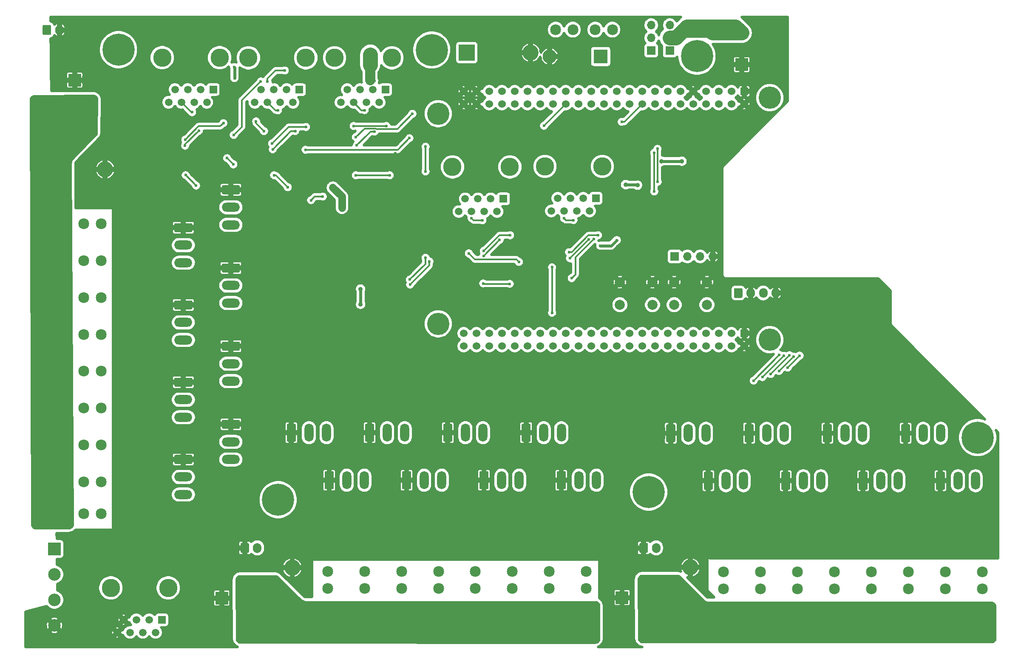
<source format=gbr>
%TF.GenerationSoftware,KiCad,Pcbnew,(5.1.9)-1*%
%TF.CreationDate,2021-02-13T21:43:23+00:00*%
%TF.ProjectId,T24_5_2-BBB,5432345f-355f-4322-9d42-42422e6b6963,rev?*%
%TF.SameCoordinates,Original*%
%TF.FileFunction,Copper,L2,Bot*%
%TF.FilePolarity,Positive*%
%FSLAX46Y46*%
G04 Gerber Fmt 4.6, Leading zero omitted, Abs format (unit mm)*
G04 Created by KiCad (PCBNEW (5.1.9)-1) date 2021-02-13 21:43:23*
%MOMM*%
%LPD*%
G01*
G04 APERTURE LIST*
%TA.AperFunction,ComponentPad*%
%ADD10O,1.700000X1.700000*%
%TD*%
%TA.AperFunction,ComponentPad*%
%ADD11R,1.700000X1.700000*%
%TD*%
%TA.AperFunction,ComponentPad*%
%ADD12O,3.200000X3.200000*%
%TD*%
%TA.AperFunction,ComponentPad*%
%ADD13R,3.200000X3.200000*%
%TD*%
%TA.AperFunction,ComponentPad*%
%ADD14O,2.800000X2.800000*%
%TD*%
%TA.AperFunction,ComponentPad*%
%ADD15R,2.800000X2.800000*%
%TD*%
%TA.AperFunction,WasherPad*%
%ADD16C,3.650000*%
%TD*%
%TA.AperFunction,ComponentPad*%
%ADD17R,1.500000X1.500000*%
%TD*%
%TA.AperFunction,ComponentPad*%
%ADD18C,1.500000*%
%TD*%
%TA.AperFunction,ComponentPad*%
%ADD19C,2.500000*%
%TD*%
%TA.AperFunction,ComponentPad*%
%ADD20R,2.500000X2.500000*%
%TD*%
%TA.AperFunction,ComponentPad*%
%ADD21C,1.524000*%
%TD*%
%TA.AperFunction,ComponentPad*%
%ADD22R,1.524000X1.524000*%
%TD*%
%TA.AperFunction,ComponentPad*%
%ADD23C,4.445000*%
%TD*%
%TA.AperFunction,ComponentPad*%
%ADD24O,1.800000X3.600000*%
%TD*%
%TA.AperFunction,ComponentPad*%
%ADD25O,3.600000X1.800000*%
%TD*%
%TA.AperFunction,ComponentPad*%
%ADD26C,2.159000*%
%TD*%
%TA.AperFunction,ComponentPad*%
%ADD27O,1.700000X2.000000*%
%TD*%
%TA.AperFunction,ConnectorPad*%
%ADD28C,6.400000*%
%TD*%
%TA.AperFunction,ComponentPad*%
%ADD29C,3.600000*%
%TD*%
%TA.AperFunction,ComponentPad*%
%ADD30C,2.000000*%
%TD*%
%TA.AperFunction,ComponentPad*%
%ADD31O,1.700000X1.950000*%
%TD*%
%TA.AperFunction,ViaPad*%
%ADD32C,0.600000*%
%TD*%
%TA.AperFunction,ViaPad*%
%ADD33C,0.900000*%
%TD*%
%TA.AperFunction,Conductor*%
%ADD34C,2.000000*%
%TD*%
%TA.AperFunction,Conductor*%
%ADD35C,0.600000*%
%TD*%
%TA.AperFunction,Conductor*%
%ADD36C,1.500000*%
%TD*%
%TA.AperFunction,Conductor*%
%ADD37C,3.000000*%
%TD*%
%TA.AperFunction,Conductor*%
%ADD38C,0.350000*%
%TD*%
%TA.AperFunction,Conductor*%
%ADD39C,0.254000*%
%TD*%
%TA.AperFunction,Conductor*%
%ADD40C,0.100000*%
%TD*%
%TA.AperFunction,Conductor*%
%ADD41C,0.500000*%
%TD*%
G04 APERTURE END LIST*
D10*
%TO.P,Buck,3*%
%TO.N,V5*%
X182300000Y-30200000D03*
%TO.P,Buck,2*%
%TO.N,Net-(U10-Pad2)*%
X182300000Y-32740000D03*
D11*
%TO.P,Buck,1*%
%TO.N,Buck*%
X182300000Y-35280000D03*
%TD*%
D10*
%TO.P,J30,3*%
%TO.N,V5*%
X186000000Y-30200000D03*
%TO.P,J30,2*%
%TO.N,V5_In*%
X186000000Y-32740000D03*
D11*
%TO.P,J30,1*%
%TO.N,Buck*%
X186000000Y-35280000D03*
%TD*%
D12*
%TO.P,D33,2*%
%TO.N,GND*%
X158274000Y-35694000D03*
D13*
%TO.P,D33,1*%
%TO.N,+5V*%
X145574000Y-35694000D03*
%TD*%
D14*
%TO.P,D8,2*%
%TO.N,GND*%
X162084000Y-36456000D03*
D15*
%TO.P,D8,1*%
%TO.N,+5V*%
X172244000Y-36456000D03*
%TD*%
D12*
%TO.P,D7,2*%
%TO.N,GND*%
X190117400Y-138324000D03*
D13*
%TO.P,D7,1*%
%TO.N,VIN3*%
X190117400Y-151024000D03*
%TD*%
D12*
%TO.P,D6,2*%
%TO.N,GND*%
X110802400Y-138400000D03*
D13*
%TO.P,D6,1*%
%TO.N,VIN2*%
X110802400Y-151100000D03*
%TD*%
D12*
%TO.P,D5,2*%
%TO.N,GND*%
X73529299Y-58965000D03*
D13*
%TO.P,D5,1*%
%TO.N,VIN1*%
X60829299Y-58965000D03*
%TD*%
D16*
%TO.P,J38,*%
%TO.N,*%
X119225000Y-36710000D03*
X130655000Y-36710000D03*
D17*
%TO.P,J38,1*%
%TO.N,Net-(J38-Pad1)*%
X129385000Y-43060000D03*
D18*
%TO.P,J38,2*%
%TO.N,Net-(J38-Pad2)*%
X128115000Y-45600000D03*
%TO.P,J38,3*%
%TO.N,Net-(J38-Pad3)*%
X126845000Y-43060000D03*
%TO.P,J38,4*%
%TO.N,Net-(J38-Pad4)*%
X125575000Y-45600000D03*
%TO.P,J38,5*%
%TO.N,Net-(J38-Pad5)*%
X124305000Y-43060000D03*
%TO.P,J38,6*%
%TO.N,Net-(J38-Pad6)*%
X123035000Y-45600000D03*
%TO.P,J38,7*%
%TO.N,Net-(J38-Pad7)*%
X121765000Y-43060000D03*
%TO.P,J38,8*%
%TO.N,Net-(J38-Pad8)*%
X120495000Y-45600000D03*
%TD*%
D19*
%TO.P,J28,2*%
%TO.N,V5_In*%
X200330000Y-31740000D03*
D20*
%TO.P,J28,1*%
%TO.N,GND*%
X200330000Y-38090000D03*
%TD*%
D21*
%TO.P,U11,P9_46*%
%TO.N,GND*%
X144955000Y-45940000D03*
%TO.P,U11,P9_45*%
X144955000Y-43400000D03*
%TO.P,U11,P9_44*%
X147495000Y-45940000D03*
%TO.P,U11,P9_43*%
X147495000Y-43400000D03*
%TO.P,U11,P9_42*%
%TO.N,Net-(U11-PadP9_42)*%
X150035000Y-45940000D03*
%TO.P,U11,P9_41*%
%TO.N,Net-(U11-PadP9_41)*%
X150035000Y-43400000D03*
%TO.P,U11,P9_40*%
%TO.N,Net-(U11-PadP9_40)*%
X152575000Y-45940000D03*
%TO.P,U11,P9_39*%
%TO.N,Net-(U11-PadP9_39)*%
X152575000Y-43400000D03*
%TO.P,U11,P9_38*%
%TO.N,Net-(U11-PadP9_38)*%
X155115000Y-45940000D03*
%TO.P,U11,P9_37*%
%TO.N,Net-(U11-PadP9_37)*%
X155115000Y-43400000D03*
%TO.P,U11,P9_36*%
%TO.N,Net-(U11-PadP9_36)*%
X157655000Y-45940000D03*
%TO.P,U11,P9_35*%
%TO.N,Net-(U11-PadP9_35)*%
X157655000Y-43400000D03*
%TO.P,U11,P9_34*%
%TO.N,Net-(U11-PadP9_34)*%
X160195000Y-45940000D03*
%TO.P,U11,P9_33*%
%TO.N,Net-(U11-PadP9_33)*%
X160195000Y-43400000D03*
%TO.P,U11,P9_32*%
%TO.N,Net-(U11-PadP9_32)*%
X162735000Y-45940000D03*
%TO.P,U11,P9_31*%
%TO.N,SER2*%
X162735000Y-43400000D03*
%TO.P,U11,P9_30*%
%TO.N,SER1*%
X165275000Y-45940000D03*
%TO.P,U11,P9_29*%
%TO.N,DATA43*%
X165275000Y-43400000D03*
%TO.P,U11,P9_28*%
%TO.N,DATA44*%
X167815000Y-45940000D03*
%TO.P,U11,P9_27*%
%TO.N,DATA42*%
X167815000Y-43400000D03*
%TO.P,U11,P9_26*%
%TO.N,DATA39*%
X170355000Y-45940000D03*
%TO.P,U11,P9_25*%
%TO.N,DATA41*%
X170355000Y-43400000D03*
%TO.P,U11,P9_24*%
%TO.N,DATA40*%
X172895000Y-45940000D03*
%TO.P,U11,P9_23*%
%TO.N,DATA38*%
X172895000Y-43400000D03*
%TO.P,U11,P9_22*%
%TO.N,DATA35*%
X175435000Y-45940000D03*
%TO.P,U11,P9_21*%
%TO.N,DATA36*%
X175435000Y-43400000D03*
%TO.P,U11,P9_20*%
%TO.N,I2C_SDA*%
X177975000Y-45940000D03*
%TO.P,U11,P9_19*%
%TO.N,I2C_SCL*%
X177975000Y-43400000D03*
%TO.P,U11,P9_18*%
%TO.N,DATA34*%
X180515000Y-45940000D03*
%TO.P,U11,P9_17*%
%TO.N,DATA33*%
X180515000Y-43400000D03*
%TO.P,U11,P9_16*%
%TO.N,Net-(U11-PadP9_16)*%
X183055000Y-45940000D03*
%TO.P,U11,P9_15*%
%TO.N,DATA37*%
X183055000Y-43400000D03*
%TO.P,U11,P9_14*%
%TO.N,DATA30*%
X185595000Y-45940000D03*
%TO.P,U11,P9_13*%
%TO.N,DATA31*%
X185595000Y-43400000D03*
%TO.P,U11,P9_12*%
%TO.N,Net-(U11-PadP9_12)*%
X188135000Y-45940000D03*
%TO.P,U11,P9_11*%
%TO.N,DATA32*%
X188135000Y-43400000D03*
%TO.P,U11,P9_10*%
%TO.N,Net-(U11-PadP9_10)*%
X190675000Y-45940000D03*
%TO.P,U11,P9_9*%
%TO.N,GND*%
X190675000Y-43400000D03*
%TO.P,U11,P9_8*%
%TO.N,Net-(U11-PadP9_8)*%
X193215000Y-45940000D03*
%TO.P,U11,P9_7*%
%TO.N,Net-(U11-PadP9_7)*%
X193215000Y-43400000D03*
%TO.P,U11,P9_6*%
%TO.N,+5V*%
X195755000Y-45940000D03*
%TO.P,U11,P9_5*%
X195755000Y-43400000D03*
%TO.P,U11,P9_4*%
%TO.N,+3V3*%
X198295000Y-45940000D03*
%TO.P,U11,P9_3*%
X198295000Y-43400000D03*
%TO.P,U11,P9_2*%
%TO.N,GND*%
X200835000Y-45940000D03*
D22*
%TO.P,U11,P9_1*%
X200835000Y-43400000D03*
D21*
%TO.P,U11,P8_46*%
%TO.N,DATA9*%
X144955000Y-94200000D03*
%TO.P,U11,P8_45*%
%TO.N,DATA8*%
X144955000Y-91660000D03*
%TO.P,U11,P8_44*%
%TO.N,DATA10*%
X147495000Y-94200000D03*
%TO.P,U11,P8_43*%
%TO.N,DATA7*%
X147495000Y-91660000D03*
%TO.P,U11,P8_42*%
%TO.N,DATA11*%
X150035000Y-94200000D03*
%TO.P,U11,P8_41*%
%TO.N,DATA6*%
X150035000Y-91660000D03*
%TO.P,U11,P8_40*%
%TO.N,DATA12*%
X152575000Y-94200000D03*
%TO.P,U11,P8_39*%
%TO.N,DATA5*%
X152575000Y-91660000D03*
%TO.P,U11,P8_38*%
%TO.N,DATA13*%
X155115000Y-94200000D03*
%TO.P,U11,P8_37*%
%TO.N,DATA4*%
X155115000Y-91660000D03*
%TO.P,U11,P8_36*%
%TO.N,DATA14*%
X157655000Y-94200000D03*
%TO.P,U11,P8_35*%
%TO.N,DATA3*%
X157655000Y-91660000D03*
%TO.P,U11,P8_34*%
%TO.N,DATA15*%
X160195000Y-94200000D03*
%TO.P,U11,P8_33*%
%TO.N,DATA2*%
X160195000Y-91660000D03*
%TO.P,U11,P8_32*%
%TO.N,DATA16*%
X162735000Y-94200000D03*
%TO.P,U11,P8_31*%
%TO.N,DATA1*%
X162735000Y-91660000D03*
%TO.P,U11,P8_30*%
%TO.N,DATA17*%
X165275000Y-94200000D03*
%TO.P,U11,P8_29*%
%TO.N,DATA29*%
X165275000Y-91660000D03*
%TO.P,U11,P8_28*%
%TO.N,DATA18*%
X167815000Y-94200000D03*
%TO.P,U11,P8_27*%
%TO.N,DATA28*%
X167815000Y-91660000D03*
%TO.P,U11,P8_26*%
%TO.N,Net-(U11-PadP8_26)*%
X170355000Y-94200000D03*
%TO.P,U11,P8_25*%
%TO.N,Net-(U11-PadP8_25)*%
X170355000Y-91660000D03*
%TO.P,U11,P8_24*%
%TO.N,Net-(U11-PadP8_24)*%
X172895000Y-94200000D03*
%TO.P,U11,P8_23*%
%TO.N,Net-(U11-PadP8_23)*%
X172895000Y-91660000D03*
%TO.P,U11,P8_22*%
%TO.N,Net-(U11-PadP8_22)*%
X175435000Y-94200000D03*
%TO.P,U11,P8_21*%
%TO.N,Net-(U11-PadP8_21)*%
X175435000Y-91660000D03*
%TO.P,U11,P8_20*%
%TO.N,Net-(U11-PadP8_20)*%
X177975000Y-94200000D03*
%TO.P,U11,P8_19*%
%TO.N,DATA27*%
X177975000Y-91660000D03*
%TO.P,U11,P8_18*%
%TO.N,DATA19*%
X180515000Y-94200000D03*
%TO.P,U11,P8_17*%
%TO.N,DATA26*%
X180515000Y-91660000D03*
%TO.P,U11,P8_16*%
%TO.N,Net-(U11-PadP8_16)*%
X183055000Y-94200000D03*
%TO.P,U11,P8_15*%
%TO.N,Net-(U11-PadP8_15)*%
X183055000Y-91660000D03*
%TO.P,U11,P8_14*%
%TO.N,DATA20*%
X185595000Y-94200000D03*
%TO.P,U11,P8_13*%
%TO.N,DATA25*%
X185595000Y-91660000D03*
%TO.P,U11,P8_12*%
%TO.N,DATA21*%
X188135000Y-94200000D03*
%TO.P,U11,P8_11*%
%TO.N,Net-(U11-PadP8_11)*%
X188135000Y-91660000D03*
%TO.P,U11,P8_10*%
%TO.N,DATA22*%
X190675000Y-94200000D03*
%TO.P,U11,P8_9*%
%TO.N,DATA24*%
X190675000Y-91660000D03*
%TO.P,U11,P8_8*%
%TO.N,Net-(U11-PadP8_8)*%
X193215000Y-94200000D03*
%TO.P,U11,P8_7*%
%TO.N,DATA23*%
X193215000Y-91660000D03*
%TO.P,U11,P8_6*%
%TO.N,BTN2*%
X195755000Y-94200000D03*
%TO.P,U11,P8_5*%
%TO.N,BTN1*%
X195755000Y-91660000D03*
%TO.P,U11,P8_4*%
%TO.N,GPIO2*%
X198295000Y-94200000D03*
%TO.P,U11,P8_3*%
%TO.N,GPIO1*%
X198295000Y-91660000D03*
%TO.P,U11,P8_2*%
%TO.N,GND*%
X200835000Y-94200000D03*
D23*
%TO.P,U11,P1*%
%TO.N,Net-(U11-PadP1)*%
X139875000Y-89755000D03*
%TO.P,U11,P2*%
%TO.N,Net-(U11-PadP2)*%
X139875000Y-47845000D03*
%TO.P,U11,P3*%
%TO.N,Net-(U11-PadP3)*%
X205915000Y-92930000D03*
%TO.P,U11,P4*%
%TO.N,Net-(U11-PadP4)*%
X205915000Y-44670000D03*
D22*
%TO.P,U11,P8_1*%
%TO.N,GND*%
X200835000Y-91660000D03*
%TD*%
D16*
%TO.P,J40,*%
%TO.N,*%
X74679500Y-142430000D03*
X86109500Y-142430000D03*
D17*
%TO.P,J40,1*%
%TO.N,Net-(J40-Pad1)*%
X84839500Y-148780000D03*
D18*
%TO.P,J40,2*%
%TO.N,Net-(J40-Pad2)*%
X83569500Y-151320000D03*
%TO.P,J40,3*%
%TO.N,Net-(J40-Pad3)*%
X82299500Y-148780000D03*
%TO.P,J40,4*%
%TO.N,Net-(J40-Pad4)*%
X81029500Y-151320000D03*
%TO.P,J40,5*%
%TO.N,Net-(J40-Pad5)*%
X79759500Y-148780000D03*
%TO.P,J40,6*%
%TO.N,Net-(J40-Pad6)*%
X78489500Y-151320000D03*
%TO.P,J40,7*%
%TO.N,GND*%
X77219500Y-148780000D03*
%TO.P,J40,8*%
X75949500Y-151320000D03*
%TD*%
D16*
%TO.P,J37,*%
%TO.N,*%
X102075000Y-36710000D03*
X113505000Y-36710000D03*
D17*
%TO.P,J37,1*%
%TO.N,Net-(J37-Pad1)*%
X112235000Y-43060000D03*
D18*
%TO.P,J37,2*%
%TO.N,Net-(J37-Pad2)*%
X110965000Y-45600000D03*
%TO.P,J37,3*%
%TO.N,Net-(J37-Pad3)*%
X109695000Y-43060000D03*
%TO.P,J37,4*%
%TO.N,Net-(J37-Pad4)*%
X108425000Y-45600000D03*
%TO.P,J37,5*%
%TO.N,Net-(J37-Pad5)*%
X107155000Y-43060000D03*
%TO.P,J37,6*%
%TO.N,Net-(J37-Pad6)*%
X105885000Y-45600000D03*
%TO.P,J37,7*%
%TO.N,Net-(J37-Pad7)*%
X104615000Y-43060000D03*
%TO.P,J37,8*%
%TO.N,Net-(J37-Pad8)*%
X103345000Y-45600000D03*
%TD*%
D16*
%TO.P,J36,*%
%TO.N,*%
X84900000Y-36685000D03*
X96330000Y-36685000D03*
D17*
%TO.P,J36,1*%
%TO.N,Net-(J36-Pad1)*%
X95060000Y-43035000D03*
D18*
%TO.P,J36,2*%
%TO.N,Net-(J36-Pad2)*%
X93790000Y-45575000D03*
%TO.P,J36,3*%
%TO.N,Net-(J36-Pad3)*%
X92520000Y-43035000D03*
%TO.P,J36,4*%
%TO.N,Net-(J36-Pad4)*%
X91250000Y-45575000D03*
%TO.P,J36,5*%
%TO.N,Net-(J36-Pad5)*%
X89980000Y-43035000D03*
%TO.P,J36,6*%
%TO.N,Net-(J36-Pad6)*%
X88710000Y-45575000D03*
%TO.P,J36,7*%
%TO.N,Net-(J36-Pad7)*%
X87440000Y-43035000D03*
%TO.P,J36,8*%
%TO.N,Net-(J36-Pad8)*%
X86170000Y-45575000D03*
%TD*%
D16*
%TO.P,J35,*%
%TO.N,*%
X161140000Y-58380000D03*
X172570000Y-58380000D03*
D17*
%TO.P,J35,1*%
%TO.N,Net-(J35-Pad1)*%
X171300000Y-64730000D03*
D18*
%TO.P,J35,2*%
%TO.N,Net-(J35-Pad2)*%
X170030000Y-67270000D03*
%TO.P,J35,3*%
%TO.N,Net-(J35-Pad3)*%
X168760000Y-64730000D03*
%TO.P,J35,4*%
%TO.N,Net-(J35-Pad4)*%
X167490000Y-67270000D03*
%TO.P,J35,5*%
%TO.N,Net-(J35-Pad5)*%
X166220000Y-64730000D03*
%TO.P,J35,6*%
%TO.N,Net-(J35-Pad6)*%
X164950000Y-67270000D03*
%TO.P,J35,7*%
%TO.N,Net-(J35-Pad7)*%
X163680000Y-64730000D03*
%TO.P,J35,8*%
%TO.N,Net-(J35-Pad8)*%
X162410000Y-67270000D03*
%TD*%
D16*
%TO.P,J34,*%
%TO.N,*%
X142720000Y-58480000D03*
X154150000Y-58480000D03*
D17*
%TO.P,J34,1*%
%TO.N,Net-(J34-Pad1)*%
X152880000Y-64830000D03*
D18*
%TO.P,J34,2*%
%TO.N,Net-(J34-Pad2)*%
X151610000Y-67370000D03*
%TO.P,J34,3*%
%TO.N,Net-(J34-Pad3)*%
X150340000Y-64830000D03*
%TO.P,J34,4*%
%TO.N,Net-(J34-Pad4)*%
X149070000Y-67370000D03*
%TO.P,J34,5*%
%TO.N,Net-(J34-Pad5)*%
X147800000Y-64830000D03*
%TO.P,J34,6*%
%TO.N,Net-(J34-Pad6)*%
X146530000Y-67370000D03*
%TO.P,J34,7*%
%TO.N,Net-(J34-Pad7)*%
X145260000Y-64830000D03*
%TO.P,J34,8*%
%TO.N,Net-(J34-Pad8)*%
X143990000Y-67370000D03*
%TD*%
D19*
%TO.P,J27,2*%
%TO.N,VIN3*%
X182850000Y-144374000D03*
D20*
%TO.P,J27,1*%
%TO.N,GND*%
X176500000Y-144374000D03*
%TD*%
D19*
%TO.P,J26,2*%
%TO.N,VIN1*%
X67479299Y-47500000D03*
D20*
%TO.P,J26,1*%
%TO.N,GND*%
X67479299Y-41150000D03*
%TD*%
D19*
%TO.P,J25,2*%
%TO.N,VIN2*%
X103110000Y-144450000D03*
D20*
%TO.P,J25,1*%
%TO.N,GND*%
X96760000Y-144450000D03*
%TD*%
D24*
%TO.P,J24,3*%
%TO.N,Net-(D32-Pad2)*%
X246905000Y-121060000D03*
%TO.P,J24,2*%
%TO.N,Net-(J24-Pad2)*%
X243405000Y-121060000D03*
%TO.P,J24,1*%
%TO.N,GND*%
%TA.AperFunction,ComponentPad*%
G36*
G01*
X239005000Y-122610000D02*
X239005000Y-119510000D01*
G75*
G02*
X239255000Y-119260000I250000J0D01*
G01*
X240555000Y-119260000D01*
G75*
G02*
X240805000Y-119510000I0J-250000D01*
G01*
X240805000Y-122610000D01*
G75*
G02*
X240555000Y-122860000I-250000J0D01*
G01*
X239255000Y-122860000D01*
G75*
G02*
X239005000Y-122610000I0J250000D01*
G01*
G37*
%TD.AperFunction*%
%TD*%
%TO.P,J23,3*%
%TO.N,Net-(D31-Pad2)*%
X239975000Y-111585000D03*
%TO.P,J23,2*%
%TO.N,Net-(J23-Pad2)*%
X236475000Y-111585000D03*
%TO.P,J23,1*%
%TO.N,GND*%
%TA.AperFunction,ComponentPad*%
G36*
G01*
X232075000Y-113135000D02*
X232075000Y-110035000D01*
G75*
G02*
X232325000Y-109785000I250000J0D01*
G01*
X233625000Y-109785000D01*
G75*
G02*
X233875000Y-110035000I0J-250000D01*
G01*
X233875000Y-113135000D01*
G75*
G02*
X233625000Y-113385000I-250000J0D01*
G01*
X232325000Y-113385000D01*
G75*
G02*
X232075000Y-113135000I0J250000D01*
G01*
G37*
%TD.AperFunction*%
%TD*%
%TO.P,J22,3*%
%TO.N,Net-(D30-Pad2)*%
X231496666Y-121060000D03*
%TO.P,J22,2*%
%TO.N,Net-(J22-Pad2)*%
X227996666Y-121060000D03*
%TO.P,J22,1*%
%TO.N,GND*%
%TA.AperFunction,ComponentPad*%
G36*
G01*
X223596666Y-122610000D02*
X223596666Y-119510000D01*
G75*
G02*
X223846666Y-119260000I250000J0D01*
G01*
X225146666Y-119260000D01*
G75*
G02*
X225396666Y-119510000I0J-250000D01*
G01*
X225396666Y-122610000D01*
G75*
G02*
X225146666Y-122860000I-250000J0D01*
G01*
X223846666Y-122860000D01*
G75*
G02*
X223596666Y-122610000I0J250000D01*
G01*
G37*
%TD.AperFunction*%
%TD*%
%TO.P,J21,3*%
%TO.N,Net-(D29-Pad2)*%
X224383332Y-111585000D03*
%TO.P,J21,2*%
%TO.N,Net-(J21-Pad2)*%
X220883332Y-111585000D03*
%TO.P,J21,1*%
%TO.N,GND*%
%TA.AperFunction,ComponentPad*%
G36*
G01*
X216483332Y-113135000D02*
X216483332Y-110035000D01*
G75*
G02*
X216733332Y-109785000I250000J0D01*
G01*
X218033332Y-109785000D01*
G75*
G02*
X218283332Y-110035000I0J-250000D01*
G01*
X218283332Y-113135000D01*
G75*
G02*
X218033332Y-113385000I-250000J0D01*
G01*
X216733332Y-113385000D01*
G75*
G02*
X216483332Y-113135000I0J250000D01*
G01*
G37*
%TD.AperFunction*%
%TD*%
%TO.P,J20,3*%
%TO.N,Net-(D28-Pad2)*%
X216088333Y-121060000D03*
%TO.P,J20,2*%
%TO.N,Net-(J20-Pad2)*%
X212588333Y-121060000D03*
%TO.P,J20,1*%
%TO.N,GND*%
%TA.AperFunction,ComponentPad*%
G36*
G01*
X208188333Y-122610000D02*
X208188333Y-119510000D01*
G75*
G02*
X208438333Y-119260000I250000J0D01*
G01*
X209738333Y-119260000D01*
G75*
G02*
X209988333Y-119510000I0J-250000D01*
G01*
X209988333Y-122610000D01*
G75*
G02*
X209738333Y-122860000I-250000J0D01*
G01*
X208438333Y-122860000D01*
G75*
G02*
X208188333Y-122610000I0J250000D01*
G01*
G37*
%TD.AperFunction*%
%TD*%
%TO.P,J19,3*%
%TO.N,Net-(D27-Pad2)*%
X208791666Y-111585000D03*
%TO.P,J19,2*%
%TO.N,Net-(J19-Pad2)*%
X205291666Y-111585000D03*
%TO.P,J19,1*%
%TO.N,GND*%
%TA.AperFunction,ComponentPad*%
G36*
G01*
X200891666Y-113135000D02*
X200891666Y-110035000D01*
G75*
G02*
X201141666Y-109785000I250000J0D01*
G01*
X202441666Y-109785000D01*
G75*
G02*
X202691666Y-110035000I0J-250000D01*
G01*
X202691666Y-113135000D01*
G75*
G02*
X202441666Y-113385000I-250000J0D01*
G01*
X201141666Y-113385000D01*
G75*
G02*
X200891666Y-113135000I0J250000D01*
G01*
G37*
%TD.AperFunction*%
%TD*%
%TO.P,J18,3*%
%TO.N,Net-(D26-Pad2)*%
X200680000Y-121060000D03*
%TO.P,J18,2*%
%TO.N,Net-(J18-Pad2)*%
X197180000Y-121060000D03*
%TO.P,J18,1*%
%TO.N,GND*%
%TA.AperFunction,ComponentPad*%
G36*
G01*
X192780000Y-122610000D02*
X192780000Y-119510000D01*
G75*
G02*
X193030000Y-119260000I250000J0D01*
G01*
X194330000Y-119260000D01*
G75*
G02*
X194580000Y-119510000I0J-250000D01*
G01*
X194580000Y-122610000D01*
G75*
G02*
X194330000Y-122860000I-250000J0D01*
G01*
X193030000Y-122860000D01*
G75*
G02*
X192780000Y-122610000I0J250000D01*
G01*
G37*
%TD.AperFunction*%
%TD*%
%TO.P,J17,3*%
%TO.N,Net-(D25-Pad2)*%
X193200000Y-111585000D03*
%TO.P,J17,2*%
%TO.N,Net-(J17-Pad2)*%
X189700000Y-111585000D03*
%TO.P,J17,1*%
%TO.N,GND*%
%TA.AperFunction,ComponentPad*%
G36*
G01*
X185300000Y-113135000D02*
X185300000Y-110035000D01*
G75*
G02*
X185550000Y-109785000I250000J0D01*
G01*
X186850000Y-109785000D01*
G75*
G02*
X187100000Y-110035000I0J-250000D01*
G01*
X187100000Y-113135000D01*
G75*
G02*
X186850000Y-113385000I-250000J0D01*
G01*
X185550000Y-113385000D01*
G75*
G02*
X185300000Y-113135000I0J250000D01*
G01*
G37*
%TD.AperFunction*%
%TD*%
%TO.P,J16,3*%
%TO.N,Net-(D24-Pad2)*%
X171395000Y-120960000D03*
%TO.P,J16,2*%
%TO.N,Net-(J16-Pad2)*%
X167895000Y-120960000D03*
%TO.P,J16,1*%
%TO.N,GND*%
%TA.AperFunction,ComponentPad*%
G36*
G01*
X163495000Y-122510000D02*
X163495000Y-119410000D01*
G75*
G02*
X163745000Y-119160000I250000J0D01*
G01*
X165045000Y-119160000D01*
G75*
G02*
X165295000Y-119410000I0J-250000D01*
G01*
X165295000Y-122510000D01*
G75*
G02*
X165045000Y-122760000I-250000J0D01*
G01*
X163745000Y-122760000D01*
G75*
G02*
X163495000Y-122510000I0J250000D01*
G01*
G37*
%TD.AperFunction*%
%TD*%
%TO.P,J15,3*%
%TO.N,Net-(D23-Pad2)*%
X164395000Y-111485000D03*
%TO.P,J15,2*%
%TO.N,Net-(J15-Pad2)*%
X160895000Y-111485000D03*
%TO.P,J15,1*%
%TO.N,GND*%
%TA.AperFunction,ComponentPad*%
G36*
G01*
X156495000Y-113035000D02*
X156495000Y-109935000D01*
G75*
G02*
X156745000Y-109685000I250000J0D01*
G01*
X158045000Y-109685000D01*
G75*
G02*
X158295000Y-109935000I0J-250000D01*
G01*
X158295000Y-113035000D01*
G75*
G02*
X158045000Y-113285000I-250000J0D01*
G01*
X156745000Y-113285000D01*
G75*
G02*
X156495000Y-113035000I0J250000D01*
G01*
G37*
%TD.AperFunction*%
%TD*%
%TO.P,J14,3*%
%TO.N,Net-(D22-Pad2)*%
X155986666Y-120960000D03*
%TO.P,J14,2*%
%TO.N,Net-(J14-Pad2)*%
X152486666Y-120960000D03*
%TO.P,J14,1*%
%TO.N,GND*%
%TA.AperFunction,ComponentPad*%
G36*
G01*
X148086666Y-122510000D02*
X148086666Y-119410000D01*
G75*
G02*
X148336666Y-119160000I250000J0D01*
G01*
X149636666Y-119160000D01*
G75*
G02*
X149886666Y-119410000I0J-250000D01*
G01*
X149886666Y-122510000D01*
G75*
G02*
X149636666Y-122760000I-250000J0D01*
G01*
X148336666Y-122760000D01*
G75*
G02*
X148086666Y-122510000I0J250000D01*
G01*
G37*
%TD.AperFunction*%
%TD*%
%TO.P,J13,3*%
%TO.N,Net-(D21-Pad2)*%
X148783332Y-111485000D03*
%TO.P,J13,2*%
%TO.N,Net-(J13-Pad2)*%
X145283332Y-111485000D03*
%TO.P,J13,1*%
%TO.N,GND*%
%TA.AperFunction,ComponentPad*%
G36*
G01*
X140883332Y-113035000D02*
X140883332Y-109935000D01*
G75*
G02*
X141133332Y-109685000I250000J0D01*
G01*
X142433332Y-109685000D01*
G75*
G02*
X142683332Y-109935000I0J-250000D01*
G01*
X142683332Y-113035000D01*
G75*
G02*
X142433332Y-113285000I-250000J0D01*
G01*
X141133332Y-113285000D01*
G75*
G02*
X140883332Y-113035000I0J250000D01*
G01*
G37*
%TD.AperFunction*%
%TD*%
%TO.P,J12,3*%
%TO.N,Net-(D20-Pad2)*%
X140578333Y-120960000D03*
%TO.P,J12,2*%
%TO.N,Net-(J12-Pad2)*%
X137078333Y-120960000D03*
%TO.P,J12,1*%
%TO.N,GND*%
%TA.AperFunction,ComponentPad*%
G36*
G01*
X132678333Y-122510000D02*
X132678333Y-119410000D01*
G75*
G02*
X132928333Y-119160000I250000J0D01*
G01*
X134228333Y-119160000D01*
G75*
G02*
X134478333Y-119410000I0J-250000D01*
G01*
X134478333Y-122510000D01*
G75*
G02*
X134228333Y-122760000I-250000J0D01*
G01*
X132928333Y-122760000D01*
G75*
G02*
X132678333Y-122510000I0J250000D01*
G01*
G37*
%TD.AperFunction*%
%TD*%
%TO.P,J11,3*%
%TO.N,Net-(D19-Pad2)*%
X133211666Y-111485000D03*
%TO.P,J11,2*%
%TO.N,Net-(J11-Pad2)*%
X129711666Y-111485000D03*
%TO.P,J11,1*%
%TO.N,GND*%
%TA.AperFunction,ComponentPad*%
G36*
G01*
X125311666Y-113035000D02*
X125311666Y-109935000D01*
G75*
G02*
X125561666Y-109685000I250000J0D01*
G01*
X126861666Y-109685000D01*
G75*
G02*
X127111666Y-109935000I0J-250000D01*
G01*
X127111666Y-113035000D01*
G75*
G02*
X126861666Y-113285000I-250000J0D01*
G01*
X125561666Y-113285000D01*
G75*
G02*
X125311666Y-113035000I0J250000D01*
G01*
G37*
%TD.AperFunction*%
%TD*%
%TO.P,J10,3*%
%TO.N,Net-(D18-Pad2)*%
X125170000Y-120960000D03*
%TO.P,J10,2*%
%TO.N,Net-(J10-Pad2)*%
X121670000Y-120960000D03*
%TO.P,J10,1*%
%TO.N,GND*%
%TA.AperFunction,ComponentPad*%
G36*
G01*
X117270000Y-122510000D02*
X117270000Y-119410000D01*
G75*
G02*
X117520000Y-119160000I250000J0D01*
G01*
X118820000Y-119160000D01*
G75*
G02*
X119070000Y-119410000I0J-250000D01*
G01*
X119070000Y-122510000D01*
G75*
G02*
X118820000Y-122760000I-250000J0D01*
G01*
X117520000Y-122760000D01*
G75*
G02*
X117270000Y-122510000I0J250000D01*
G01*
G37*
%TD.AperFunction*%
%TD*%
%TO.P,J9,3*%
%TO.N,Net-(D17-Pad2)*%
X117620000Y-111485000D03*
%TO.P,J9,2*%
%TO.N,Net-(J9-Pad2)*%
X114120000Y-111485000D03*
%TO.P,J9,1*%
%TO.N,GND*%
%TA.AperFunction,ComponentPad*%
G36*
G01*
X109720000Y-113035000D02*
X109720000Y-109935000D01*
G75*
G02*
X109970000Y-109685000I250000J0D01*
G01*
X111270000Y-109685000D01*
G75*
G02*
X111520000Y-109935000I0J-250000D01*
G01*
X111520000Y-113035000D01*
G75*
G02*
X111270000Y-113285000I-250000J0D01*
G01*
X109970000Y-113285000D01*
G75*
G02*
X109720000Y-113035000I0J250000D01*
G01*
G37*
%TD.AperFunction*%
%TD*%
D25*
%TO.P,J8,3*%
%TO.N,Net-(D16-Pad2)*%
X89110000Y-123805000D03*
%TO.P,J8,2*%
%TO.N,Net-(J8-Pad2)*%
X89110000Y-120305000D03*
%TO.P,J8,1*%
%TO.N,GND*%
%TA.AperFunction,ComponentPad*%
G36*
G01*
X87560000Y-115905000D02*
X90660000Y-115905000D01*
G75*
G02*
X90910000Y-116155000I0J-250000D01*
G01*
X90910000Y-117455000D01*
G75*
G02*
X90660000Y-117705000I-250000J0D01*
G01*
X87560000Y-117705000D01*
G75*
G02*
X87310000Y-117455000I0J250000D01*
G01*
X87310000Y-116155000D01*
G75*
G02*
X87560000Y-115905000I250000J0D01*
G01*
G37*
%TD.AperFunction*%
%TD*%
%TO.P,J7,3*%
%TO.N,Net-(D15-Pad2)*%
X98585000Y-116805000D03*
%TO.P,J7,2*%
%TO.N,Net-(J7-Pad2)*%
X98585000Y-113305000D03*
%TO.P,J7,1*%
%TO.N,GND*%
%TA.AperFunction,ComponentPad*%
G36*
G01*
X97035000Y-108905000D02*
X100135000Y-108905000D01*
G75*
G02*
X100385000Y-109155000I0J-250000D01*
G01*
X100385000Y-110455000D01*
G75*
G02*
X100135000Y-110705000I-250000J0D01*
G01*
X97035000Y-110705000D01*
G75*
G02*
X96785000Y-110455000I0J250000D01*
G01*
X96785000Y-109155000D01*
G75*
G02*
X97035000Y-108905000I250000J0D01*
G01*
G37*
%TD.AperFunction*%
%TD*%
%TO.P,J6,3*%
%TO.N,Net-(D14-Pad2)*%
X89110000Y-108396666D03*
%TO.P,J6,2*%
%TO.N,Net-(J6-Pad2)*%
X89110000Y-104896666D03*
%TO.P,J6,1*%
%TO.N,GND*%
%TA.AperFunction,ComponentPad*%
G36*
G01*
X87560000Y-100496666D02*
X90660000Y-100496666D01*
G75*
G02*
X90910000Y-100746666I0J-250000D01*
G01*
X90910000Y-102046666D01*
G75*
G02*
X90660000Y-102296666I-250000J0D01*
G01*
X87560000Y-102296666D01*
G75*
G02*
X87310000Y-102046666I0J250000D01*
G01*
X87310000Y-100746666D01*
G75*
G02*
X87560000Y-100496666I250000J0D01*
G01*
G37*
%TD.AperFunction*%
%TD*%
%TO.P,J5,3*%
%TO.N,Net-(D13-Pad2)*%
X98585000Y-101213332D03*
%TO.P,J5,2*%
%TO.N,Net-(J5-Pad2)*%
X98585000Y-97713332D03*
%TO.P,J5,1*%
%TO.N,GND*%
%TA.AperFunction,ComponentPad*%
G36*
G01*
X97035000Y-93313332D02*
X100135000Y-93313332D01*
G75*
G02*
X100385000Y-93563332I0J-250000D01*
G01*
X100385000Y-94863332D01*
G75*
G02*
X100135000Y-95113332I-250000J0D01*
G01*
X97035000Y-95113332D01*
G75*
G02*
X96785000Y-94863332I0J250000D01*
G01*
X96785000Y-93563332D01*
G75*
G02*
X97035000Y-93313332I250000J0D01*
G01*
G37*
%TD.AperFunction*%
%TD*%
%TO.P,J4,3*%
%TO.N,Net-(D12-Pad2)*%
X89110000Y-92988333D03*
%TO.P,J4,2*%
%TO.N,Net-(J4-Pad2)*%
X89110000Y-89488333D03*
%TO.P,J4,1*%
%TO.N,GND*%
%TA.AperFunction,ComponentPad*%
G36*
G01*
X87560000Y-85088333D02*
X90660000Y-85088333D01*
G75*
G02*
X90910000Y-85338333I0J-250000D01*
G01*
X90910000Y-86638333D01*
G75*
G02*
X90660000Y-86888333I-250000J0D01*
G01*
X87560000Y-86888333D01*
G75*
G02*
X87310000Y-86638333I0J250000D01*
G01*
X87310000Y-85338333D01*
G75*
G02*
X87560000Y-85088333I250000J0D01*
G01*
G37*
%TD.AperFunction*%
%TD*%
%TO.P,J3,3*%
%TO.N,Net-(D11-Pad2)*%
X98585000Y-85621666D03*
%TO.P,J3,2*%
%TO.N,Net-(J3-Pad2)*%
X98585000Y-82121666D03*
%TO.P,J3,1*%
%TO.N,GND*%
%TA.AperFunction,ComponentPad*%
G36*
G01*
X97035000Y-77721666D02*
X100135000Y-77721666D01*
G75*
G02*
X100385000Y-77971666I0J-250000D01*
G01*
X100385000Y-79271666D01*
G75*
G02*
X100135000Y-79521666I-250000J0D01*
G01*
X97035000Y-79521666D01*
G75*
G02*
X96785000Y-79271666I0J250000D01*
G01*
X96785000Y-77971666D01*
G75*
G02*
X97035000Y-77721666I250000J0D01*
G01*
G37*
%TD.AperFunction*%
%TD*%
%TO.P,J2,3*%
%TO.N,Net-(D10-Pad2)*%
X89110000Y-77580000D03*
%TO.P,J2,2*%
%TO.N,Net-(J2-Pad2)*%
X89110000Y-74080000D03*
%TO.P,J2,1*%
%TO.N,GND*%
%TA.AperFunction,ComponentPad*%
G36*
G01*
X87560000Y-69680000D02*
X90660000Y-69680000D01*
G75*
G02*
X90910000Y-69930000I0J-250000D01*
G01*
X90910000Y-71230000D01*
G75*
G02*
X90660000Y-71480000I-250000J0D01*
G01*
X87560000Y-71480000D01*
G75*
G02*
X87310000Y-71230000I0J250000D01*
G01*
X87310000Y-69930000D01*
G75*
G02*
X87560000Y-69680000I250000J0D01*
G01*
G37*
%TD.AperFunction*%
%TD*%
%TO.P,J1,3*%
%TO.N,Net-(D9-Pad2)*%
X98585000Y-70030000D03*
%TO.P,J1,2*%
%TO.N,Net-(J1-Pad2)*%
X98585000Y-66530000D03*
%TO.P,J1,1*%
%TO.N,GND*%
%TA.AperFunction,ComponentPad*%
G36*
G01*
X97035000Y-62130000D02*
X100135000Y-62130000D01*
G75*
G02*
X100385000Y-62380000I0J-250000D01*
G01*
X100385000Y-63680000D01*
G75*
G02*
X100135000Y-63930000I-250000J0D01*
G01*
X97035000Y-63930000D01*
G75*
G02*
X96785000Y-63680000I0J250000D01*
G01*
X96785000Y-62380000D01*
G75*
G02*
X97035000Y-62130000I250000J0D01*
G01*
G37*
%TD.AperFunction*%
%TD*%
D26*
%TO.P,F24,2*%
%TO.N,VIN3*%
X248259800Y-150525303D03*
X248259800Y-147119301D03*
%TO.P,F24,1*%
%TO.N,Net-(D32-Pad2)*%
X248259800Y-142649300D03*
X248259800Y-139243299D03*
%TD*%
%TO.P,F29,2*%
%TO.N,Net-(F29-Pad2)*%
X72710003Y-127650000D03*
X69304001Y-127650000D03*
%TO.P,F29,1*%
%TO.N,VIN1*%
X64834000Y-127650000D03*
X61427999Y-127650000D03*
%TD*%
%TO.P,F7,2*%
%TO.N,VIN1*%
X61427996Y-113944284D03*
X64833998Y-113944284D03*
%TO.P,F7,1*%
%TO.N,Net-(D15-Pad2)*%
X69303999Y-113944284D03*
X72710000Y-113944284D03*
%TD*%
%TO.P,F6,2*%
%TO.N,VIN1*%
X61427996Y-106583570D03*
X64833998Y-106583570D03*
%TO.P,F6,1*%
%TO.N,Net-(D14-Pad2)*%
X69303999Y-106583570D03*
X72710000Y-106583570D03*
%TD*%
%TO.P,F5,2*%
%TO.N,VIN1*%
X61427996Y-99222856D03*
X64833998Y-99222856D03*
%TO.P,F5,1*%
%TO.N,Net-(D13-Pad2)*%
X69303999Y-99222856D03*
X72710000Y-99222856D03*
%TD*%
%TO.P,F4,2*%
%TO.N,VIN1*%
X61427996Y-91862142D03*
X64833998Y-91862142D03*
%TO.P,F4,1*%
%TO.N,Net-(D12-Pad2)*%
X69303999Y-91862142D03*
X72710000Y-91862142D03*
%TD*%
%TO.P,F3,2*%
%TO.N,VIN1*%
X61427996Y-84501428D03*
X64833998Y-84501428D03*
%TO.P,F3,1*%
%TO.N,Net-(D11-Pad2)*%
X69303999Y-84501428D03*
X72710000Y-84501428D03*
%TD*%
%TO.P,F2,2*%
%TO.N,VIN1*%
X61427996Y-77140714D03*
X64833998Y-77140714D03*
%TO.P,F2,1*%
%TO.N,Net-(D10-Pad2)*%
X69303999Y-77140714D03*
X72710000Y-77140714D03*
%TD*%
%TO.P,F8,2*%
%TO.N,VIN1*%
X61427996Y-121305000D03*
X64833998Y-121305000D03*
%TO.P,F8,1*%
%TO.N,Net-(D16-Pad2)*%
X69303999Y-121305000D03*
X72710000Y-121305000D03*
%TD*%
%TO.P,F1,2*%
%TO.N,VIN1*%
X61427996Y-69780000D03*
X64833998Y-69780000D03*
%TO.P,F1,1*%
%TO.N,Net-(D9-Pad2)*%
X69303999Y-69780000D03*
X72710000Y-69780000D03*
%TD*%
%TO.P,F28,2*%
%TO.N,+5V*%
X163277996Y-31090000D03*
X166683998Y-31090000D03*
%TO.P,F28,1*%
%TO.N,V5*%
X171153999Y-31090000D03*
X174560000Y-31090000D03*
%TD*%
%TO.P,F23,2*%
%TO.N,VIN3*%
X240899084Y-150525303D03*
X240899084Y-147119301D03*
%TO.P,F23,1*%
%TO.N,Net-(D31-Pad2)*%
X240899084Y-142649300D03*
X240899084Y-139243299D03*
%TD*%
%TO.P,F22,2*%
%TO.N,VIN3*%
X233538370Y-150525303D03*
X233538370Y-147119301D03*
%TO.P,F22,1*%
%TO.N,Net-(D30-Pad2)*%
X233538370Y-142649300D03*
X233538370Y-139243299D03*
%TD*%
%TO.P,F21,2*%
%TO.N,VIN3*%
X226177656Y-150525303D03*
X226177656Y-147119301D03*
%TO.P,F21,1*%
%TO.N,Net-(D29-Pad2)*%
X226177656Y-142649300D03*
X226177656Y-139243299D03*
%TD*%
%TO.P,F20,2*%
%TO.N,VIN3*%
X218816942Y-150525303D03*
X218816942Y-147119301D03*
%TO.P,F20,1*%
%TO.N,Net-(D28-Pad2)*%
X218816942Y-142649300D03*
X218816942Y-139243299D03*
%TD*%
%TO.P,F19,2*%
%TO.N,VIN3*%
X211456228Y-150525303D03*
X211456228Y-147119301D03*
%TO.P,F19,1*%
%TO.N,Net-(D27-Pad2)*%
X211456228Y-142649300D03*
X211456228Y-139243299D03*
%TD*%
%TO.P,F18,2*%
%TO.N,VIN3*%
X204095514Y-150525303D03*
X204095514Y-147119301D03*
%TO.P,F18,1*%
%TO.N,Net-(D26-Pad2)*%
X204095514Y-142649300D03*
X204095514Y-139243299D03*
%TD*%
%TO.P,F17,2*%
%TO.N,VIN3*%
X196734800Y-150525303D03*
X196734800Y-147119301D03*
%TO.P,F17,1*%
%TO.N,Net-(D25-Pad2)*%
X196734800Y-142649300D03*
X196734800Y-139243299D03*
%TD*%
%TO.P,F16,2*%
%TO.N,VIN2*%
X169369800Y-150425303D03*
X169369800Y-147019301D03*
%TO.P,F16,1*%
%TO.N,Net-(D24-Pad2)*%
X169369800Y-142549300D03*
X169369800Y-139143299D03*
%TD*%
%TO.P,F15,2*%
%TO.N,VIN2*%
X162009086Y-150425303D03*
X162009086Y-147019301D03*
%TO.P,F15,1*%
%TO.N,Net-(D23-Pad2)*%
X162009086Y-142549300D03*
X162009086Y-139143299D03*
%TD*%
%TO.P,F14,2*%
%TO.N,VIN2*%
X154648372Y-150425303D03*
X154648372Y-147019301D03*
%TO.P,F14,1*%
%TO.N,Net-(D22-Pad2)*%
X154648372Y-142549300D03*
X154648372Y-139143299D03*
%TD*%
%TO.P,F13,2*%
%TO.N,VIN2*%
X147287658Y-150425303D03*
X147287658Y-147019301D03*
%TO.P,F13,1*%
%TO.N,Net-(D21-Pad2)*%
X147287658Y-142549300D03*
X147287658Y-139143299D03*
%TD*%
%TO.P,F12,2*%
%TO.N,VIN2*%
X139926944Y-150425303D03*
X139926944Y-147019301D03*
%TO.P,F12,1*%
%TO.N,Net-(D20-Pad2)*%
X139926944Y-142549300D03*
X139926944Y-139143299D03*
%TD*%
%TO.P,F11,2*%
%TO.N,VIN2*%
X132566230Y-150425303D03*
X132566230Y-147019301D03*
%TO.P,F11,1*%
%TO.N,Net-(D19-Pad2)*%
X132566230Y-142549300D03*
X132566230Y-139143299D03*
%TD*%
%TO.P,F10,2*%
%TO.N,VIN2*%
X125205516Y-150425303D03*
X125205516Y-147019301D03*
%TO.P,F10,1*%
%TO.N,Net-(D18-Pad2)*%
X125205516Y-142549300D03*
X125205516Y-139143299D03*
%TD*%
%TO.P,F9,2*%
%TO.N,VIN2*%
X117844800Y-150425303D03*
X117844800Y-147019301D03*
%TO.P,F9,1*%
%TO.N,Net-(D17-Pad2)*%
X117844800Y-142549300D03*
X117844800Y-139143299D03*
%TD*%
D27*
%TO.P,J31,2*%
%TO.N,VIN2*%
X103840000Y-134460000D03*
%TO.P,J31,1*%
%TO.N,GND*%
%TA.AperFunction,ComponentPad*%
G36*
G01*
X100490000Y-135210000D02*
X100490000Y-133710000D01*
G75*
G02*
X100740000Y-133460000I250000J0D01*
G01*
X101940000Y-133460000D01*
G75*
G02*
X102190000Y-133710000I0J-250000D01*
G01*
X102190000Y-135210000D01*
G75*
G02*
X101940000Y-135460000I-250000J0D01*
G01*
X100740000Y-135460000D01*
G75*
G02*
X100490000Y-135210000I0J250000D01*
G01*
G37*
%TD.AperFunction*%
%TD*%
D28*
%TO.P,H3,1*%
%TO.N,N/C*%
X76200000Y-35100000D03*
D29*
X76200000Y-35100000D03*
%TD*%
D19*
%TO.P,J41,4*%
%TO.N,GND*%
X63444000Y-149910000D03*
%TO.P,J41,3*%
%TO.N,Net-(J41-Pad3)*%
X63444000Y-144830000D03*
%TO.P,J41,2*%
%TO.N,Net-(J41-Pad2)*%
X63444000Y-139750000D03*
D20*
%TO.P,J41,1*%
%TO.N,Net-(F29-Pad2)*%
X63444000Y-134670000D03*
%TD*%
D27*
%TO.P,J33,2*%
%TO.N,GND*%
X64429299Y-31160000D03*
%TO.P,J33,1*%
%TO.N,VIN1*%
%TA.AperFunction,ComponentPad*%
G36*
G01*
X61079299Y-31910000D02*
X61079299Y-30410000D01*
G75*
G02*
X61329299Y-30160000I250000J0D01*
G01*
X62529299Y-30160000D01*
G75*
G02*
X62779299Y-30410000I0J-250000D01*
G01*
X62779299Y-31910000D01*
G75*
G02*
X62529299Y-32160000I-250000J0D01*
G01*
X61329299Y-32160000D01*
G75*
G02*
X61079299Y-31910000I0J250000D01*
G01*
G37*
%TD.AperFunction*%
%TD*%
D28*
%TO.P,H5,1*%
%TO.N,N/C*%
X247320000Y-112460000D03*
D29*
X247320000Y-112460000D03*
%TD*%
D28*
%TO.P,H4,1*%
%TO.N,N/C*%
X107982000Y-124848000D03*
D29*
X107982000Y-124848000D03*
%TD*%
D28*
%TO.P,H2,1*%
%TO.N,N/C*%
X138580000Y-35160000D03*
D29*
X138580000Y-35160000D03*
%TD*%
%TO.P,H1,1*%
%TO.N,N/C*%
X191430000Y-36400000D03*
D28*
X191430000Y-36400000D03*
%TD*%
%TO.P,H6,1*%
%TO.N,N/C*%
X181800000Y-123310000D03*
D29*
X181800000Y-123310000D03*
%TD*%
D30*
%TO.P,SW3,1*%
%TO.N,GND*%
X193380000Y-81454000D03*
%TO.P,SW3,2*%
%TO.N,BTN2*%
X193380000Y-85954000D03*
%TO.P,SW3,1*%
%TO.N,GND*%
X186880000Y-81454000D03*
%TO.P,SW3,2*%
%TO.N,BTN2*%
X186880000Y-85954000D03*
%TD*%
%TO.P,SW2,1*%
%TO.N,GND*%
X182564000Y-81454000D03*
%TO.P,SW2,2*%
%TO.N,BTN1*%
X182564000Y-85954000D03*
%TO.P,SW2,1*%
%TO.N,GND*%
X176064000Y-81454000D03*
%TO.P,SW2,2*%
%TO.N,BTN1*%
X176064000Y-85954000D03*
%TD*%
D31*
%TO.P,J44,4*%
%TO.N,GND*%
X207120000Y-83610000D03*
%TO.P,J44,3*%
%TO.N,GPIO2*%
X204620000Y-83610000D03*
%TO.P,J44,2*%
%TO.N,GND*%
X202120000Y-83610000D03*
%TO.P,J44,1*%
%TO.N,GPIO1*%
%TA.AperFunction,ComponentPad*%
G36*
G01*
X198770000Y-84335000D02*
X198770000Y-82885000D01*
G75*
G02*
X199020000Y-82635000I250000J0D01*
G01*
X200220000Y-82635000D01*
G75*
G02*
X200470000Y-82885000I0J-250000D01*
G01*
X200470000Y-84335000D01*
G75*
G02*
X200220000Y-84585000I-250000J0D01*
G01*
X199020000Y-84585000D01*
G75*
G02*
X198770000Y-84335000I0J250000D01*
G01*
G37*
%TD.AperFunction*%
%TD*%
D27*
%TO.P,J32,2*%
%TO.N,VIN3*%
X183300000Y-134460000D03*
%TO.P,J32,1*%
%TO.N,GND*%
%TA.AperFunction,ComponentPad*%
G36*
G01*
X179950000Y-135210000D02*
X179950000Y-133710000D01*
G75*
G02*
X180200000Y-133460000I250000J0D01*
G01*
X181400000Y-133460000D01*
G75*
G02*
X181650000Y-133710000I0J-250000D01*
G01*
X181650000Y-135210000D01*
G75*
G02*
X181400000Y-135460000I-250000J0D01*
G01*
X180200000Y-135460000D01*
G75*
G02*
X179950000Y-135210000I0J250000D01*
G01*
G37*
%TD.AperFunction*%
%TD*%
D10*
%TO.P,J29,4*%
%TO.N,GND*%
X194596000Y-76334000D03*
%TO.P,J29,3*%
%TO.N,+3V3*%
X192056000Y-76334000D03*
%TO.P,J29,2*%
%TO.N,I2C_SCL*%
X189516000Y-76334000D03*
D11*
%TO.P,J29,1*%
%TO.N,I2C_SDA*%
X186976000Y-76334000D03*
%TD*%
D32*
%TO.N,GND*%
X98100000Y-52840000D03*
X86450000Y-61400000D03*
X123150000Y-69180000D03*
X123590000Y-61260000D03*
X111840000Y-57580000D03*
X108250000Y-57820000D03*
X106660000Y-56220000D03*
X153970000Y-79260000D03*
X150150000Y-79570000D03*
X148890000Y-77970000D03*
X138090000Y-85400000D03*
X135720000Y-83140000D03*
X133560000Y-85200000D03*
X126830000Y-86080000D03*
X127250000Y-89100000D03*
X126140000Y-90970000D03*
X127500000Y-93150000D03*
X125950000Y-94930000D03*
X127210000Y-96880000D03*
X126250000Y-99690000D03*
X127370000Y-100530000D03*
X132940000Y-100410000D03*
X137990000Y-98150000D03*
X143650000Y-100470000D03*
X152440000Y-100060000D03*
X159020000Y-100030000D03*
X163940000Y-96160000D03*
X169270000Y-102430000D03*
X116670000Y-87260000D03*
X113700000Y-89250000D03*
X122690000Y-87380000D03*
X123300000Y-89860000D03*
X122770000Y-94840000D03*
X121960000Y-97080000D03*
X112760000Y-94440000D03*
X112550000Y-100220000D03*
X109450000Y-102030000D03*
X115160000Y-102700000D03*
X115760000Y-109110000D03*
X119180000Y-107610000D03*
X101230000Y-126960000D03*
X107540000Y-134070000D03*
X114980000Y-129330000D03*
X114440000Y-130360000D03*
X237910000Y-129470000D03*
X216370000Y-129340000D03*
X223100000Y-129670000D03*
X208120000Y-129720000D03*
X200910000Y-129550000D03*
X201250000Y-136200000D03*
X159560000Y-128480000D03*
X159960000Y-129350000D03*
X144320000Y-127600000D03*
X145300000Y-129210000D03*
X144440000Y-128870000D03*
X129680000Y-136210000D03*
X129310000Y-128270000D03*
X166870000Y-129300000D03*
X82190000Y-104460000D03*
X82170000Y-111860000D03*
X102790000Y-101630000D03*
X82100000Y-89770000D03*
X82010000Y-82390000D03*
X82110000Y-75060000D03*
X91480000Y-87940000D03*
X93680000Y-88230000D03*
X82150000Y-97130000D03*
X82160000Y-67700000D03*
X78810000Y-42790000D03*
X187940000Y-63320000D03*
X221650000Y-89660000D03*
X122130000Y-74490000D03*
X122460000Y-77604000D03*
X117710000Y-77280000D03*
X116780000Y-82690000D03*
X135560000Y-72670000D03*
X129030000Y-69390000D03*
X126060000Y-67180000D03*
X170840000Y-79220000D03*
X89420000Y-56280000D03*
X165680000Y-77950000D03*
X114940000Y-83370000D03*
X193490000Y-129750000D03*
X180180000Y-112300000D03*
X173990000Y-107730000D03*
X177610000Y-102670000D03*
X157840000Y-84200000D03*
X153770000Y-84750000D03*
X160450000Y-86890000D03*
X130100000Y-128930000D03*
X129150000Y-129060000D03*
X137210000Y-129290000D03*
X145090000Y-128300000D03*
X158960000Y-127030000D03*
X159070000Y-129290000D03*
X111340000Y-84420000D03*
X109450000Y-86290000D03*
X106880000Y-88780000D03*
X109490000Y-92540000D03*
X122400000Y-71160000D03*
X135370000Y-63660000D03*
X106650000Y-60940000D03*
X145190000Y-81610000D03*
X125530000Y-57610000D03*
X102900000Y-98980000D03*
X84760000Y-128110000D03*
X83370000Y-133580000D03*
X215640000Y-97010000D03*
X91400000Y-57560000D03*
X102140000Y-84480000D03*
X129190000Y-133640000D03*
X130550000Y-136400000D03*
X123580000Y-56330000D03*
X113880000Y-53980000D03*
X133190000Y-51630000D03*
X157570000Y-73680000D03*
X165790000Y-82610000D03*
X183020000Y-65440000D03*
X182920000Y-71210000D03*
X82070000Y-119210000D03*
X118710000Y-79430000D03*
X119010000Y-74340000D03*
X117690000Y-71740000D03*
X119120000Y-69270000D03*
X144340000Y-80140000D03*
X144340000Y-76540000D03*
X144420000Y-72710000D03*
X159700000Y-74100000D03*
X159760000Y-79310000D03*
X157730000Y-76640000D03*
X171080000Y-76510000D03*
X173810000Y-77060000D03*
X223990000Y-87510000D03*
X220250000Y-87270000D03*
X219840000Y-90940000D03*
X229230000Y-84610000D03*
X226960000Y-82770000D03*
X229170000Y-89700000D03*
X246180000Y-129160000D03*
X231120000Y-129270000D03*
X215350000Y-130810000D03*
X152090000Y-129330000D03*
X122370000Y-129350000D03*
X129390000Y-130040000D03*
X184460000Y-69760000D03*
X181770000Y-67200000D03*
X185040000Y-71640000D03*
X185700000Y-61090000D03*
X190890000Y-60900000D03*
X120510000Y-56350000D03*
X128880000Y-57540000D03*
X103830000Y-56300000D03*
X86660000Y-56320000D03*
X86210000Y-59560000D03*
X94670000Y-57570000D03*
X98000000Y-55110000D03*
X114470000Y-56190000D03*
X113560000Y-61670000D03*
X114930000Y-53860000D03*
X132750000Y-52380000D03*
X131370000Y-55780000D03*
X131090000Y-57390000D03*
X76370000Y-125680000D03*
X96590000Y-123810000D03*
X220420000Y-80860000D03*
X216220000Y-81860000D03*
X212050000Y-84820000D03*
X210020000Y-90030000D03*
X167430000Y-86540000D03*
X177770000Y-77660000D03*
X172580000Y-86890000D03*
X199750000Y-52140000D03*
X194780000Y-60400000D03*
X194780000Y-71750000D03*
X245590000Y-107590000D03*
X238780000Y-102560000D03*
X233100000Y-96490000D03*
X91140000Y-64100000D03*
X81190000Y-63970000D03*
X69420000Y-64160000D03*
X74550000Y-53410000D03*
X81450000Y-52590000D03*
X70170000Y-30950000D03*
X80010000Y-30230000D03*
X92530000Y-38220000D03*
X96910000Y-33120000D03*
X85110000Y-41150000D03*
X76750000Y-137330000D03*
X82790000Y-136600000D03*
X87170000Y-152070000D03*
X98680000Y-151550000D03*
X109730000Y-119190000D03*
X111620000Y-127290000D03*
X121620000Y-136510000D03*
X136400000Y-136510000D03*
X114370000Y-144010000D03*
X143830000Y-136330000D03*
X151080000Y-136330000D03*
X158620000Y-136290000D03*
X165980000Y-136220000D03*
X170040000Y-115580000D03*
X161750000Y-103320000D03*
X152240000Y-103760000D03*
X146590000Y-103960000D03*
X137460000Y-104660000D03*
X133420000Y-104760000D03*
X131390000Y-109110000D03*
X147050000Y-109000000D03*
X162680000Y-109080000D03*
X121380000Y-100420000D03*
X120560000Y-99670000D03*
X184980000Y-105210000D03*
X194620000Y-102990000D03*
X211230000Y-103390000D03*
X213190000Y-99220000D03*
X203060000Y-103350000D03*
X175160000Y-127520000D03*
X193940000Y-136180000D03*
X208700000Y-136160000D03*
X216180000Y-136090000D03*
X223500000Y-136250000D03*
X230910000Y-136180000D03*
X238220000Y-136180000D03*
X245500000Y-136120000D03*
X207270000Y-29430000D03*
X207340000Y-40570000D03*
X204790000Y-49080000D03*
X175610000Y-74280000D03*
X177770000Y-36790000D03*
X178100000Y-32220000D03*
X188610000Y-39520000D03*
%TO.N,+5V*%
X99230000Y-38560000D03*
X99290000Y-40770000D03*
D33*
X125870000Y-41280000D03*
X118904000Y-62618000D03*
X120710000Y-66640000D03*
X124412999Y-85877001D03*
X124412999Y-82817001D03*
X184365000Y-57345000D03*
X188425000Y-57345000D03*
X179577500Y-62117500D03*
X177220000Y-62010000D03*
X126317990Y-38152010D03*
X127000000Y-41300000D03*
D32*
X126370000Y-37110000D03*
X126370000Y-36080000D03*
X172150000Y-74190000D03*
X175460000Y-73080000D03*
%TO.N,I2C_SCL*%
X183555000Y-54855000D03*
X183612999Y-61447001D03*
%TO.N,I2C_SDA*%
X182910000Y-55650000D03*
X182910000Y-63370000D03*
%TO.N,Net-(J34-Pad1)*%
X154200000Y-72100000D03*
X148970000Y-75220000D03*
%TO.N,Net-(J34-Pad2)*%
X152115000Y-73040000D03*
X148947500Y-76207500D03*
%TO.N,Net-(J34-Pad6)*%
X148690000Y-69110000D03*
X146530000Y-68730000D03*
%TO.N,Net-(J35-Pad1)*%
X165930000Y-75470000D03*
X171700000Y-72120000D03*
%TO.N,Net-(J35-Pad2)*%
X169830000Y-72960000D03*
X166100000Y-76690000D03*
%TO.N,Net-(J35-Pad6)*%
X166840000Y-69090000D03*
X164940000Y-68720000D03*
%TO.N,Net-(J36-Pad1)*%
X89510000Y-53019038D03*
X97090000Y-49740000D03*
%TO.N,Net-(J36-Pad2)*%
X92185000Y-51235000D03*
X89460000Y-54260000D03*
%TO.N,Net-(J36-Pad6)*%
X90869166Y-47550834D03*
%TO.N,Net-(J37-Pad1)*%
X113535000Y-50510000D03*
X106810000Y-53785000D03*
%TO.N,Net-(J37-Pad2)*%
X111395000Y-51335000D03*
X106910000Y-54960000D03*
%TO.N,Net-(J37-Pad6)*%
X107935000Y-47185000D03*
%TO.N,Net-(J38-Pad1)*%
X123035000Y-50310000D03*
X129530000Y-50310000D03*
%TO.N,Net-(J38-Pad2)*%
X123667500Y-54177500D03*
X127180000Y-51400000D03*
%TO.N,Net-(J38-Pad6)*%
X125210000Y-47160000D03*
%TO.N,DATA31*%
X166475000Y-80655000D03*
X170840481Y-72840481D03*
%TO.N,DATA29*%
X162540000Y-78480000D03*
X162540000Y-87562000D03*
%TO.N,DATA27*%
X154130000Y-81790000D03*
X148845000Y-81705000D03*
%TO.N,DATA25*%
X155940000Y-77420000D03*
X145985000Y-75715000D03*
%TO.N,DATA21*%
X211860000Y-96120000D03*
X209500000Y-98480000D03*
%TO.N,DATA20*%
X210690000Y-96320000D03*
X207750000Y-99190000D03*
%TO.N,SER2*%
X137358000Y-54432000D03*
X137358000Y-59362000D03*
X134245000Y-80935000D03*
X137358000Y-76592000D03*
%TO.N,SER1*%
X138120000Y-77310000D03*
X134268000Y-81928000D03*
X160937500Y-50277500D03*
%TO.N,DATA43*%
X130220000Y-60130000D03*
X123475000Y-60135000D03*
%TO.N,DATA39*%
X107170000Y-60130000D03*
X109910000Y-62520000D03*
%TO.N,DATA41*%
X134750000Y-47884550D03*
X123485000Y-52515000D03*
%TO.N,DATA38*%
X113457001Y-55037001D03*
X134147999Y-52742001D03*
%TO.N,DATA35*%
X114550000Y-65110000D03*
X89570000Y-60110000D03*
X91665000Y-62205000D03*
X116890000Y-64390000D03*
%TO.N,DATA36*%
X99147010Y-52092990D03*
X104534873Y-41404873D03*
%TO.N,DATA34*%
X99070000Y-57960000D03*
X97830000Y-56720000D03*
X176417971Y-49482029D03*
%TO.N,DATA37*%
X105180000Y-51320000D03*
X103600000Y-49390000D03*
X109312990Y-39247010D03*
X105880000Y-41440000D03*
%TO.N,DATA19*%
X209840000Y-96030000D03*
X206090000Y-99780000D03*
%TO.N,DATA17*%
X207790000Y-96000000D03*
X202700000Y-101090000D03*
%TO.N,DATA18*%
X208740000Y-96140000D03*
X204470000Y-100410000D03*
%TD*%
D34*
%TO.N,V5_In*%
X187550000Y-32740000D02*
X186010000Y-32740000D01*
X188550000Y-31740000D02*
X187550000Y-32740000D01*
D35*
%TO.N,GND*%
X173810000Y-77060000D02*
X173810000Y-76080000D01*
X173810000Y-76080000D02*
X175610000Y-74280000D01*
X175610000Y-74280000D02*
X175610000Y-74280000D01*
%TO.N,+5V*%
X120710000Y-66640000D02*
X120710000Y-66640000D01*
X124412999Y-85877001D02*
X124412999Y-82817001D01*
X124412999Y-82817001D02*
X124412999Y-82817001D01*
X184365000Y-57345000D02*
X188425000Y-57345000D01*
X188425000Y-57345000D02*
X188425000Y-57345000D01*
X179470000Y-62010000D02*
X179577500Y-62117500D01*
X177220000Y-62010000D02*
X179470000Y-62010000D01*
D34*
X126317990Y-38152010D02*
X126317990Y-41182999D01*
D36*
X120710000Y-66640000D02*
X120710000Y-64424000D01*
X120710000Y-64424000D02*
X118904000Y-62618000D01*
D35*
X99290000Y-38620000D02*
X99230000Y-38560000D01*
X99290000Y-40770000D02*
X99290000Y-38620000D01*
D37*
X126317990Y-36132010D02*
X126370000Y-36080000D01*
X126317990Y-38152010D02*
X126317990Y-36132010D01*
D35*
X172150000Y-74190000D02*
X174350000Y-74190000D01*
X174350000Y-74190000D02*
X175460000Y-73080000D01*
D38*
%TO.N,I2C_SCL*%
X183612999Y-54912999D02*
X183555000Y-54855000D01*
X183612999Y-61447001D02*
X183612999Y-54912999D01*
%TO.N,I2C_SDA*%
X182910000Y-55650000D02*
X182910000Y-55650000D01*
X182910000Y-62460000D02*
X182910000Y-55650000D01*
X182910000Y-62460000D02*
X182910000Y-63370000D01*
%TO.N,Net-(J34-Pad1)*%
X152090000Y-72100000D02*
X148970000Y-75220000D01*
X154200000Y-72100000D02*
X152090000Y-72100000D01*
%TO.N,Net-(J34-Pad2)*%
X152115000Y-73040000D02*
X148947500Y-76207500D01*
X148947500Y-76207500D02*
X148925000Y-76230000D01*
%TO.N,Net-(J34-Pad6)*%
X148690000Y-69110000D02*
X146910000Y-69110000D01*
X146910000Y-69110000D02*
X146530000Y-68730000D01*
X146530000Y-68730000D02*
X146530000Y-68730000D01*
%TO.N,Net-(J35-Pad1)*%
X169779038Y-72120000D02*
X166429038Y-75470000D01*
X166429038Y-75470000D02*
X165930000Y-75470000D01*
X165930000Y-75470000D02*
X165930000Y-75470000D01*
X171700000Y-72120000D02*
X169779038Y-72120000D01*
%TO.N,Net-(J35-Pad2)*%
X169830000Y-72960000D02*
X166100000Y-76690000D01*
X166100000Y-76690000D02*
X166100000Y-76690000D01*
%TO.N,Net-(J35-Pad6)*%
X166840000Y-69090000D02*
X165410000Y-69090000D01*
X165410000Y-69090000D02*
X165310000Y-69090000D01*
X165310000Y-69090000D02*
X164940000Y-68720000D01*
X164940000Y-68720000D02*
X164940000Y-68720000D01*
%TO.N,Net-(J36-Pad1)*%
X92169038Y-50360000D02*
X89510000Y-53019038D01*
X95410000Y-50360000D02*
X92169038Y-50360000D01*
X89510000Y-53019038D02*
X89510000Y-53019038D01*
X96470000Y-50360000D02*
X97090000Y-49740000D01*
X92169038Y-50360000D02*
X96470000Y-50360000D01*
%TO.N,Net-(J36-Pad2)*%
X92185000Y-51235000D02*
X89460000Y-53960000D01*
X89460000Y-53960000D02*
X89460000Y-54260000D01*
X89460000Y-54260000D02*
X89460000Y-54260000D01*
%TO.N,Net-(J36-Pad6)*%
X88710000Y-45575000D02*
X90240000Y-47105000D01*
X90240000Y-47105000D02*
X90245000Y-47110000D01*
X90685834Y-47550834D02*
X88710000Y-45575000D01*
X90869166Y-47550834D02*
X90685834Y-47550834D01*
%TO.N,Net-(J37-Pad1)*%
X113535000Y-50510000D02*
X110085000Y-50510000D01*
X110085000Y-50510000D02*
X106810000Y-53785000D01*
X106810000Y-53785000D02*
X106810000Y-53785000D01*
%TO.N,Net-(J37-Pad2)*%
X111395000Y-51335000D02*
X110535000Y-51335000D01*
X110535000Y-51335000D02*
X106910000Y-54960000D01*
X106910000Y-54960000D02*
X106910000Y-54960000D01*
%TO.N,Net-(J37-Pad6)*%
X107470000Y-47185000D02*
X105885000Y-45600000D01*
X107935000Y-47185000D02*
X107470000Y-47185000D01*
%TO.N,Net-(J38-Pad1)*%
X124860000Y-50310000D02*
X123035000Y-50310000D01*
X123035000Y-50310000D02*
X123035000Y-50310000D01*
X129530000Y-50310000D02*
X124860000Y-50310000D01*
%TO.N,Net-(J38-Pad2)*%
X125822500Y-52022500D02*
X123667500Y-54177500D01*
X126445000Y-51400000D02*
X125822500Y-52022500D01*
X127180000Y-51400000D02*
X126445000Y-51400000D01*
%TO.N,Net-(J38-Pad6)*%
X124595000Y-47160000D02*
X123035000Y-45600000D01*
X125210000Y-47160000D02*
X124595000Y-47160000D01*
%TO.N,DATA31*%
X166595000Y-80655000D02*
X166475000Y-80655000D01*
X167202001Y-79927999D02*
X166475000Y-80655000D01*
X167202001Y-76478961D02*
X167202001Y-79927999D01*
X170840481Y-72840481D02*
X167202001Y-76478961D01*
%TO.N,DATA29*%
X162540000Y-78480000D02*
X162540000Y-87562000D01*
%TO.N,DATA27*%
X154130000Y-81790000D02*
X149060000Y-81790000D01*
X149060000Y-81790000D02*
X148930000Y-81790000D01*
X148930000Y-81790000D02*
X148845000Y-81705000D01*
X148845000Y-81705000D02*
X148800000Y-81660000D01*
%TO.N,DATA25*%
X155940000Y-77420000D02*
X155430000Y-76910000D01*
X155430000Y-76910000D02*
X148759038Y-76910000D01*
X148759038Y-76910000D02*
X147180000Y-76910000D01*
X147180000Y-76910000D02*
X145985000Y-75715000D01*
X145985000Y-75715000D02*
X145970000Y-75700000D01*
%TO.N,DATA21*%
X211860000Y-96120000D02*
X209500000Y-98480000D01*
%TO.N,DATA20*%
X210690000Y-96320000D02*
X207720000Y-99290000D01*
X207720000Y-99290000D02*
X207720000Y-99290000D01*
X207820000Y-99190000D02*
X207750000Y-99190000D01*
X210690000Y-96320000D02*
X207820000Y-99190000D01*
%TO.N,SER2*%
X137358000Y-58010000D02*
X137358000Y-58010000D01*
X137358000Y-54432000D02*
X137358000Y-58010000D01*
X137358000Y-77822000D02*
X134245000Y-80935000D01*
X137358000Y-59362000D02*
X137358000Y-58010000D01*
X137358000Y-76592000D02*
X137358000Y-77822000D01*
%TO.N,SER1*%
X165275000Y-45940000D02*
X160937500Y-50277500D01*
X138120000Y-78076000D02*
X134268000Y-81928000D01*
X138120000Y-77310000D02*
X138120000Y-78076000D01*
%TO.N,DATA43*%
X130220000Y-60130000D02*
X124240000Y-60130000D01*
X124235000Y-60135000D02*
X124240000Y-60130000D01*
X123475000Y-60135000D02*
X124235000Y-60135000D01*
%TO.N,DATA39*%
X107170000Y-60130000D02*
X107170000Y-60130000D01*
X107520000Y-60130000D02*
X107170000Y-60130000D01*
X109910000Y-62520000D02*
X107520000Y-60130000D01*
%TO.N,DATA41*%
X127468961Y-50797999D02*
X125202001Y-50797999D01*
X125202001Y-50797999D02*
X123485000Y-52515000D01*
X127582963Y-50912001D02*
X127468961Y-50797999D01*
X131722549Y-50912001D02*
X127582963Y-50912001D01*
X134750000Y-47884550D02*
X131722549Y-50912001D01*
%TO.N,DATA38*%
X113457001Y-55037001D02*
X113457001Y-55037001D01*
X128347001Y-55037001D02*
X113457001Y-55037001D01*
X128782999Y-55037001D02*
X128347001Y-55037001D01*
X131852999Y-55037001D02*
X134147999Y-52742001D01*
X128347001Y-55037001D02*
X131852999Y-55037001D01*
%TO.N,DATA35*%
X115270000Y-64390000D02*
X116890000Y-64390000D01*
X114550000Y-65110000D02*
X115270000Y-64390000D01*
X89570000Y-60110000D02*
X90970000Y-61510000D01*
X90970000Y-61510000D02*
X90970000Y-61510000D01*
X91665000Y-62205000D02*
X89570000Y-60110000D01*
%TO.N,DATA36*%
X104534873Y-41404873D02*
X100779746Y-45160000D01*
X100779746Y-50460254D02*
X99147010Y-52092990D01*
X100779746Y-45160000D02*
X100779746Y-50460254D01*
%TO.N,DATA34*%
X99070000Y-57960000D02*
X97830000Y-56720000D01*
X97830000Y-56720000D02*
X97830000Y-56720000D01*
X176972971Y-49482029D02*
X180515000Y-45940000D01*
X176417971Y-49482029D02*
X176972971Y-49482029D01*
%TO.N,DATA37*%
X105180000Y-51320000D02*
X105180000Y-51320000D01*
X103600000Y-49740000D02*
X105180000Y-51320000D01*
X103600000Y-49390000D02*
X103600000Y-49740000D01*
X105880000Y-41440000D02*
X105880000Y-41247960D01*
X105880000Y-40860000D02*
X107492990Y-39247010D01*
X107492990Y-39247010D02*
X109312990Y-39247010D01*
X105880000Y-41247960D02*
X105880000Y-40860000D01*
%TO.N,DATA19*%
X209840000Y-96030000D02*
X206090000Y-99780000D01*
X206090000Y-99780000D02*
X206090000Y-99780000D01*
%TO.N,DATA17*%
X207790000Y-96000000D02*
X202700000Y-101090000D01*
X202700000Y-101090000D02*
X202700000Y-101090000D01*
%TO.N,DATA18*%
X208740000Y-96140000D02*
X204470000Y-100410000D01*
X204470000Y-100410000D02*
X204470000Y-100410000D01*
D37*
%TO.N,V5_In*%
X187202081Y-32740000D02*
X186000000Y-32740000D01*
X199080001Y-30490001D02*
X189452080Y-30490001D01*
X189452080Y-30490001D02*
X187202081Y-32740000D01*
X200330000Y-31740000D02*
X199080001Y-30490001D01*
X200330000Y-31740000D02*
X194520000Y-31740000D01*
D34*
X194520000Y-31740000D02*
X188550000Y-31740000D01*
X200340000Y-31740000D02*
X194520000Y-31740000D01*
%TD*%
D39*
%TO.N,VIN3*%
X187595976Y-139884376D02*
X187759637Y-139934022D01*
X187910458Y-140014637D01*
X188047496Y-140127102D01*
X192817304Y-144896910D01*
X192826539Y-144905279D01*
X192978075Y-145029642D01*
X192998776Y-145043474D01*
X193171663Y-145135884D01*
X193194664Y-145145412D01*
X193382257Y-145202317D01*
X193406675Y-145207173D01*
X193601766Y-145226388D01*
X193614214Y-145227000D01*
X249990949Y-145227000D01*
X250166585Y-145244219D01*
X250329565Y-145293419D01*
X250479877Y-145373328D01*
X250611813Y-145480913D01*
X250720342Y-145612072D01*
X250801334Y-145761813D01*
X250851701Y-145924427D01*
X250870182Y-146099937D01*
X250915721Y-152437467D01*
X250899460Y-152614806D01*
X250850548Y-152779501D01*
X250770317Y-152931403D01*
X250661866Y-153064645D01*
X250529408Y-153174050D01*
X250378083Y-153255372D01*
X250213749Y-153305464D01*
X250036520Y-153323000D01*
X180610398Y-153323000D01*
X180434612Y-153305751D01*
X180271508Y-153256469D01*
X180121097Y-153176425D01*
X179989110Y-153068669D01*
X179880589Y-152937317D01*
X179799667Y-152787372D01*
X179749435Y-152624564D01*
X179731161Y-152448875D01*
X179662904Y-140751358D01*
X179679377Y-140574176D01*
X179728424Y-140409684D01*
X179808732Y-140257978D01*
X179917186Y-140124938D01*
X180049598Y-140015704D01*
X180200831Y-139934513D01*
X180365035Y-139884506D01*
X180542115Y-139867000D01*
X187419552Y-139867000D01*
X187595976Y-139884376D01*
%TA.AperFunction,Conductor*%
D40*
G36*
X187595976Y-139884376D02*
G01*
X187759637Y-139934022D01*
X187910458Y-140014637D01*
X188047496Y-140127102D01*
X192817304Y-144896910D01*
X192826539Y-144905279D01*
X192978075Y-145029642D01*
X192998776Y-145043474D01*
X193171663Y-145135884D01*
X193194664Y-145145412D01*
X193382257Y-145202317D01*
X193406675Y-145207173D01*
X193601766Y-145226388D01*
X193614214Y-145227000D01*
X249990949Y-145227000D01*
X250166585Y-145244219D01*
X250329565Y-145293419D01*
X250479877Y-145373328D01*
X250611813Y-145480913D01*
X250720342Y-145612072D01*
X250801334Y-145761813D01*
X250851701Y-145924427D01*
X250870182Y-146099937D01*
X250915721Y-152437467D01*
X250899460Y-152614806D01*
X250850548Y-152779501D01*
X250770317Y-152931403D01*
X250661866Y-153064645D01*
X250529408Y-153174050D01*
X250378083Y-153255372D01*
X250213749Y-153305464D01*
X250036520Y-153323000D01*
X180610398Y-153323000D01*
X180434612Y-153305751D01*
X180271508Y-153256469D01*
X180121097Y-153176425D01*
X179989110Y-153068669D01*
X179880589Y-152937317D01*
X179799667Y-152787372D01*
X179749435Y-152624564D01*
X179731161Y-152448875D01*
X179662904Y-140751358D01*
X179679377Y-140574176D01*
X179728424Y-140409684D01*
X179808732Y-140257978D01*
X179917186Y-140124938D01*
X180049598Y-140015704D01*
X180200831Y-139934513D01*
X180365035Y-139884506D01*
X180542115Y-139867000D01*
X187419552Y-139867000D01*
X187595976Y-139884376D01*
G37*
%TD.AperFunction*%
%TD*%
D39*
%TO.N,VIN2*%
X107500450Y-139973849D02*
X107661821Y-140022004D01*
X107810937Y-140100269D01*
X107947042Y-140209584D01*
X112653640Y-144803992D01*
X112662824Y-144812129D01*
X112813307Y-144932995D01*
X112833811Y-144946429D01*
X113004711Y-145036134D01*
X113027414Y-145045379D01*
X113212364Y-145100581D01*
X113236418Y-145105292D01*
X113428527Y-145123936D01*
X113440784Y-145124530D01*
X171121762Y-145129420D01*
X171298009Y-145146776D01*
X171461500Y-145196329D01*
X171612195Y-145276792D01*
X171744323Y-145385083D01*
X171852815Y-145517047D01*
X171933508Y-145667624D01*
X171983308Y-145831037D01*
X172000930Y-146007257D01*
X172011386Y-152537289D01*
X171994255Y-152713932D01*
X171944769Y-152877827D01*
X171864231Y-153028892D01*
X171755738Y-153161327D01*
X171623472Y-153270022D01*
X171472524Y-153350793D01*
X171308713Y-153400529D01*
X171132092Y-153417931D01*
X100510335Y-153413068D01*
X100334562Y-153395810D01*
X100171466Y-153346521D01*
X100021067Y-153266473D01*
X99889090Y-153158717D01*
X99780575Y-153027364D01*
X99699663Y-152877429D01*
X99649434Y-152714624D01*
X99631161Y-152538943D01*
X99562904Y-140841358D01*
X99579377Y-140664176D01*
X99628424Y-140499684D01*
X99708732Y-140347978D01*
X99817186Y-140214938D01*
X99949598Y-140105704D01*
X100100831Y-140024513D01*
X100265035Y-139974506D01*
X100442115Y-139957000D01*
X107326691Y-139957000D01*
X107500450Y-139973849D01*
%TA.AperFunction,Conductor*%
D40*
G36*
X107500450Y-139973849D02*
G01*
X107661821Y-140022004D01*
X107810937Y-140100269D01*
X107947042Y-140209584D01*
X112653640Y-144803992D01*
X112662824Y-144812129D01*
X112813307Y-144932995D01*
X112833811Y-144946429D01*
X113004711Y-145036134D01*
X113027414Y-145045379D01*
X113212364Y-145100581D01*
X113236418Y-145105292D01*
X113428527Y-145123936D01*
X113440784Y-145124530D01*
X171121762Y-145129420D01*
X171298009Y-145146776D01*
X171461500Y-145196329D01*
X171612195Y-145276792D01*
X171744323Y-145385083D01*
X171852815Y-145517047D01*
X171933508Y-145667624D01*
X171983308Y-145831037D01*
X172000930Y-146007257D01*
X172011386Y-152537289D01*
X171994255Y-152713932D01*
X171944769Y-152877827D01*
X171864231Y-153028892D01*
X171755738Y-153161327D01*
X171623472Y-153270022D01*
X171472524Y-153350793D01*
X171308713Y-153400529D01*
X171132092Y-153417931D01*
X100510335Y-153413068D01*
X100334562Y-153395810D01*
X100171466Y-153346521D01*
X100021067Y-153266473D01*
X99889090Y-153158717D01*
X99780575Y-153027364D01*
X99699663Y-152877429D01*
X99649434Y-152714624D01*
X99631161Y-152538943D01*
X99562904Y-140841358D01*
X99579377Y-140664176D01*
X99628424Y-140499684D01*
X99708732Y-140347978D01*
X99817186Y-140214938D01*
X99949598Y-140105704D01*
X100100831Y-140024513D01*
X100265035Y-139974506D01*
X100442115Y-139957000D01*
X107326691Y-139957000D01*
X107500450Y-139973849D01*
G37*
%TD.AperFunction*%
%TD*%
D39*
%TO.N,VIN1*%
X71306445Y-44179744D02*
X71472147Y-44229586D01*
X71624755Y-44311155D01*
X71758259Y-44421239D01*
X71867412Y-44555511D01*
X71947913Y-44708681D01*
X71996598Y-44874725D01*
X72012100Y-45053436D01*
X71928207Y-51602648D01*
X71909721Y-51773346D01*
X71861092Y-51931668D01*
X71783417Y-52077948D01*
X71675684Y-52211645D01*
X67078206Y-56921388D01*
X67070015Y-56930639D01*
X66948411Y-57082250D01*
X66934911Y-57102915D01*
X66844931Y-57275186D01*
X66835684Y-57298071D01*
X66780726Y-57484493D01*
X66776080Y-57508734D01*
X66758220Y-57702266D01*
X66757685Y-57714611D01*
X67140006Y-129723878D01*
X67123486Y-129900815D01*
X67074483Y-130065080D01*
X66994305Y-130216590D01*
X66886047Y-130349501D01*
X66753887Y-130458676D01*
X66602935Y-130539898D01*
X66439009Y-130590036D01*
X66262201Y-130607777D01*
X59732028Y-130618233D01*
X59555755Y-130601175D01*
X59392177Y-130551894D01*
X59241337Y-130471677D01*
X59109025Y-130363603D01*
X59000314Y-130231816D01*
X58919368Y-130081364D01*
X58869300Y-129918029D01*
X58851388Y-129741826D01*
X58578021Y-45113199D01*
X58594772Y-44936997D01*
X58643727Y-44773427D01*
X58723601Y-44622529D01*
X58831334Y-44490080D01*
X58962806Y-44381146D01*
X59112973Y-44299909D01*
X59276092Y-44249473D01*
X59452131Y-44231126D01*
X71127849Y-44162996D01*
X71306445Y-44179744D01*
%TA.AperFunction,Conductor*%
D40*
G36*
X71306445Y-44179744D02*
G01*
X71472147Y-44229586D01*
X71624755Y-44311155D01*
X71758259Y-44421239D01*
X71867412Y-44555511D01*
X71947913Y-44708681D01*
X71996598Y-44874725D01*
X72012100Y-45053436D01*
X71928207Y-51602648D01*
X71909721Y-51773346D01*
X71861092Y-51931668D01*
X71783417Y-52077948D01*
X71675684Y-52211645D01*
X67078206Y-56921388D01*
X67070015Y-56930639D01*
X66948411Y-57082250D01*
X66934911Y-57102915D01*
X66844931Y-57275186D01*
X66835684Y-57298071D01*
X66780726Y-57484493D01*
X66776080Y-57508734D01*
X66758220Y-57702266D01*
X66757685Y-57714611D01*
X67140006Y-129723878D01*
X67123486Y-129900815D01*
X67074483Y-130065080D01*
X66994305Y-130216590D01*
X66886047Y-130349501D01*
X66753887Y-130458676D01*
X66602935Y-130539898D01*
X66439009Y-130590036D01*
X66262201Y-130607777D01*
X59732028Y-130618233D01*
X59555755Y-130601175D01*
X59392177Y-130551894D01*
X59241337Y-130471677D01*
X59109025Y-130363603D01*
X59000314Y-130231816D01*
X58919368Y-130081364D01*
X58869300Y-129918029D01*
X58851388Y-129741826D01*
X58578021Y-45113199D01*
X58594772Y-44936997D01*
X58643727Y-44773427D01*
X58723601Y-44622529D01*
X58831334Y-44490080D01*
X58962806Y-44381146D01*
X59112973Y-44299909D01*
X59276092Y-44249473D01*
X59452131Y-44231126D01*
X71127849Y-44162996D01*
X71306445Y-44179744D01*
G37*
%TD.AperFunction*%
%TD*%
D41*
%TO.N,GND*%
X188195998Y-28610143D02*
X187986471Y-28782098D01*
X187853392Y-28891313D01*
X187782936Y-28977164D01*
X187377881Y-29382220D01*
X187242801Y-29180059D01*
X187019941Y-28957199D01*
X186757884Y-28782098D01*
X186466703Y-28661487D01*
X186157586Y-28600000D01*
X185842414Y-28600000D01*
X185533297Y-28661487D01*
X185242116Y-28782098D01*
X184980059Y-28957199D01*
X184757199Y-29180059D01*
X184582098Y-29442116D01*
X184461487Y-29733297D01*
X184400000Y-30042414D01*
X184400000Y-30357586D01*
X184461487Y-30666703D01*
X184582098Y-30957884D01*
X184597228Y-30980528D01*
X184401312Y-31141312D01*
X184120142Y-31483919D01*
X183911214Y-31874796D01*
X183810699Y-32206148D01*
X183717902Y-31982116D01*
X183542801Y-31720059D01*
X183319941Y-31497199D01*
X183279235Y-31470000D01*
X183319941Y-31442801D01*
X183542801Y-31219941D01*
X183717902Y-30957884D01*
X183838513Y-30666703D01*
X183900000Y-30357586D01*
X183900000Y-30042414D01*
X183838513Y-29733297D01*
X183717902Y-29442116D01*
X183542801Y-29180059D01*
X183319941Y-28957199D01*
X183057884Y-28782098D01*
X182766703Y-28661487D01*
X182457586Y-28600000D01*
X182142414Y-28600000D01*
X181833297Y-28661487D01*
X181542116Y-28782098D01*
X181280059Y-28957199D01*
X181057199Y-29180059D01*
X180882098Y-29442116D01*
X180761487Y-29733297D01*
X180700000Y-30042414D01*
X180700000Y-30357586D01*
X180761487Y-30666703D01*
X180882098Y-30957884D01*
X181057199Y-31219941D01*
X181280059Y-31442801D01*
X181320765Y-31470000D01*
X181280059Y-31497199D01*
X181057199Y-31720059D01*
X180882098Y-31982116D01*
X180761487Y-32273297D01*
X180700000Y-32582414D01*
X180700000Y-32897586D01*
X180761487Y-33206703D01*
X180882098Y-33497884D01*
X181057199Y-33759941D01*
X181076489Y-33779231D01*
X181031307Y-33803381D01*
X180917105Y-33897105D01*
X180823381Y-34011307D01*
X180753739Y-34141599D01*
X180710853Y-34282974D01*
X180696372Y-34430000D01*
X180696372Y-36130000D01*
X180710853Y-36277026D01*
X180753739Y-36418401D01*
X180823381Y-36548693D01*
X180917105Y-36662895D01*
X181031307Y-36756619D01*
X181161599Y-36826261D01*
X181302974Y-36869147D01*
X181450000Y-36883628D01*
X183150000Y-36883628D01*
X183297026Y-36869147D01*
X183438401Y-36826261D01*
X183568693Y-36756619D01*
X183682895Y-36662895D01*
X183776619Y-36548693D01*
X183846261Y-36418401D01*
X183889147Y-36277026D01*
X183903628Y-36130000D01*
X183903628Y-34430000D01*
X183889147Y-34282974D01*
X183846261Y-34141599D01*
X183776619Y-34011307D01*
X183682895Y-33897105D01*
X183568693Y-33803381D01*
X183523511Y-33779231D01*
X183542801Y-33759941D01*
X183717902Y-33497884D01*
X183810699Y-33273852D01*
X183911214Y-33605204D01*
X184120142Y-33996081D01*
X184401312Y-34338688D01*
X184405062Y-34341766D01*
X184396372Y-34430000D01*
X184396372Y-36130000D01*
X184410853Y-36277026D01*
X184453739Y-36418401D01*
X184523381Y-36548693D01*
X184617105Y-36662895D01*
X184731307Y-36756619D01*
X184861599Y-36826261D01*
X185002974Y-36869147D01*
X185150000Y-36883628D01*
X186850000Y-36883628D01*
X186997026Y-36869147D01*
X187138401Y-36826261D01*
X187268693Y-36756619D01*
X187382895Y-36662895D01*
X187476619Y-36548693D01*
X187480000Y-36542368D01*
X187480000Y-36789041D01*
X187631797Y-37552172D01*
X187929556Y-38271026D01*
X188361835Y-38917978D01*
X188912022Y-39468165D01*
X189558974Y-39900444D01*
X190277828Y-40198203D01*
X191040959Y-40350000D01*
X191819041Y-40350000D01*
X192582172Y-40198203D01*
X193301026Y-39900444D01*
X193947978Y-39468165D01*
X194076143Y-39340000D01*
X198577581Y-39340000D01*
X198587235Y-39438017D01*
X198615825Y-39532267D01*
X198662254Y-39619129D01*
X198724736Y-39695264D01*
X198800871Y-39757746D01*
X198887733Y-39804175D01*
X198981983Y-39832765D01*
X199080000Y-39842419D01*
X199955000Y-39840000D01*
X200080000Y-39715000D01*
X200080000Y-38340000D01*
X200580000Y-38340000D01*
X200580000Y-39715000D01*
X200705000Y-39840000D01*
X201580000Y-39842419D01*
X201678017Y-39832765D01*
X201772267Y-39804175D01*
X201859129Y-39757746D01*
X201935264Y-39695264D01*
X201997746Y-39619129D01*
X202044175Y-39532267D01*
X202072765Y-39438017D01*
X202082419Y-39340000D01*
X202080000Y-38465000D01*
X201955000Y-38340000D01*
X200580000Y-38340000D01*
X200080000Y-38340000D01*
X198705000Y-38340000D01*
X198580000Y-38465000D01*
X198577581Y-39340000D01*
X194076143Y-39340000D01*
X194498165Y-38917978D01*
X194930444Y-38271026D01*
X195228203Y-37552172D01*
X195369863Y-36840000D01*
X198577581Y-36840000D01*
X198580000Y-37715000D01*
X198705000Y-37840000D01*
X200080000Y-37840000D01*
X200080000Y-36465000D01*
X200580000Y-36465000D01*
X200580000Y-37840000D01*
X201955000Y-37840000D01*
X202080000Y-37715000D01*
X202082419Y-36840000D01*
X202072765Y-36741983D01*
X202044175Y-36647733D01*
X201997746Y-36560871D01*
X201935264Y-36484736D01*
X201859129Y-36422254D01*
X201772267Y-36375825D01*
X201678017Y-36347235D01*
X201580000Y-36337581D01*
X200705000Y-36340000D01*
X200580000Y-36465000D01*
X200080000Y-36465000D01*
X199955000Y-36340000D01*
X199080000Y-36337581D01*
X198981983Y-36347235D01*
X198887733Y-36375825D01*
X198800871Y-36422254D01*
X198724736Y-36484736D01*
X198662254Y-36560871D01*
X198615825Y-36647733D01*
X198587235Y-36741983D01*
X198577581Y-36840000D01*
X195369863Y-36840000D01*
X195380000Y-36789041D01*
X195380000Y-36010959D01*
X195228203Y-35247828D01*
X194930444Y-34528974D01*
X194570314Y-33990000D01*
X200219472Y-33990000D01*
X200330000Y-34000886D01*
X200440528Y-33990000D01*
X200771077Y-33957444D01*
X201195204Y-33828786D01*
X201586081Y-33619858D01*
X201928688Y-33338688D01*
X202209858Y-32996081D01*
X202418786Y-32605204D01*
X202547444Y-32181077D01*
X202590886Y-31740000D01*
X202547444Y-31298923D01*
X202418786Y-30874796D01*
X202209858Y-30483919D01*
X201928688Y-30141312D01*
X201842826Y-30070847D01*
X200749150Y-28977170D01*
X200678689Y-28891313D01*
X200336082Y-28610143D01*
X200315328Y-28599050D01*
X209520951Y-28599050D01*
X209520950Y-45371449D01*
X196722919Y-58169481D01*
X196693569Y-58193568D01*
X196597465Y-58310671D01*
X196568054Y-58365695D01*
X196526053Y-58444274D01*
X196482077Y-58589240D01*
X196467229Y-58740000D01*
X196470951Y-58777791D01*
X196470950Y-60667778D01*
X196470951Y-60667788D01*
X196470950Y-79942221D01*
X196467229Y-79980000D01*
X196482078Y-80130760D01*
X196526053Y-80275727D01*
X196597464Y-80409329D01*
X196693568Y-80526432D01*
X196810671Y-80622536D01*
X196944273Y-80693947D01*
X197089240Y-80737922D01*
X197195470Y-80748385D01*
X197240000Y-80752771D01*
X197277779Y-80749050D01*
X227522222Y-80749050D01*
X229990951Y-83209325D01*
X229990950Y-89632219D01*
X229987229Y-89670000D01*
X230002077Y-89820760D01*
X230043558Y-89957500D01*
X230046053Y-89965726D01*
X230117464Y-90099328D01*
X230213568Y-90216432D01*
X230242923Y-90240523D01*
X248799978Y-108797579D01*
X248472172Y-108661797D01*
X247709041Y-108510000D01*
X246930959Y-108510000D01*
X246167828Y-108661797D01*
X245448974Y-108959556D01*
X244802022Y-109391835D01*
X244251835Y-109942022D01*
X243819556Y-110588974D01*
X243521797Y-111307828D01*
X243370000Y-112070959D01*
X243370000Y-112849041D01*
X243521797Y-113612172D01*
X243819556Y-114331026D01*
X244251835Y-114977978D01*
X244802022Y-115528165D01*
X245448974Y-115960444D01*
X246167828Y-116258203D01*
X246930959Y-116410000D01*
X247709041Y-116410000D01*
X248472172Y-116258203D01*
X249191026Y-115960444D01*
X249837978Y-115528165D01*
X250388165Y-114977978D01*
X250820444Y-114331026D01*
X251118203Y-113612172D01*
X251270000Y-112849041D01*
X251270000Y-112070959D01*
X251118203Y-111307828D01*
X250982422Y-110980023D01*
X251430951Y-111428552D01*
X251430950Y-116137778D01*
X251430951Y-116137788D01*
X251430950Y-136560000D01*
X194013554Y-136560000D01*
X193896777Y-136443223D01*
X193858893Y-136412133D01*
X193815671Y-136389030D01*
X193768773Y-136374804D01*
X193720000Y-136370000D01*
X193671227Y-136374804D01*
X193624329Y-136389030D01*
X193581107Y-136412133D01*
X193543223Y-136443223D01*
X193512133Y-136481107D01*
X193489030Y-136524329D01*
X193474804Y-136571227D01*
X193470000Y-136620000D01*
X193470000Y-142850000D01*
X193474804Y-142898773D01*
X193489030Y-142945671D01*
X193512133Y-142988893D01*
X193543223Y-143026777D01*
X194858446Y-144342000D01*
X193651453Y-144342000D01*
X193567718Y-144333753D01*
X193523004Y-144320189D01*
X193481806Y-144298169D01*
X193416760Y-144244786D01*
X189504057Y-140332083D01*
X189544302Y-140344287D01*
X189867400Y-140283113D01*
X189867400Y-138574000D01*
X190367400Y-138574000D01*
X190367400Y-140283113D01*
X190690498Y-140344287D01*
X190763300Y-140322210D01*
X191140721Y-140157806D01*
X191478816Y-139922930D01*
X191764593Y-139626608D01*
X191987069Y-139280227D01*
X192137694Y-138897099D01*
X192077473Y-138574000D01*
X190367400Y-138574000D01*
X189867400Y-138574000D01*
X188157327Y-138574000D01*
X188097106Y-138897099D01*
X188203530Y-139167797D01*
X188165789Y-139147624D01*
X188028503Y-139090758D01*
X187840910Y-139033853D01*
X187695175Y-139004865D01*
X187500084Y-138985650D01*
X187425786Y-138982000D01*
X180535852Y-138982000D01*
X180461281Y-138985677D01*
X180265476Y-139005034D01*
X180119217Y-139034238D01*
X179930991Y-139091561D01*
X179793284Y-139148836D01*
X179619927Y-139241904D01*
X179496101Y-139325034D01*
X179344322Y-139450245D01*
X179239166Y-139556017D01*
X179114843Y-139708524D01*
X179032438Y-139832832D01*
X178940383Y-140006729D01*
X178883911Y-140144770D01*
X178827688Y-140333327D01*
X178799339Y-140479748D01*
X178781124Y-140675663D01*
X178777882Y-140750258D01*
X178846212Y-152460258D01*
X178850266Y-152534255D01*
X178870472Y-152728515D01*
X178900096Y-152873569D01*
X178957677Y-153060197D01*
X179014928Y-153196720D01*
X179107686Y-153368596D01*
X179190383Y-153491389D01*
X179314780Y-153641957D01*
X179419769Y-153746335D01*
X179571060Y-153869851D01*
X179694333Y-153951830D01*
X179866748Y-154043584D01*
X180003606Y-154100039D01*
X180190566Y-154156529D01*
X180335784Y-154185304D01*
X180495234Y-154200950D01*
X171718672Y-154200950D01*
X171741616Y-154193984D01*
X171879024Y-154137012D01*
X172052052Y-154044426D01*
X172175688Y-153961715D01*
X172327303Y-153837120D01*
X172432408Y-153731854D01*
X172556770Y-153580048D01*
X172639289Y-153456288D01*
X172731610Y-153283119D01*
X172788373Y-153145622D01*
X172845097Y-152957757D01*
X172873913Y-152811825D01*
X172892856Y-152616499D01*
X172896395Y-152542116D01*
X172885919Y-145999606D01*
X172882158Y-145925397D01*
X172862673Y-145730544D01*
X172841327Y-145624000D01*
X174747581Y-145624000D01*
X174757235Y-145722017D01*
X174785825Y-145816267D01*
X174832254Y-145903129D01*
X174894736Y-145979264D01*
X174970871Y-146041746D01*
X175057733Y-146088175D01*
X175151983Y-146116765D01*
X175250000Y-146126419D01*
X176125000Y-146124000D01*
X176250000Y-145999000D01*
X176250000Y-144624000D01*
X176750000Y-144624000D01*
X176750000Y-145999000D01*
X176875000Y-146124000D01*
X177750000Y-146126419D01*
X177848017Y-146116765D01*
X177942267Y-146088175D01*
X178029129Y-146041746D01*
X178105264Y-145979264D01*
X178167746Y-145903129D01*
X178214175Y-145816267D01*
X178242765Y-145722017D01*
X178252419Y-145624000D01*
X178250000Y-144749000D01*
X178125000Y-144624000D01*
X176750000Y-144624000D01*
X176250000Y-144624000D01*
X174875000Y-144624000D01*
X174750000Y-144749000D01*
X174747581Y-145624000D01*
X172841327Y-145624000D01*
X172833512Y-145584998D01*
X172776426Y-145397679D01*
X172719461Y-145260612D01*
X172626965Y-145088010D01*
X172544378Y-144964669D01*
X172420017Y-144813402D01*
X172314981Y-144708524D01*
X172163526Y-144584393D01*
X172040060Y-144501994D01*
X171960000Y-144459246D01*
X171960000Y-143124000D01*
X174747581Y-143124000D01*
X174750000Y-143999000D01*
X174875000Y-144124000D01*
X176250000Y-144124000D01*
X176250000Y-142749000D01*
X176750000Y-142749000D01*
X176750000Y-144124000D01*
X178125000Y-144124000D01*
X178250000Y-143999000D01*
X178252419Y-143124000D01*
X178242765Y-143025983D01*
X178214175Y-142931733D01*
X178167746Y-142844871D01*
X178105264Y-142768736D01*
X178029129Y-142706254D01*
X177942267Y-142659825D01*
X177848017Y-142631235D01*
X177750000Y-142621581D01*
X176875000Y-142624000D01*
X176750000Y-142749000D01*
X176250000Y-142749000D01*
X176125000Y-142624000D01*
X175250000Y-142621581D01*
X175151983Y-142631235D01*
X175057733Y-142659825D01*
X174970871Y-142706254D01*
X174894736Y-142768736D01*
X174832254Y-142844871D01*
X174785825Y-142931733D01*
X174757235Y-143025983D01*
X174747581Y-143124000D01*
X171960000Y-143124000D01*
X171960000Y-137750901D01*
X188097106Y-137750901D01*
X188157327Y-138074000D01*
X189867400Y-138074000D01*
X189867400Y-136364887D01*
X190367400Y-136364887D01*
X190367400Y-138074000D01*
X192077473Y-138074000D01*
X192137694Y-137750901D01*
X191987069Y-137367773D01*
X191764593Y-137021392D01*
X191478816Y-136725070D01*
X191140721Y-136490194D01*
X190763300Y-136325790D01*
X190690498Y-136303713D01*
X190367400Y-136364887D01*
X189867400Y-136364887D01*
X189544302Y-136303713D01*
X189471500Y-136325790D01*
X189094079Y-136490194D01*
X188755984Y-136725070D01*
X188470207Y-137021392D01*
X188247731Y-137367773D01*
X188097106Y-137750901D01*
X171960000Y-137750901D01*
X171960000Y-137000000D01*
X171955196Y-136951227D01*
X171940970Y-136904329D01*
X171917867Y-136861107D01*
X171886777Y-136823223D01*
X171848893Y-136792133D01*
X171805671Y-136769030D01*
X171758773Y-136754804D01*
X171710000Y-136750000D01*
X114950000Y-136750000D01*
X114901227Y-136754804D01*
X114854329Y-136769030D01*
X114811107Y-136792133D01*
X114773223Y-136823223D01*
X114742133Y-136861107D01*
X114719030Y-136904329D01*
X114704804Y-136951227D01*
X114700000Y-137000000D01*
X114700000Y-144239637D01*
X113477518Y-144239533D01*
X113395053Y-144231530D01*
X113350953Y-144218367D01*
X113310201Y-144196977D01*
X113245603Y-144145092D01*
X108560844Y-139572003D01*
X108506019Y-139523431D01*
X108355518Y-139402554D01*
X108233132Y-139322369D01*
X108062211Y-139232659D01*
X107926690Y-139177480D01*
X107741717Y-139122282D01*
X107598126Y-139094170D01*
X107405994Y-139075539D01*
X107332834Y-139072000D01*
X100435852Y-139072000D01*
X100361281Y-139075677D01*
X100165476Y-139095034D01*
X100019217Y-139124238D01*
X99830991Y-139181561D01*
X99693284Y-139238836D01*
X99519927Y-139331904D01*
X99396101Y-139415034D01*
X99244322Y-139540245D01*
X99139166Y-139646017D01*
X99014843Y-139798524D01*
X98932438Y-139922832D01*
X98840383Y-140096729D01*
X98783911Y-140234770D01*
X98727688Y-140423327D01*
X98699339Y-140569748D01*
X98681124Y-140765663D01*
X98677882Y-140840258D01*
X98746212Y-152550326D01*
X98750266Y-152624323D01*
X98770471Y-152818575D01*
X98800092Y-152963619D01*
X98857668Y-153150240D01*
X98914915Y-153286759D01*
X99007665Y-153458629D01*
X99090355Y-153581419D01*
X99214742Y-153731984D01*
X99319722Y-153836360D01*
X99471002Y-153959877D01*
X99594265Y-154041857D01*
X99766667Y-154133615D01*
X99903518Y-154190075D01*
X99939503Y-154200950D01*
X57699050Y-154200950D01*
X57699050Y-152276767D01*
X75346286Y-152276767D01*
X75428239Y-152462779D01*
X75661200Y-152542514D01*
X75905240Y-152575268D01*
X76150982Y-152559783D01*
X76388980Y-152496654D01*
X76470761Y-152462779D01*
X76552714Y-152276767D01*
X75949500Y-151673553D01*
X75346286Y-152276767D01*
X57699050Y-152276767D01*
X57699050Y-151228205D01*
X62479348Y-151228205D01*
X62623152Y-151465127D01*
X62942313Y-151595385D01*
X63280755Y-151660875D01*
X63625470Y-151659080D01*
X63963212Y-151590068D01*
X64264848Y-151465127D01*
X64379799Y-151275740D01*
X74694232Y-151275740D01*
X74709717Y-151521482D01*
X74772846Y-151759480D01*
X74806721Y-151841261D01*
X74992733Y-151923214D01*
X75595947Y-151320000D01*
X76303053Y-151320000D01*
X76906267Y-151923214D01*
X77083438Y-151845156D01*
X77160217Y-152030517D01*
X77324374Y-152276194D01*
X77533306Y-152485126D01*
X77778983Y-152649283D01*
X78051966Y-152762356D01*
X78341763Y-152820000D01*
X78637237Y-152820000D01*
X78927034Y-152762356D01*
X79200017Y-152649283D01*
X79445694Y-152485126D01*
X79654626Y-152276194D01*
X79759500Y-152119240D01*
X79864374Y-152276194D01*
X80073306Y-152485126D01*
X80318983Y-152649283D01*
X80591966Y-152762356D01*
X80881763Y-152820000D01*
X81177237Y-152820000D01*
X81467034Y-152762356D01*
X81740017Y-152649283D01*
X81985694Y-152485126D01*
X82194626Y-152276194D01*
X82299500Y-152119240D01*
X82404374Y-152276194D01*
X82613306Y-152485126D01*
X82858983Y-152649283D01*
X83131966Y-152762356D01*
X83421763Y-152820000D01*
X83717237Y-152820000D01*
X84007034Y-152762356D01*
X84280017Y-152649283D01*
X84525694Y-152485126D01*
X84734626Y-152276194D01*
X84898783Y-152030517D01*
X85011856Y-151757534D01*
X85069500Y-151467737D01*
X85069500Y-151172263D01*
X85011856Y-150882466D01*
X84898783Y-150609483D01*
X84734626Y-150363806D01*
X84654448Y-150283628D01*
X85589500Y-150283628D01*
X85736526Y-150269147D01*
X85877901Y-150226261D01*
X86008193Y-150156619D01*
X86122395Y-150062895D01*
X86216119Y-149948693D01*
X86285761Y-149818401D01*
X86328647Y-149677026D01*
X86343128Y-149530000D01*
X86343128Y-148030000D01*
X86328647Y-147882974D01*
X86285761Y-147741599D01*
X86216119Y-147611307D01*
X86122395Y-147497105D01*
X86008193Y-147403381D01*
X85877901Y-147333739D01*
X85736526Y-147290853D01*
X85589500Y-147276372D01*
X84089500Y-147276372D01*
X83942474Y-147290853D01*
X83801099Y-147333739D01*
X83670807Y-147403381D01*
X83556605Y-147497105D01*
X83462881Y-147611307D01*
X83393239Y-147741599D01*
X83390721Y-147749901D01*
X83255694Y-147614874D01*
X83010017Y-147450717D01*
X82737034Y-147337644D01*
X82447237Y-147280000D01*
X82151763Y-147280000D01*
X81861966Y-147337644D01*
X81588983Y-147450717D01*
X81343306Y-147614874D01*
X81134374Y-147823806D01*
X81029500Y-147980760D01*
X80924626Y-147823806D01*
X80715694Y-147614874D01*
X80470017Y-147450717D01*
X80197034Y-147337644D01*
X79907237Y-147280000D01*
X79611763Y-147280000D01*
X79321966Y-147337644D01*
X79048983Y-147450717D01*
X78803306Y-147614874D01*
X78594374Y-147823806D01*
X78430217Y-148069483D01*
X78353438Y-148254844D01*
X78176267Y-148176786D01*
X77573053Y-148780000D01*
X78176267Y-149383214D01*
X78353438Y-149305156D01*
X78430217Y-149490517D01*
X78594374Y-149736194D01*
X78688346Y-149830166D01*
X78637237Y-149820000D01*
X78341763Y-149820000D01*
X78051966Y-149877644D01*
X77778983Y-149990717D01*
X77533306Y-150154874D01*
X77324374Y-150363806D01*
X77160217Y-150609483D01*
X77083438Y-150794844D01*
X76906267Y-150716786D01*
X76303053Y-151320000D01*
X75595947Y-151320000D01*
X74992733Y-150716786D01*
X74806721Y-150798739D01*
X74726986Y-151031700D01*
X74694232Y-151275740D01*
X64379799Y-151275740D01*
X64408652Y-151228205D01*
X63444000Y-150263553D01*
X62479348Y-151228205D01*
X57699050Y-151228205D01*
X57699050Y-149746755D01*
X61693125Y-149746755D01*
X61694920Y-150091470D01*
X61763932Y-150429212D01*
X61888873Y-150730848D01*
X62125795Y-150874652D01*
X63090447Y-149910000D01*
X63797553Y-149910000D01*
X64762205Y-150874652D01*
X64999127Y-150730848D01*
X65129385Y-150411687D01*
X65138761Y-150363233D01*
X75346286Y-150363233D01*
X75949500Y-150966447D01*
X76552714Y-150363233D01*
X76470761Y-150177221D01*
X76237800Y-150097486D01*
X75993760Y-150064732D01*
X75748018Y-150080217D01*
X75510020Y-150143346D01*
X75428239Y-150177221D01*
X75346286Y-150363233D01*
X65138761Y-150363233D01*
X65194875Y-150073245D01*
X65193123Y-149736767D01*
X76616286Y-149736767D01*
X76698239Y-149922779D01*
X76931200Y-150002514D01*
X77175240Y-150035268D01*
X77420982Y-150019783D01*
X77658980Y-149956654D01*
X77740761Y-149922779D01*
X77822714Y-149736767D01*
X77219500Y-149133553D01*
X76616286Y-149736767D01*
X65193123Y-149736767D01*
X65193080Y-149728530D01*
X65124068Y-149390788D01*
X64999127Y-149089152D01*
X64762205Y-148945348D01*
X63797553Y-149910000D01*
X63090447Y-149910000D01*
X62125795Y-148945348D01*
X61888873Y-149089152D01*
X61758615Y-149408313D01*
X61693125Y-149746755D01*
X57699050Y-149746755D01*
X57699050Y-148591795D01*
X62479348Y-148591795D01*
X63444000Y-149556447D01*
X64264707Y-148735740D01*
X75964232Y-148735740D01*
X75979717Y-148981482D01*
X76042846Y-149219480D01*
X76076721Y-149301261D01*
X76262733Y-149383214D01*
X76865947Y-148780000D01*
X76262733Y-148176786D01*
X76076721Y-148258739D01*
X75996986Y-148491700D01*
X75964232Y-148735740D01*
X64264707Y-148735740D01*
X64408652Y-148591795D01*
X64264848Y-148354873D01*
X63945687Y-148224615D01*
X63607245Y-148159125D01*
X63262530Y-148160920D01*
X62924788Y-148229932D01*
X62623152Y-148354873D01*
X62479348Y-148591795D01*
X57699050Y-148591795D01*
X57699050Y-147823233D01*
X76616286Y-147823233D01*
X77219500Y-148426447D01*
X77822714Y-147823233D01*
X77740761Y-147637221D01*
X77507800Y-147557486D01*
X77263760Y-147524732D01*
X77018018Y-147540217D01*
X76780020Y-147603346D01*
X76698239Y-147637221D01*
X76616286Y-147823233D01*
X57699050Y-147823233D01*
X57699050Y-147162253D01*
X57949290Y-147076494D01*
X61853855Y-146050085D01*
X61890499Y-146104926D01*
X62169074Y-146383501D01*
X62496645Y-146602377D01*
X62860622Y-146753141D01*
X63247017Y-146830000D01*
X63640983Y-146830000D01*
X64027378Y-146753141D01*
X64391355Y-146602377D01*
X64718926Y-146383501D01*
X64997501Y-146104926D01*
X65216377Y-145777355D01*
X65248418Y-145700000D01*
X95007581Y-145700000D01*
X95017235Y-145798017D01*
X95045825Y-145892267D01*
X95092254Y-145979129D01*
X95154736Y-146055264D01*
X95230871Y-146117746D01*
X95317733Y-146164175D01*
X95411983Y-146192765D01*
X95510000Y-146202419D01*
X96385000Y-146200000D01*
X96510000Y-146075000D01*
X96510000Y-144700000D01*
X97010000Y-144700000D01*
X97010000Y-146075000D01*
X97135000Y-146200000D01*
X98010000Y-146202419D01*
X98108017Y-146192765D01*
X98202267Y-146164175D01*
X98289129Y-146117746D01*
X98365264Y-146055264D01*
X98427746Y-145979129D01*
X98474175Y-145892267D01*
X98502765Y-145798017D01*
X98512419Y-145700000D01*
X98510000Y-144825000D01*
X98385000Y-144700000D01*
X97010000Y-144700000D01*
X96510000Y-144700000D01*
X95135000Y-144700000D01*
X95010000Y-144825000D01*
X95007581Y-145700000D01*
X65248418Y-145700000D01*
X65367141Y-145413378D01*
X65444000Y-145026983D01*
X65444000Y-144633017D01*
X65367141Y-144246622D01*
X65216377Y-143882645D01*
X64997501Y-143555074D01*
X64718926Y-143276499D01*
X64391355Y-143057623D01*
X64027378Y-142906859D01*
X64021613Y-142905712D01*
X64012888Y-142176385D01*
X72104500Y-142176385D01*
X72104500Y-142683615D01*
X72203456Y-143181100D01*
X72397565Y-143649720D01*
X72679367Y-144071467D01*
X73038033Y-144430133D01*
X73459780Y-144711935D01*
X73928400Y-144906044D01*
X74425885Y-145005000D01*
X74933115Y-145005000D01*
X75430600Y-144906044D01*
X75899220Y-144711935D01*
X76320967Y-144430133D01*
X76679633Y-144071467D01*
X76961435Y-143649720D01*
X77155544Y-143181100D01*
X77254500Y-142683615D01*
X77254500Y-142176385D01*
X83534500Y-142176385D01*
X83534500Y-142683615D01*
X83633456Y-143181100D01*
X83827565Y-143649720D01*
X84109367Y-144071467D01*
X84468033Y-144430133D01*
X84889780Y-144711935D01*
X85358400Y-144906044D01*
X85855885Y-145005000D01*
X86363115Y-145005000D01*
X86860600Y-144906044D01*
X87329220Y-144711935D01*
X87750967Y-144430133D01*
X88109633Y-144071467D01*
X88391435Y-143649720D01*
X88577715Y-143200000D01*
X95007581Y-143200000D01*
X95010000Y-144075000D01*
X95135000Y-144200000D01*
X96510000Y-144200000D01*
X96510000Y-142825000D01*
X97010000Y-142825000D01*
X97010000Y-144200000D01*
X98385000Y-144200000D01*
X98510000Y-144075000D01*
X98512419Y-143200000D01*
X98502765Y-143101983D01*
X98474175Y-143007733D01*
X98427746Y-142920871D01*
X98365264Y-142844736D01*
X98289129Y-142782254D01*
X98202267Y-142735825D01*
X98108017Y-142707235D01*
X98010000Y-142697581D01*
X97135000Y-142700000D01*
X97010000Y-142825000D01*
X96510000Y-142825000D01*
X96385000Y-142700000D01*
X95510000Y-142697581D01*
X95411983Y-142707235D01*
X95317733Y-142735825D01*
X95230871Y-142782254D01*
X95154736Y-142844736D01*
X95092254Y-142920871D01*
X95045825Y-143007733D01*
X95017235Y-143101983D01*
X95007581Y-143200000D01*
X88577715Y-143200000D01*
X88585544Y-143181100D01*
X88684500Y-142683615D01*
X88684500Y-142176385D01*
X88585544Y-141678900D01*
X88391435Y-141210280D01*
X88109633Y-140788533D01*
X87750967Y-140429867D01*
X87329220Y-140148065D01*
X86860600Y-139953956D01*
X86363115Y-139855000D01*
X85855885Y-139855000D01*
X85358400Y-139953956D01*
X84889780Y-140148065D01*
X84468033Y-140429867D01*
X84109367Y-140788533D01*
X83827565Y-141210280D01*
X83633456Y-141678900D01*
X83534500Y-142176385D01*
X77254500Y-142176385D01*
X77155544Y-141678900D01*
X76961435Y-141210280D01*
X76679633Y-140788533D01*
X76320967Y-140429867D01*
X75899220Y-140148065D01*
X75430600Y-139953956D01*
X74933115Y-139855000D01*
X74425885Y-139855000D01*
X73928400Y-139953956D01*
X73459780Y-140148065D01*
X73038033Y-140429867D01*
X72679367Y-140788533D01*
X72397565Y-141210280D01*
X72203456Y-141678900D01*
X72104500Y-142176385D01*
X64012888Y-142176385D01*
X64006916Y-141677211D01*
X64027378Y-141673141D01*
X64391355Y-141522377D01*
X64718926Y-141303501D01*
X64997501Y-141024926D01*
X65216377Y-140697355D01*
X65367141Y-140333378D01*
X65444000Y-139946983D01*
X65444000Y-139553017D01*
X65367141Y-139166622D01*
X65286982Y-138973099D01*
X108782106Y-138973099D01*
X108932731Y-139356227D01*
X109155207Y-139702608D01*
X109440984Y-139998930D01*
X109779079Y-140233806D01*
X110156500Y-140398210D01*
X110229302Y-140420287D01*
X110552400Y-140359113D01*
X110552400Y-138650000D01*
X111052400Y-138650000D01*
X111052400Y-140359113D01*
X111375498Y-140420287D01*
X111448300Y-140398210D01*
X111825721Y-140233806D01*
X112163816Y-139998930D01*
X112449593Y-139702608D01*
X112672069Y-139356227D01*
X112822694Y-138973099D01*
X112762473Y-138650000D01*
X111052400Y-138650000D01*
X110552400Y-138650000D01*
X108842327Y-138650000D01*
X108782106Y-138973099D01*
X65286982Y-138973099D01*
X65216377Y-138802645D01*
X64997501Y-138475074D01*
X64718926Y-138196499D01*
X64391355Y-137977623D01*
X64027480Y-137826901D01*
X108782106Y-137826901D01*
X108842327Y-138150000D01*
X110552400Y-138150000D01*
X110552400Y-136440887D01*
X111052400Y-136440887D01*
X111052400Y-138150000D01*
X112762473Y-138150000D01*
X112822694Y-137826901D01*
X112672069Y-137443773D01*
X112449593Y-137097392D01*
X112163816Y-136801070D01*
X111825721Y-136566194D01*
X111448300Y-136401790D01*
X111375498Y-136379713D01*
X111052400Y-136440887D01*
X110552400Y-136440887D01*
X110229302Y-136379713D01*
X110156500Y-136401790D01*
X109779079Y-136566194D01*
X109440984Y-136801070D01*
X109155207Y-137097392D01*
X108932731Y-137443773D01*
X108782106Y-137826901D01*
X64027480Y-137826901D01*
X64027378Y-137826859D01*
X63960693Y-137813595D01*
X63947055Y-136673628D01*
X64694000Y-136673628D01*
X64841026Y-136659147D01*
X64982401Y-136616261D01*
X65112693Y-136546619D01*
X65226895Y-136452895D01*
X65320619Y-136338693D01*
X65390261Y-136208401D01*
X65433147Y-136067026D01*
X65447628Y-135920000D01*
X65447628Y-135460000D01*
X99987581Y-135460000D01*
X99997235Y-135558017D01*
X100025825Y-135652267D01*
X100072254Y-135739129D01*
X100134736Y-135815264D01*
X100210871Y-135877746D01*
X100297733Y-135924175D01*
X100391983Y-135952765D01*
X100490000Y-135962419D01*
X100965000Y-135960000D01*
X101090000Y-135835000D01*
X101090000Y-134710000D01*
X100115000Y-134710000D01*
X99990000Y-134835000D01*
X99987581Y-135460000D01*
X65447628Y-135460000D01*
X65447628Y-133460000D01*
X99987581Y-133460000D01*
X99990000Y-134085000D01*
X100115000Y-134210000D01*
X101090000Y-134210000D01*
X101090000Y-133085000D01*
X101590000Y-133085000D01*
X101590000Y-134210000D01*
X101610000Y-134210000D01*
X101610000Y-134710000D01*
X101590000Y-134710000D01*
X101590000Y-135835000D01*
X101715000Y-135960000D01*
X102190000Y-135962419D01*
X102288017Y-135952765D01*
X102382267Y-135924175D01*
X102469129Y-135877746D01*
X102545264Y-135815264D01*
X102607746Y-135739129D01*
X102642880Y-135673399D01*
X102703155Y-135746845D01*
X102946788Y-135946788D01*
X103224745Y-136095359D01*
X103526346Y-136186849D01*
X103840000Y-136217741D01*
X104153655Y-136186849D01*
X104455256Y-136095359D01*
X104733213Y-135946788D01*
X104976845Y-135746845D01*
X105176788Y-135503213D01*
X105199885Y-135460000D01*
X179447581Y-135460000D01*
X179457235Y-135558017D01*
X179485825Y-135652267D01*
X179532254Y-135739129D01*
X179594736Y-135815264D01*
X179670871Y-135877746D01*
X179757733Y-135924175D01*
X179851983Y-135952765D01*
X179950000Y-135962419D01*
X180425000Y-135960000D01*
X180550000Y-135835000D01*
X180550000Y-134710000D01*
X179575000Y-134710000D01*
X179450000Y-134835000D01*
X179447581Y-135460000D01*
X105199885Y-135460000D01*
X105325359Y-135225255D01*
X105416849Y-134923654D01*
X105440000Y-134688596D01*
X105440000Y-134231403D01*
X105416849Y-133996345D01*
X105325359Y-133694744D01*
X105199886Y-133460000D01*
X179447581Y-133460000D01*
X179450000Y-134085000D01*
X179575000Y-134210000D01*
X180550000Y-134210000D01*
X180550000Y-133085000D01*
X181050000Y-133085000D01*
X181050000Y-134210000D01*
X181070000Y-134210000D01*
X181070000Y-134710000D01*
X181050000Y-134710000D01*
X181050000Y-135835000D01*
X181175000Y-135960000D01*
X181650000Y-135962419D01*
X181748017Y-135952765D01*
X181842267Y-135924175D01*
X181929129Y-135877746D01*
X182005264Y-135815264D01*
X182067746Y-135739129D01*
X182102880Y-135673399D01*
X182163155Y-135746845D01*
X182406788Y-135946788D01*
X182684745Y-136095359D01*
X182986346Y-136186849D01*
X183300000Y-136217741D01*
X183613655Y-136186849D01*
X183915256Y-136095359D01*
X184193213Y-135946788D01*
X184436845Y-135746845D01*
X184636788Y-135503213D01*
X184785359Y-135225255D01*
X184876849Y-134923654D01*
X184900000Y-134688596D01*
X184900000Y-134231403D01*
X184876849Y-133996345D01*
X184785359Y-133694744D01*
X184636788Y-133416787D01*
X184436845Y-133173155D01*
X184193212Y-132973212D01*
X183915255Y-132824641D01*
X183613654Y-132733151D01*
X183300000Y-132702259D01*
X182986345Y-132733151D01*
X182684744Y-132824641D01*
X182406787Y-132973212D01*
X182163155Y-133173155D01*
X182102880Y-133246601D01*
X182067746Y-133180871D01*
X182005264Y-133104736D01*
X181929129Y-133042254D01*
X181842267Y-132995825D01*
X181748017Y-132967235D01*
X181650000Y-132957581D01*
X181175000Y-132960000D01*
X181050000Y-133085000D01*
X180550000Y-133085000D01*
X180425000Y-132960000D01*
X179950000Y-132957581D01*
X179851983Y-132967235D01*
X179757733Y-132995825D01*
X179670871Y-133042254D01*
X179594736Y-133104736D01*
X179532254Y-133180871D01*
X179485825Y-133267733D01*
X179457235Y-133361983D01*
X179447581Y-133460000D01*
X105199886Y-133460000D01*
X105176788Y-133416787D01*
X104976845Y-133173155D01*
X104733212Y-132973212D01*
X104455255Y-132824641D01*
X104153654Y-132733151D01*
X103840000Y-132702259D01*
X103526345Y-132733151D01*
X103224744Y-132824641D01*
X102946787Y-132973212D01*
X102703155Y-133173155D01*
X102642880Y-133246601D01*
X102607746Y-133180871D01*
X102545264Y-133104736D01*
X102469129Y-133042254D01*
X102382267Y-132995825D01*
X102288017Y-132967235D01*
X102190000Y-132957581D01*
X101715000Y-132960000D01*
X101590000Y-133085000D01*
X101090000Y-133085000D01*
X100965000Y-132960000D01*
X100490000Y-132957581D01*
X100391983Y-132967235D01*
X100297733Y-132995825D01*
X100210871Y-133042254D01*
X100134736Y-133104736D01*
X100072254Y-133180871D01*
X100025825Y-133267733D01*
X99997235Y-133361983D01*
X99987581Y-133460000D01*
X65447628Y-133460000D01*
X65447628Y-133420000D01*
X65433147Y-133272974D01*
X65390261Y-133131599D01*
X65320619Y-133001307D01*
X65226895Y-132887105D01*
X65112693Y-132793381D01*
X64982401Y-132723739D01*
X64841026Y-132680853D01*
X64694000Y-132666372D01*
X63899114Y-132666372D01*
X63885120Y-131496584D01*
X66269866Y-131492766D01*
X66344330Y-131488980D01*
X66539844Y-131469362D01*
X66685869Y-131440002D01*
X66873772Y-131382530D01*
X67011231Y-131325185D01*
X67184268Y-131232080D01*
X67307860Y-131148962D01*
X67459351Y-131023818D01*
X67564309Y-130918133D01*
X67636095Y-130830000D01*
X74900000Y-130830000D01*
X74948773Y-130825196D01*
X74995671Y-130810970D01*
X75038893Y-130787867D01*
X75076777Y-130756777D01*
X75107867Y-130718893D01*
X75130970Y-130675671D01*
X75145196Y-130628773D01*
X75150000Y-130580000D01*
X75150000Y-123805000D01*
X86552017Y-123805000D01*
X86583875Y-124128456D01*
X86678223Y-124439483D01*
X86831438Y-124726126D01*
X87037629Y-124977371D01*
X87288874Y-125183562D01*
X87575517Y-125336777D01*
X87886544Y-125431125D01*
X88128948Y-125455000D01*
X90091052Y-125455000D01*
X90333456Y-125431125D01*
X90644483Y-125336777D01*
X90931126Y-125183562D01*
X91182371Y-124977371D01*
X91388562Y-124726126D01*
X91531366Y-124458959D01*
X104032000Y-124458959D01*
X104032000Y-125237041D01*
X104183797Y-126000172D01*
X104481556Y-126719026D01*
X104913835Y-127365978D01*
X105464022Y-127916165D01*
X106110974Y-128348444D01*
X106829828Y-128646203D01*
X107592959Y-128798000D01*
X108371041Y-128798000D01*
X109134172Y-128646203D01*
X109853026Y-128348444D01*
X110499978Y-127916165D01*
X111050165Y-127365978D01*
X111482444Y-126719026D01*
X111780203Y-126000172D01*
X111932000Y-125237041D01*
X111932000Y-124458959D01*
X111780203Y-123695828D01*
X111482444Y-122976974D01*
X111337467Y-122760000D01*
X116767581Y-122760000D01*
X116777235Y-122858017D01*
X116805825Y-122952267D01*
X116852254Y-123039129D01*
X116914736Y-123115264D01*
X116990871Y-123177746D01*
X117077733Y-123224175D01*
X117171983Y-123252765D01*
X117270000Y-123262419D01*
X117795000Y-123260000D01*
X117920000Y-123135000D01*
X117920000Y-121210000D01*
X118420000Y-121210000D01*
X118420000Y-123135000D01*
X118545000Y-123260000D01*
X119070000Y-123262419D01*
X119168017Y-123252765D01*
X119262267Y-123224175D01*
X119349129Y-123177746D01*
X119425264Y-123115264D01*
X119487746Y-123039129D01*
X119534175Y-122952267D01*
X119562765Y-122858017D01*
X119572419Y-122760000D01*
X119570000Y-121335000D01*
X119445000Y-121210000D01*
X118420000Y-121210000D01*
X117920000Y-121210000D01*
X116895000Y-121210000D01*
X116770000Y-121335000D01*
X116767581Y-122760000D01*
X111337467Y-122760000D01*
X111050165Y-122330022D01*
X110499978Y-121779835D01*
X109853026Y-121347556D01*
X109134172Y-121049797D01*
X108371041Y-120898000D01*
X107592959Y-120898000D01*
X106829828Y-121049797D01*
X106110974Y-121347556D01*
X105464022Y-121779835D01*
X104913835Y-122330022D01*
X104481556Y-122976974D01*
X104183797Y-123695828D01*
X104032000Y-124458959D01*
X91531366Y-124458959D01*
X91541777Y-124439483D01*
X91636125Y-124128456D01*
X91667983Y-123805000D01*
X91636125Y-123481544D01*
X91541777Y-123170517D01*
X91388562Y-122883874D01*
X91182371Y-122632629D01*
X90931126Y-122426438D01*
X90644483Y-122273223D01*
X90333456Y-122178875D01*
X90091052Y-122155000D01*
X88128948Y-122155000D01*
X87886544Y-122178875D01*
X87575517Y-122273223D01*
X87288874Y-122426438D01*
X87037629Y-122632629D01*
X86831438Y-122883874D01*
X86678223Y-123170517D01*
X86583875Y-123481544D01*
X86552017Y-123805000D01*
X75150000Y-123805000D01*
X75150000Y-120305000D01*
X86552017Y-120305000D01*
X86583875Y-120628456D01*
X86678223Y-120939483D01*
X86831438Y-121226126D01*
X87037629Y-121477371D01*
X87288874Y-121683562D01*
X87575517Y-121836777D01*
X87886544Y-121931125D01*
X88128948Y-121955000D01*
X90091052Y-121955000D01*
X90333456Y-121931125D01*
X90644483Y-121836777D01*
X90931126Y-121683562D01*
X91182371Y-121477371D01*
X91388562Y-121226126D01*
X91541777Y-120939483D01*
X91636125Y-120628456D01*
X91667983Y-120305000D01*
X91636125Y-119981544D01*
X91541777Y-119670517D01*
X91388562Y-119383874D01*
X91204834Y-119160000D01*
X116767581Y-119160000D01*
X116770000Y-120585000D01*
X116895000Y-120710000D01*
X117920000Y-120710000D01*
X117920000Y-118785000D01*
X118420000Y-118785000D01*
X118420000Y-120710000D01*
X119445000Y-120710000D01*
X119570000Y-120585000D01*
X119571028Y-119978949D01*
X120020000Y-119978949D01*
X120020000Y-121941052D01*
X120043876Y-122183456D01*
X120138224Y-122494483D01*
X120291439Y-122781126D01*
X120497630Y-123032371D01*
X120748875Y-123238562D01*
X121035518Y-123391777D01*
X121346545Y-123486125D01*
X121670000Y-123517983D01*
X121993456Y-123486125D01*
X122304483Y-123391777D01*
X122591126Y-123238562D01*
X122842371Y-123032371D01*
X123048562Y-122781126D01*
X123201777Y-122494483D01*
X123296125Y-122183456D01*
X123320000Y-121941052D01*
X123320000Y-119978949D01*
X123520000Y-119978949D01*
X123520000Y-121941052D01*
X123543876Y-122183456D01*
X123638224Y-122494483D01*
X123791439Y-122781126D01*
X123997630Y-123032371D01*
X124248875Y-123238562D01*
X124535518Y-123391777D01*
X124846545Y-123486125D01*
X125170000Y-123517983D01*
X125493456Y-123486125D01*
X125804483Y-123391777D01*
X126091126Y-123238562D01*
X126342371Y-123032371D01*
X126548562Y-122781126D01*
X126559854Y-122760000D01*
X132175914Y-122760000D01*
X132185568Y-122858017D01*
X132214158Y-122952267D01*
X132260587Y-123039129D01*
X132323069Y-123115264D01*
X132399204Y-123177746D01*
X132486066Y-123224175D01*
X132580316Y-123252765D01*
X132678333Y-123262419D01*
X133203333Y-123260000D01*
X133328333Y-123135000D01*
X133328333Y-121210000D01*
X133828333Y-121210000D01*
X133828333Y-123135000D01*
X133953333Y-123260000D01*
X134478333Y-123262419D01*
X134576350Y-123252765D01*
X134670600Y-123224175D01*
X134757462Y-123177746D01*
X134833597Y-123115264D01*
X134896079Y-123039129D01*
X134942508Y-122952267D01*
X134971098Y-122858017D01*
X134980752Y-122760000D01*
X134978333Y-121335000D01*
X134853333Y-121210000D01*
X133828333Y-121210000D01*
X133328333Y-121210000D01*
X132303333Y-121210000D01*
X132178333Y-121335000D01*
X132175914Y-122760000D01*
X126559854Y-122760000D01*
X126701777Y-122494483D01*
X126796125Y-122183456D01*
X126820000Y-121941052D01*
X126820000Y-119978948D01*
X126796125Y-119736544D01*
X126701777Y-119425517D01*
X126559855Y-119160000D01*
X132175914Y-119160000D01*
X132178333Y-120585000D01*
X132303333Y-120710000D01*
X133328333Y-120710000D01*
X133328333Y-118785000D01*
X133828333Y-118785000D01*
X133828333Y-120710000D01*
X134853333Y-120710000D01*
X134978333Y-120585000D01*
X134979361Y-119978949D01*
X135428333Y-119978949D01*
X135428333Y-121941052D01*
X135452209Y-122183456D01*
X135546557Y-122494483D01*
X135699772Y-122781126D01*
X135905963Y-123032371D01*
X136157208Y-123238562D01*
X136443851Y-123391777D01*
X136754878Y-123486125D01*
X137078333Y-123517983D01*
X137401789Y-123486125D01*
X137712816Y-123391777D01*
X137999459Y-123238562D01*
X138250704Y-123032371D01*
X138456895Y-122781126D01*
X138610110Y-122494483D01*
X138704458Y-122183456D01*
X138728333Y-121941052D01*
X138728333Y-119978949D01*
X138928333Y-119978949D01*
X138928333Y-121941052D01*
X138952209Y-122183456D01*
X139046557Y-122494483D01*
X139199772Y-122781126D01*
X139405963Y-123032371D01*
X139657208Y-123238562D01*
X139943851Y-123391777D01*
X140254878Y-123486125D01*
X140578333Y-123517983D01*
X140901789Y-123486125D01*
X141212816Y-123391777D01*
X141499459Y-123238562D01*
X141750704Y-123032371D01*
X141956895Y-122781126D01*
X141968187Y-122760000D01*
X147584247Y-122760000D01*
X147593901Y-122858017D01*
X147622491Y-122952267D01*
X147668920Y-123039129D01*
X147731402Y-123115264D01*
X147807537Y-123177746D01*
X147894399Y-123224175D01*
X147988649Y-123252765D01*
X148086666Y-123262419D01*
X148611666Y-123260000D01*
X148736666Y-123135000D01*
X148736666Y-121210000D01*
X149236666Y-121210000D01*
X149236666Y-123135000D01*
X149361666Y-123260000D01*
X149886666Y-123262419D01*
X149984683Y-123252765D01*
X150078933Y-123224175D01*
X150165795Y-123177746D01*
X150241930Y-123115264D01*
X150304412Y-123039129D01*
X150350841Y-122952267D01*
X150379431Y-122858017D01*
X150389085Y-122760000D01*
X150386666Y-121335000D01*
X150261666Y-121210000D01*
X149236666Y-121210000D01*
X148736666Y-121210000D01*
X147711666Y-121210000D01*
X147586666Y-121335000D01*
X147584247Y-122760000D01*
X141968187Y-122760000D01*
X142110110Y-122494483D01*
X142204458Y-122183456D01*
X142228333Y-121941052D01*
X142228333Y-119978948D01*
X142204458Y-119736544D01*
X142110110Y-119425517D01*
X141968188Y-119160000D01*
X147584247Y-119160000D01*
X147586666Y-120585000D01*
X147711666Y-120710000D01*
X148736666Y-120710000D01*
X148736666Y-118785000D01*
X149236666Y-118785000D01*
X149236666Y-120710000D01*
X150261666Y-120710000D01*
X150386666Y-120585000D01*
X150387694Y-119978949D01*
X150836666Y-119978949D01*
X150836666Y-121941052D01*
X150860542Y-122183456D01*
X150954890Y-122494483D01*
X151108105Y-122781126D01*
X151314296Y-123032371D01*
X151565541Y-123238562D01*
X151852184Y-123391777D01*
X152163211Y-123486125D01*
X152486666Y-123517983D01*
X152810122Y-123486125D01*
X153121149Y-123391777D01*
X153407792Y-123238562D01*
X153659037Y-123032371D01*
X153865228Y-122781126D01*
X154018443Y-122494483D01*
X154112791Y-122183456D01*
X154136666Y-121941052D01*
X154136666Y-119978949D01*
X154336666Y-119978949D01*
X154336666Y-121941052D01*
X154360542Y-122183456D01*
X154454890Y-122494483D01*
X154608105Y-122781126D01*
X154814296Y-123032371D01*
X155065541Y-123238562D01*
X155352184Y-123391777D01*
X155663211Y-123486125D01*
X155986666Y-123517983D01*
X156310122Y-123486125D01*
X156621149Y-123391777D01*
X156907792Y-123238562D01*
X157159037Y-123032371D01*
X157365228Y-122781126D01*
X157376520Y-122760000D01*
X162992581Y-122760000D01*
X163002235Y-122858017D01*
X163030825Y-122952267D01*
X163077254Y-123039129D01*
X163139736Y-123115264D01*
X163215871Y-123177746D01*
X163302733Y-123224175D01*
X163396983Y-123252765D01*
X163495000Y-123262419D01*
X164020000Y-123260000D01*
X164145000Y-123135000D01*
X164145000Y-121210000D01*
X164645000Y-121210000D01*
X164645000Y-123135000D01*
X164770000Y-123260000D01*
X165295000Y-123262419D01*
X165393017Y-123252765D01*
X165487267Y-123224175D01*
X165574129Y-123177746D01*
X165650264Y-123115264D01*
X165712746Y-123039129D01*
X165759175Y-122952267D01*
X165787765Y-122858017D01*
X165797419Y-122760000D01*
X165795000Y-121335000D01*
X165670000Y-121210000D01*
X164645000Y-121210000D01*
X164145000Y-121210000D01*
X163120000Y-121210000D01*
X162995000Y-121335000D01*
X162992581Y-122760000D01*
X157376520Y-122760000D01*
X157518443Y-122494483D01*
X157612791Y-122183456D01*
X157636666Y-121941052D01*
X157636666Y-119978948D01*
X157612791Y-119736544D01*
X157518443Y-119425517D01*
X157376521Y-119160000D01*
X162992581Y-119160000D01*
X162995000Y-120585000D01*
X163120000Y-120710000D01*
X164145000Y-120710000D01*
X164145000Y-118785000D01*
X164645000Y-118785000D01*
X164645000Y-120710000D01*
X165670000Y-120710000D01*
X165795000Y-120585000D01*
X165796028Y-119978949D01*
X166245000Y-119978949D01*
X166245000Y-121941052D01*
X166268876Y-122183456D01*
X166363224Y-122494483D01*
X166516439Y-122781126D01*
X166722630Y-123032371D01*
X166973875Y-123238562D01*
X167260518Y-123391777D01*
X167571545Y-123486125D01*
X167895000Y-123517983D01*
X168218456Y-123486125D01*
X168529483Y-123391777D01*
X168816126Y-123238562D01*
X169067371Y-123032371D01*
X169273562Y-122781126D01*
X169426777Y-122494483D01*
X169521125Y-122183456D01*
X169545000Y-121941052D01*
X169545000Y-119978949D01*
X169745000Y-119978949D01*
X169745000Y-121941052D01*
X169768876Y-122183456D01*
X169863224Y-122494483D01*
X170016439Y-122781126D01*
X170222630Y-123032371D01*
X170473875Y-123238562D01*
X170760518Y-123391777D01*
X171071545Y-123486125D01*
X171395000Y-123517983D01*
X171718456Y-123486125D01*
X172029483Y-123391777D01*
X172316126Y-123238562D01*
X172567371Y-123032371D01*
X172658804Y-122920959D01*
X177850000Y-122920959D01*
X177850000Y-123699041D01*
X178001797Y-124462172D01*
X178299556Y-125181026D01*
X178731835Y-125827978D01*
X179282022Y-126378165D01*
X179928974Y-126810444D01*
X180647828Y-127108203D01*
X181410959Y-127260000D01*
X182189041Y-127260000D01*
X182952172Y-127108203D01*
X183671026Y-126810444D01*
X184317978Y-126378165D01*
X184868165Y-125827978D01*
X185300444Y-125181026D01*
X185598203Y-124462172D01*
X185750000Y-123699041D01*
X185750000Y-122920959D01*
X185737875Y-122860000D01*
X192277581Y-122860000D01*
X192287235Y-122958017D01*
X192315825Y-123052267D01*
X192362254Y-123139129D01*
X192424736Y-123215264D01*
X192500871Y-123277746D01*
X192587733Y-123324175D01*
X192681983Y-123352765D01*
X192780000Y-123362419D01*
X193305000Y-123360000D01*
X193430000Y-123235000D01*
X193430000Y-121310000D01*
X193930000Y-121310000D01*
X193930000Y-123235000D01*
X194055000Y-123360000D01*
X194580000Y-123362419D01*
X194678017Y-123352765D01*
X194772267Y-123324175D01*
X194859129Y-123277746D01*
X194935264Y-123215264D01*
X194997746Y-123139129D01*
X195044175Y-123052267D01*
X195072765Y-122958017D01*
X195082419Y-122860000D01*
X195080000Y-121435000D01*
X194955000Y-121310000D01*
X193930000Y-121310000D01*
X193430000Y-121310000D01*
X192405000Y-121310000D01*
X192280000Y-121435000D01*
X192277581Y-122860000D01*
X185737875Y-122860000D01*
X185598203Y-122157828D01*
X185300444Y-121438974D01*
X184868165Y-120792022D01*
X184317978Y-120241835D01*
X183671026Y-119809556D01*
X182952172Y-119511797D01*
X182189041Y-119360000D01*
X181410959Y-119360000D01*
X180647828Y-119511797D01*
X179928974Y-119809556D01*
X179282022Y-120241835D01*
X178731835Y-120792022D01*
X178299556Y-121438974D01*
X178001797Y-122157828D01*
X177850000Y-122920959D01*
X172658804Y-122920959D01*
X172773562Y-122781126D01*
X172926777Y-122494483D01*
X173021125Y-122183456D01*
X173045000Y-121941052D01*
X173045000Y-119978948D01*
X173021125Y-119736544D01*
X172926777Y-119425517D01*
X172838306Y-119260000D01*
X192277581Y-119260000D01*
X192280000Y-120685000D01*
X192405000Y-120810000D01*
X193430000Y-120810000D01*
X193430000Y-118885000D01*
X193930000Y-118885000D01*
X193930000Y-120810000D01*
X194955000Y-120810000D01*
X195080000Y-120685000D01*
X195081028Y-120078949D01*
X195530000Y-120078949D01*
X195530000Y-122041052D01*
X195553876Y-122283456D01*
X195648224Y-122594483D01*
X195801439Y-122881126D01*
X196007630Y-123132371D01*
X196258875Y-123338562D01*
X196545518Y-123491777D01*
X196856545Y-123586125D01*
X197180000Y-123617983D01*
X197503456Y-123586125D01*
X197814483Y-123491777D01*
X198101126Y-123338562D01*
X198352371Y-123132371D01*
X198558562Y-122881126D01*
X198711777Y-122594483D01*
X198806125Y-122283456D01*
X198830000Y-122041052D01*
X198830000Y-120078949D01*
X199030000Y-120078949D01*
X199030000Y-122041052D01*
X199053876Y-122283456D01*
X199148224Y-122594483D01*
X199301439Y-122881126D01*
X199507630Y-123132371D01*
X199758875Y-123338562D01*
X200045518Y-123491777D01*
X200356545Y-123586125D01*
X200680000Y-123617983D01*
X201003456Y-123586125D01*
X201314483Y-123491777D01*
X201601126Y-123338562D01*
X201852371Y-123132371D01*
X202058562Y-122881126D01*
X202069854Y-122860000D01*
X207685914Y-122860000D01*
X207695568Y-122958017D01*
X207724158Y-123052267D01*
X207770587Y-123139129D01*
X207833069Y-123215264D01*
X207909204Y-123277746D01*
X207996066Y-123324175D01*
X208090316Y-123352765D01*
X208188333Y-123362419D01*
X208713333Y-123360000D01*
X208838333Y-123235000D01*
X208838333Y-121310000D01*
X209338333Y-121310000D01*
X209338333Y-123235000D01*
X209463333Y-123360000D01*
X209988333Y-123362419D01*
X210086350Y-123352765D01*
X210180600Y-123324175D01*
X210267462Y-123277746D01*
X210343597Y-123215264D01*
X210406079Y-123139129D01*
X210452508Y-123052267D01*
X210481098Y-122958017D01*
X210490752Y-122860000D01*
X210488333Y-121435000D01*
X210363333Y-121310000D01*
X209338333Y-121310000D01*
X208838333Y-121310000D01*
X207813333Y-121310000D01*
X207688333Y-121435000D01*
X207685914Y-122860000D01*
X202069854Y-122860000D01*
X202211777Y-122594483D01*
X202306125Y-122283456D01*
X202330000Y-122041052D01*
X202330000Y-120078948D01*
X202306125Y-119836544D01*
X202211777Y-119525517D01*
X202069855Y-119260000D01*
X207685914Y-119260000D01*
X207688333Y-120685000D01*
X207813333Y-120810000D01*
X208838333Y-120810000D01*
X208838333Y-118885000D01*
X209338333Y-118885000D01*
X209338333Y-120810000D01*
X210363333Y-120810000D01*
X210488333Y-120685000D01*
X210489361Y-120078949D01*
X210938333Y-120078949D01*
X210938333Y-122041052D01*
X210962209Y-122283456D01*
X211056557Y-122594483D01*
X211209772Y-122881126D01*
X211415963Y-123132371D01*
X211667208Y-123338562D01*
X211953851Y-123491777D01*
X212264878Y-123586125D01*
X212588333Y-123617983D01*
X212911789Y-123586125D01*
X213222816Y-123491777D01*
X213509459Y-123338562D01*
X213760704Y-123132371D01*
X213966895Y-122881126D01*
X214120110Y-122594483D01*
X214214458Y-122283456D01*
X214238333Y-122041052D01*
X214238333Y-120078949D01*
X214438333Y-120078949D01*
X214438333Y-122041052D01*
X214462209Y-122283456D01*
X214556557Y-122594483D01*
X214709772Y-122881126D01*
X214915963Y-123132371D01*
X215167208Y-123338562D01*
X215453851Y-123491777D01*
X215764878Y-123586125D01*
X216088333Y-123617983D01*
X216411789Y-123586125D01*
X216722816Y-123491777D01*
X217009459Y-123338562D01*
X217260704Y-123132371D01*
X217466895Y-122881126D01*
X217478187Y-122860000D01*
X223094247Y-122860000D01*
X223103901Y-122958017D01*
X223132491Y-123052267D01*
X223178920Y-123139129D01*
X223241402Y-123215264D01*
X223317537Y-123277746D01*
X223404399Y-123324175D01*
X223498649Y-123352765D01*
X223596666Y-123362419D01*
X224121666Y-123360000D01*
X224246666Y-123235000D01*
X224246666Y-121310000D01*
X224746666Y-121310000D01*
X224746666Y-123235000D01*
X224871666Y-123360000D01*
X225396666Y-123362419D01*
X225494683Y-123352765D01*
X225588933Y-123324175D01*
X225675795Y-123277746D01*
X225751930Y-123215264D01*
X225814412Y-123139129D01*
X225860841Y-123052267D01*
X225889431Y-122958017D01*
X225899085Y-122860000D01*
X225896666Y-121435000D01*
X225771666Y-121310000D01*
X224746666Y-121310000D01*
X224246666Y-121310000D01*
X223221666Y-121310000D01*
X223096666Y-121435000D01*
X223094247Y-122860000D01*
X217478187Y-122860000D01*
X217620110Y-122594483D01*
X217714458Y-122283456D01*
X217738333Y-122041052D01*
X217738333Y-120078948D01*
X217714458Y-119836544D01*
X217620110Y-119525517D01*
X217478188Y-119260000D01*
X223094247Y-119260000D01*
X223096666Y-120685000D01*
X223221666Y-120810000D01*
X224246666Y-120810000D01*
X224246666Y-118885000D01*
X224746666Y-118885000D01*
X224746666Y-120810000D01*
X225771666Y-120810000D01*
X225896666Y-120685000D01*
X225897694Y-120078949D01*
X226346666Y-120078949D01*
X226346666Y-122041052D01*
X226370542Y-122283456D01*
X226464890Y-122594483D01*
X226618105Y-122881126D01*
X226824296Y-123132371D01*
X227075541Y-123338562D01*
X227362184Y-123491777D01*
X227673211Y-123586125D01*
X227996666Y-123617983D01*
X228320122Y-123586125D01*
X228631149Y-123491777D01*
X228917792Y-123338562D01*
X229169037Y-123132371D01*
X229375228Y-122881126D01*
X229528443Y-122594483D01*
X229622791Y-122283456D01*
X229646666Y-122041052D01*
X229646666Y-120078949D01*
X229846666Y-120078949D01*
X229846666Y-122041052D01*
X229870542Y-122283456D01*
X229964890Y-122594483D01*
X230118105Y-122881126D01*
X230324296Y-123132371D01*
X230575541Y-123338562D01*
X230862184Y-123491777D01*
X231173211Y-123586125D01*
X231496666Y-123617983D01*
X231820122Y-123586125D01*
X232131149Y-123491777D01*
X232417792Y-123338562D01*
X232669037Y-123132371D01*
X232875228Y-122881126D01*
X232886520Y-122860000D01*
X238502581Y-122860000D01*
X238512235Y-122958017D01*
X238540825Y-123052267D01*
X238587254Y-123139129D01*
X238649736Y-123215264D01*
X238725871Y-123277746D01*
X238812733Y-123324175D01*
X238906983Y-123352765D01*
X239005000Y-123362419D01*
X239530000Y-123360000D01*
X239655000Y-123235000D01*
X239655000Y-121310000D01*
X240155000Y-121310000D01*
X240155000Y-123235000D01*
X240280000Y-123360000D01*
X240805000Y-123362419D01*
X240903017Y-123352765D01*
X240997267Y-123324175D01*
X241084129Y-123277746D01*
X241160264Y-123215264D01*
X241222746Y-123139129D01*
X241269175Y-123052267D01*
X241297765Y-122958017D01*
X241307419Y-122860000D01*
X241305000Y-121435000D01*
X241180000Y-121310000D01*
X240155000Y-121310000D01*
X239655000Y-121310000D01*
X238630000Y-121310000D01*
X238505000Y-121435000D01*
X238502581Y-122860000D01*
X232886520Y-122860000D01*
X233028443Y-122594483D01*
X233122791Y-122283456D01*
X233146666Y-122041052D01*
X233146666Y-120078948D01*
X233122791Y-119836544D01*
X233028443Y-119525517D01*
X232886521Y-119260000D01*
X238502581Y-119260000D01*
X238505000Y-120685000D01*
X238630000Y-120810000D01*
X239655000Y-120810000D01*
X239655000Y-118885000D01*
X240155000Y-118885000D01*
X240155000Y-120810000D01*
X241180000Y-120810000D01*
X241305000Y-120685000D01*
X241306028Y-120078949D01*
X241755000Y-120078949D01*
X241755000Y-122041052D01*
X241778876Y-122283456D01*
X241873224Y-122594483D01*
X242026439Y-122881126D01*
X242232630Y-123132371D01*
X242483875Y-123338562D01*
X242770518Y-123491777D01*
X243081545Y-123586125D01*
X243405000Y-123617983D01*
X243728456Y-123586125D01*
X244039483Y-123491777D01*
X244326126Y-123338562D01*
X244577371Y-123132371D01*
X244783562Y-122881126D01*
X244936777Y-122594483D01*
X245031125Y-122283456D01*
X245055000Y-122041052D01*
X245055000Y-120078949D01*
X245255000Y-120078949D01*
X245255000Y-122041052D01*
X245278876Y-122283456D01*
X245373224Y-122594483D01*
X245526439Y-122881126D01*
X245732630Y-123132371D01*
X245983875Y-123338562D01*
X246270518Y-123491777D01*
X246581545Y-123586125D01*
X246905000Y-123617983D01*
X247228456Y-123586125D01*
X247539483Y-123491777D01*
X247826126Y-123338562D01*
X248077371Y-123132371D01*
X248283562Y-122881126D01*
X248436777Y-122594483D01*
X248531125Y-122283456D01*
X248555000Y-122041052D01*
X248555000Y-120078948D01*
X248531125Y-119836544D01*
X248436777Y-119525517D01*
X248283562Y-119238874D01*
X248077371Y-118987629D01*
X247826125Y-118781438D01*
X247539482Y-118628223D01*
X247228455Y-118533875D01*
X246905000Y-118502017D01*
X246581544Y-118533875D01*
X246270517Y-118628223D01*
X245983874Y-118781438D01*
X245732629Y-118987629D01*
X245526438Y-119238875D01*
X245373223Y-119525518D01*
X245278875Y-119836545D01*
X245255000Y-120078949D01*
X245055000Y-120078949D01*
X245055000Y-120078948D01*
X245031125Y-119836544D01*
X244936777Y-119525517D01*
X244783562Y-119238874D01*
X244577371Y-118987629D01*
X244326125Y-118781438D01*
X244039482Y-118628223D01*
X243728455Y-118533875D01*
X243405000Y-118502017D01*
X243081544Y-118533875D01*
X242770517Y-118628223D01*
X242483874Y-118781438D01*
X242232629Y-118987629D01*
X242026438Y-119238875D01*
X241873223Y-119525518D01*
X241778875Y-119836545D01*
X241755000Y-120078949D01*
X241306028Y-120078949D01*
X241307419Y-119260000D01*
X241297765Y-119161983D01*
X241269175Y-119067733D01*
X241222746Y-118980871D01*
X241160264Y-118904736D01*
X241084129Y-118842254D01*
X240997267Y-118795825D01*
X240903017Y-118767235D01*
X240805000Y-118757581D01*
X240280000Y-118760000D01*
X240155000Y-118885000D01*
X239655000Y-118885000D01*
X239530000Y-118760000D01*
X239005000Y-118757581D01*
X238906983Y-118767235D01*
X238812733Y-118795825D01*
X238725871Y-118842254D01*
X238649736Y-118904736D01*
X238587254Y-118980871D01*
X238540825Y-119067733D01*
X238512235Y-119161983D01*
X238502581Y-119260000D01*
X232886521Y-119260000D01*
X232875228Y-119238874D01*
X232669037Y-118987629D01*
X232417791Y-118781438D01*
X232131148Y-118628223D01*
X231820121Y-118533875D01*
X231496666Y-118502017D01*
X231173210Y-118533875D01*
X230862183Y-118628223D01*
X230575540Y-118781438D01*
X230324295Y-118987629D01*
X230118104Y-119238875D01*
X229964889Y-119525518D01*
X229870541Y-119836545D01*
X229846666Y-120078949D01*
X229646666Y-120078949D01*
X229646666Y-120078948D01*
X229622791Y-119836544D01*
X229528443Y-119525517D01*
X229375228Y-119238874D01*
X229169037Y-118987629D01*
X228917791Y-118781438D01*
X228631148Y-118628223D01*
X228320121Y-118533875D01*
X227996666Y-118502017D01*
X227673210Y-118533875D01*
X227362183Y-118628223D01*
X227075540Y-118781438D01*
X226824295Y-118987629D01*
X226618104Y-119238875D01*
X226464889Y-119525518D01*
X226370541Y-119836545D01*
X226346666Y-120078949D01*
X225897694Y-120078949D01*
X225899085Y-119260000D01*
X225889431Y-119161983D01*
X225860841Y-119067733D01*
X225814412Y-118980871D01*
X225751930Y-118904736D01*
X225675795Y-118842254D01*
X225588933Y-118795825D01*
X225494683Y-118767235D01*
X225396666Y-118757581D01*
X224871666Y-118760000D01*
X224746666Y-118885000D01*
X224246666Y-118885000D01*
X224121666Y-118760000D01*
X223596666Y-118757581D01*
X223498649Y-118767235D01*
X223404399Y-118795825D01*
X223317537Y-118842254D01*
X223241402Y-118904736D01*
X223178920Y-118980871D01*
X223132491Y-119067733D01*
X223103901Y-119161983D01*
X223094247Y-119260000D01*
X217478188Y-119260000D01*
X217466895Y-119238874D01*
X217260704Y-118987629D01*
X217009458Y-118781438D01*
X216722815Y-118628223D01*
X216411788Y-118533875D01*
X216088333Y-118502017D01*
X215764877Y-118533875D01*
X215453850Y-118628223D01*
X215167207Y-118781438D01*
X214915962Y-118987629D01*
X214709771Y-119238875D01*
X214556556Y-119525518D01*
X214462208Y-119836545D01*
X214438333Y-120078949D01*
X214238333Y-120078949D01*
X214238333Y-120078948D01*
X214214458Y-119836544D01*
X214120110Y-119525517D01*
X213966895Y-119238874D01*
X213760704Y-118987629D01*
X213509458Y-118781438D01*
X213222815Y-118628223D01*
X212911788Y-118533875D01*
X212588333Y-118502017D01*
X212264877Y-118533875D01*
X211953850Y-118628223D01*
X211667207Y-118781438D01*
X211415962Y-118987629D01*
X211209771Y-119238875D01*
X211056556Y-119525518D01*
X210962208Y-119836545D01*
X210938333Y-120078949D01*
X210489361Y-120078949D01*
X210490752Y-119260000D01*
X210481098Y-119161983D01*
X210452508Y-119067733D01*
X210406079Y-118980871D01*
X210343597Y-118904736D01*
X210267462Y-118842254D01*
X210180600Y-118795825D01*
X210086350Y-118767235D01*
X209988333Y-118757581D01*
X209463333Y-118760000D01*
X209338333Y-118885000D01*
X208838333Y-118885000D01*
X208713333Y-118760000D01*
X208188333Y-118757581D01*
X208090316Y-118767235D01*
X207996066Y-118795825D01*
X207909204Y-118842254D01*
X207833069Y-118904736D01*
X207770587Y-118980871D01*
X207724158Y-119067733D01*
X207695568Y-119161983D01*
X207685914Y-119260000D01*
X202069855Y-119260000D01*
X202058562Y-119238874D01*
X201852371Y-118987629D01*
X201601125Y-118781438D01*
X201314482Y-118628223D01*
X201003455Y-118533875D01*
X200680000Y-118502017D01*
X200356544Y-118533875D01*
X200045517Y-118628223D01*
X199758874Y-118781438D01*
X199507629Y-118987629D01*
X199301438Y-119238875D01*
X199148223Y-119525518D01*
X199053875Y-119836545D01*
X199030000Y-120078949D01*
X198830000Y-120078949D01*
X198830000Y-120078948D01*
X198806125Y-119836544D01*
X198711777Y-119525517D01*
X198558562Y-119238874D01*
X198352371Y-118987629D01*
X198101125Y-118781438D01*
X197814482Y-118628223D01*
X197503455Y-118533875D01*
X197180000Y-118502017D01*
X196856544Y-118533875D01*
X196545517Y-118628223D01*
X196258874Y-118781438D01*
X196007629Y-118987629D01*
X195801438Y-119238875D01*
X195648223Y-119525518D01*
X195553875Y-119836545D01*
X195530000Y-120078949D01*
X195081028Y-120078949D01*
X195082419Y-119260000D01*
X195072765Y-119161983D01*
X195044175Y-119067733D01*
X194997746Y-118980871D01*
X194935264Y-118904736D01*
X194859129Y-118842254D01*
X194772267Y-118795825D01*
X194678017Y-118767235D01*
X194580000Y-118757581D01*
X194055000Y-118760000D01*
X193930000Y-118885000D01*
X193430000Y-118885000D01*
X193305000Y-118760000D01*
X192780000Y-118757581D01*
X192681983Y-118767235D01*
X192587733Y-118795825D01*
X192500871Y-118842254D01*
X192424736Y-118904736D01*
X192362254Y-118980871D01*
X192315825Y-119067733D01*
X192287235Y-119161983D01*
X192277581Y-119260000D01*
X172838306Y-119260000D01*
X172773562Y-119138874D01*
X172567371Y-118887629D01*
X172316125Y-118681438D01*
X172029482Y-118528223D01*
X171718455Y-118433875D01*
X171395000Y-118402017D01*
X171071544Y-118433875D01*
X170760517Y-118528223D01*
X170473874Y-118681438D01*
X170222629Y-118887629D01*
X170016438Y-119138875D01*
X169863223Y-119425518D01*
X169768875Y-119736545D01*
X169745000Y-119978949D01*
X169545000Y-119978949D01*
X169545000Y-119978948D01*
X169521125Y-119736544D01*
X169426777Y-119425517D01*
X169273562Y-119138874D01*
X169067371Y-118887629D01*
X168816125Y-118681438D01*
X168529482Y-118528223D01*
X168218455Y-118433875D01*
X167895000Y-118402017D01*
X167571544Y-118433875D01*
X167260517Y-118528223D01*
X166973874Y-118681438D01*
X166722629Y-118887629D01*
X166516438Y-119138875D01*
X166363223Y-119425518D01*
X166268875Y-119736545D01*
X166245000Y-119978949D01*
X165796028Y-119978949D01*
X165797419Y-119160000D01*
X165787765Y-119061983D01*
X165759175Y-118967733D01*
X165712746Y-118880871D01*
X165650264Y-118804736D01*
X165574129Y-118742254D01*
X165487267Y-118695825D01*
X165393017Y-118667235D01*
X165295000Y-118657581D01*
X164770000Y-118660000D01*
X164645000Y-118785000D01*
X164145000Y-118785000D01*
X164020000Y-118660000D01*
X163495000Y-118657581D01*
X163396983Y-118667235D01*
X163302733Y-118695825D01*
X163215871Y-118742254D01*
X163139736Y-118804736D01*
X163077254Y-118880871D01*
X163030825Y-118967733D01*
X163002235Y-119061983D01*
X162992581Y-119160000D01*
X157376521Y-119160000D01*
X157365228Y-119138874D01*
X157159037Y-118887629D01*
X156907791Y-118681438D01*
X156621148Y-118528223D01*
X156310121Y-118433875D01*
X155986666Y-118402017D01*
X155663210Y-118433875D01*
X155352183Y-118528223D01*
X155065540Y-118681438D01*
X154814295Y-118887629D01*
X154608104Y-119138875D01*
X154454889Y-119425518D01*
X154360541Y-119736545D01*
X154336666Y-119978949D01*
X154136666Y-119978949D01*
X154136666Y-119978948D01*
X154112791Y-119736544D01*
X154018443Y-119425517D01*
X153865228Y-119138874D01*
X153659037Y-118887629D01*
X153407791Y-118681438D01*
X153121148Y-118528223D01*
X152810121Y-118433875D01*
X152486666Y-118402017D01*
X152163210Y-118433875D01*
X151852183Y-118528223D01*
X151565540Y-118681438D01*
X151314295Y-118887629D01*
X151108104Y-119138875D01*
X150954889Y-119425518D01*
X150860541Y-119736545D01*
X150836666Y-119978949D01*
X150387694Y-119978949D01*
X150389085Y-119160000D01*
X150379431Y-119061983D01*
X150350841Y-118967733D01*
X150304412Y-118880871D01*
X150241930Y-118804736D01*
X150165795Y-118742254D01*
X150078933Y-118695825D01*
X149984683Y-118667235D01*
X149886666Y-118657581D01*
X149361666Y-118660000D01*
X149236666Y-118785000D01*
X148736666Y-118785000D01*
X148611666Y-118660000D01*
X148086666Y-118657581D01*
X147988649Y-118667235D01*
X147894399Y-118695825D01*
X147807537Y-118742254D01*
X147731402Y-118804736D01*
X147668920Y-118880871D01*
X147622491Y-118967733D01*
X147593901Y-119061983D01*
X147584247Y-119160000D01*
X141968188Y-119160000D01*
X141956895Y-119138874D01*
X141750704Y-118887629D01*
X141499458Y-118681438D01*
X141212815Y-118528223D01*
X140901788Y-118433875D01*
X140578333Y-118402017D01*
X140254877Y-118433875D01*
X139943850Y-118528223D01*
X139657207Y-118681438D01*
X139405962Y-118887629D01*
X139199771Y-119138875D01*
X139046556Y-119425518D01*
X138952208Y-119736545D01*
X138928333Y-119978949D01*
X138728333Y-119978949D01*
X138728333Y-119978948D01*
X138704458Y-119736544D01*
X138610110Y-119425517D01*
X138456895Y-119138874D01*
X138250704Y-118887629D01*
X137999458Y-118681438D01*
X137712815Y-118528223D01*
X137401788Y-118433875D01*
X137078333Y-118402017D01*
X136754877Y-118433875D01*
X136443850Y-118528223D01*
X136157207Y-118681438D01*
X135905962Y-118887629D01*
X135699771Y-119138875D01*
X135546556Y-119425518D01*
X135452208Y-119736545D01*
X135428333Y-119978949D01*
X134979361Y-119978949D01*
X134980752Y-119160000D01*
X134971098Y-119061983D01*
X134942508Y-118967733D01*
X134896079Y-118880871D01*
X134833597Y-118804736D01*
X134757462Y-118742254D01*
X134670600Y-118695825D01*
X134576350Y-118667235D01*
X134478333Y-118657581D01*
X133953333Y-118660000D01*
X133828333Y-118785000D01*
X133328333Y-118785000D01*
X133203333Y-118660000D01*
X132678333Y-118657581D01*
X132580316Y-118667235D01*
X132486066Y-118695825D01*
X132399204Y-118742254D01*
X132323069Y-118804736D01*
X132260587Y-118880871D01*
X132214158Y-118967733D01*
X132185568Y-119061983D01*
X132175914Y-119160000D01*
X126559855Y-119160000D01*
X126548562Y-119138874D01*
X126342371Y-118887629D01*
X126091125Y-118681438D01*
X125804482Y-118528223D01*
X125493455Y-118433875D01*
X125170000Y-118402017D01*
X124846544Y-118433875D01*
X124535517Y-118528223D01*
X124248874Y-118681438D01*
X123997629Y-118887629D01*
X123791438Y-119138875D01*
X123638223Y-119425518D01*
X123543875Y-119736545D01*
X123520000Y-119978949D01*
X123320000Y-119978949D01*
X123320000Y-119978948D01*
X123296125Y-119736544D01*
X123201777Y-119425517D01*
X123048562Y-119138874D01*
X122842371Y-118887629D01*
X122591125Y-118681438D01*
X122304482Y-118528223D01*
X121993455Y-118433875D01*
X121670000Y-118402017D01*
X121346544Y-118433875D01*
X121035517Y-118528223D01*
X120748874Y-118681438D01*
X120497629Y-118887629D01*
X120291438Y-119138875D01*
X120138223Y-119425518D01*
X120043875Y-119736545D01*
X120020000Y-119978949D01*
X119571028Y-119978949D01*
X119572419Y-119160000D01*
X119562765Y-119061983D01*
X119534175Y-118967733D01*
X119487746Y-118880871D01*
X119425264Y-118804736D01*
X119349129Y-118742254D01*
X119262267Y-118695825D01*
X119168017Y-118667235D01*
X119070000Y-118657581D01*
X118545000Y-118660000D01*
X118420000Y-118785000D01*
X117920000Y-118785000D01*
X117795000Y-118660000D01*
X117270000Y-118657581D01*
X117171983Y-118667235D01*
X117077733Y-118695825D01*
X116990871Y-118742254D01*
X116914736Y-118804736D01*
X116852254Y-118880871D01*
X116805825Y-118967733D01*
X116777235Y-119061983D01*
X116767581Y-119160000D01*
X91204834Y-119160000D01*
X91182371Y-119132629D01*
X90931126Y-118926438D01*
X90644483Y-118773223D01*
X90333456Y-118678875D01*
X90091052Y-118655000D01*
X88128948Y-118655000D01*
X87886544Y-118678875D01*
X87575517Y-118773223D01*
X87288874Y-118926438D01*
X87037629Y-119132629D01*
X86831438Y-119383874D01*
X86678223Y-119670517D01*
X86583875Y-119981544D01*
X86552017Y-120305000D01*
X75150000Y-120305000D01*
X75150000Y-117705000D01*
X86807581Y-117705000D01*
X86817235Y-117803017D01*
X86845825Y-117897267D01*
X86892254Y-117984129D01*
X86954736Y-118060264D01*
X87030871Y-118122746D01*
X87117733Y-118169175D01*
X87211983Y-118197765D01*
X87310000Y-118207419D01*
X88735000Y-118205000D01*
X88860000Y-118080000D01*
X88860000Y-117055000D01*
X89360000Y-117055000D01*
X89360000Y-118080000D01*
X89485000Y-118205000D01*
X90910000Y-118207419D01*
X91008017Y-118197765D01*
X91102267Y-118169175D01*
X91189129Y-118122746D01*
X91265264Y-118060264D01*
X91327746Y-117984129D01*
X91374175Y-117897267D01*
X91402765Y-117803017D01*
X91412419Y-117705000D01*
X91410000Y-117180000D01*
X91285000Y-117055000D01*
X89360000Y-117055000D01*
X88860000Y-117055000D01*
X86935000Y-117055000D01*
X86810000Y-117180000D01*
X86807581Y-117705000D01*
X75150000Y-117705000D01*
X75150000Y-116805000D01*
X96027017Y-116805000D01*
X96058875Y-117128456D01*
X96153223Y-117439483D01*
X96306438Y-117726126D01*
X96512629Y-117977371D01*
X96763874Y-118183562D01*
X97050517Y-118336777D01*
X97361544Y-118431125D01*
X97603948Y-118455000D01*
X99566052Y-118455000D01*
X99808456Y-118431125D01*
X100119483Y-118336777D01*
X100406126Y-118183562D01*
X100657371Y-117977371D01*
X100863562Y-117726126D01*
X101016777Y-117439483D01*
X101111125Y-117128456D01*
X101142983Y-116805000D01*
X101111125Y-116481544D01*
X101016777Y-116170517D01*
X100863562Y-115883874D01*
X100657371Y-115632629D01*
X100406126Y-115426438D01*
X100119483Y-115273223D01*
X99808456Y-115178875D01*
X99566052Y-115155000D01*
X97603948Y-115155000D01*
X97361544Y-115178875D01*
X97050517Y-115273223D01*
X96763874Y-115426438D01*
X96512629Y-115632629D01*
X96306438Y-115883874D01*
X96153223Y-116170517D01*
X96058875Y-116481544D01*
X96027017Y-116805000D01*
X75150000Y-116805000D01*
X75150000Y-115905000D01*
X86807581Y-115905000D01*
X86810000Y-116430000D01*
X86935000Y-116555000D01*
X88860000Y-116555000D01*
X88860000Y-115530000D01*
X89360000Y-115530000D01*
X89360000Y-116555000D01*
X91285000Y-116555000D01*
X91410000Y-116430000D01*
X91412419Y-115905000D01*
X91402765Y-115806983D01*
X91374175Y-115712733D01*
X91327746Y-115625871D01*
X91265264Y-115549736D01*
X91189129Y-115487254D01*
X91102267Y-115440825D01*
X91008017Y-115412235D01*
X90910000Y-115402581D01*
X89485000Y-115405000D01*
X89360000Y-115530000D01*
X88860000Y-115530000D01*
X88735000Y-115405000D01*
X87310000Y-115402581D01*
X87211983Y-115412235D01*
X87117733Y-115440825D01*
X87030871Y-115487254D01*
X86954736Y-115549736D01*
X86892254Y-115625871D01*
X86845825Y-115712733D01*
X86817235Y-115806983D01*
X86807581Y-115905000D01*
X75150000Y-115905000D01*
X75150000Y-113305000D01*
X96027017Y-113305000D01*
X96058875Y-113628456D01*
X96153223Y-113939483D01*
X96306438Y-114226126D01*
X96512629Y-114477371D01*
X96763874Y-114683562D01*
X97050517Y-114836777D01*
X97361544Y-114931125D01*
X97603948Y-114955000D01*
X99566052Y-114955000D01*
X99808456Y-114931125D01*
X100119483Y-114836777D01*
X100406126Y-114683562D01*
X100657371Y-114477371D01*
X100863562Y-114226126D01*
X101016777Y-113939483D01*
X101111125Y-113628456D01*
X101142983Y-113305000D01*
X101141014Y-113285000D01*
X109217581Y-113285000D01*
X109227235Y-113383017D01*
X109255825Y-113477267D01*
X109302254Y-113564129D01*
X109364736Y-113640264D01*
X109440871Y-113702746D01*
X109527733Y-113749175D01*
X109621983Y-113777765D01*
X109720000Y-113787419D01*
X110245000Y-113785000D01*
X110370000Y-113660000D01*
X110370000Y-111735000D01*
X110870000Y-111735000D01*
X110870000Y-113660000D01*
X110995000Y-113785000D01*
X111520000Y-113787419D01*
X111618017Y-113777765D01*
X111712267Y-113749175D01*
X111799129Y-113702746D01*
X111875264Y-113640264D01*
X111937746Y-113564129D01*
X111984175Y-113477267D01*
X112012765Y-113383017D01*
X112022419Y-113285000D01*
X112020000Y-111860000D01*
X111895000Y-111735000D01*
X110870000Y-111735000D01*
X110370000Y-111735000D01*
X109345000Y-111735000D01*
X109220000Y-111860000D01*
X109217581Y-113285000D01*
X101141014Y-113285000D01*
X101111125Y-112981544D01*
X101016777Y-112670517D01*
X100863562Y-112383874D01*
X100657371Y-112132629D01*
X100406126Y-111926438D01*
X100119483Y-111773223D01*
X99808456Y-111678875D01*
X99566052Y-111655000D01*
X97603948Y-111655000D01*
X97361544Y-111678875D01*
X97050517Y-111773223D01*
X96763874Y-111926438D01*
X96512629Y-112132629D01*
X96306438Y-112383874D01*
X96153223Y-112670517D01*
X96058875Y-112981544D01*
X96027017Y-113305000D01*
X75150000Y-113305000D01*
X75150000Y-110705000D01*
X96282581Y-110705000D01*
X96292235Y-110803017D01*
X96320825Y-110897267D01*
X96367254Y-110984129D01*
X96429736Y-111060264D01*
X96505871Y-111122746D01*
X96592733Y-111169175D01*
X96686983Y-111197765D01*
X96785000Y-111207419D01*
X98210000Y-111205000D01*
X98335000Y-111080000D01*
X98335000Y-110055000D01*
X98835000Y-110055000D01*
X98835000Y-111080000D01*
X98960000Y-111205000D01*
X100385000Y-111207419D01*
X100483017Y-111197765D01*
X100577267Y-111169175D01*
X100664129Y-111122746D01*
X100740264Y-111060264D01*
X100802746Y-110984129D01*
X100849175Y-110897267D01*
X100877765Y-110803017D01*
X100887419Y-110705000D01*
X100885000Y-110180000D01*
X100760000Y-110055000D01*
X98835000Y-110055000D01*
X98335000Y-110055000D01*
X96410000Y-110055000D01*
X96285000Y-110180000D01*
X96282581Y-110705000D01*
X75150000Y-110705000D01*
X75150000Y-108396666D01*
X86552017Y-108396666D01*
X86583875Y-108720122D01*
X86678223Y-109031149D01*
X86831438Y-109317792D01*
X87037629Y-109569037D01*
X87288874Y-109775228D01*
X87575517Y-109928443D01*
X87886544Y-110022791D01*
X88128948Y-110046666D01*
X90091052Y-110046666D01*
X90333456Y-110022791D01*
X90644483Y-109928443D01*
X90931126Y-109775228D01*
X91041069Y-109685000D01*
X109217581Y-109685000D01*
X109220000Y-111110000D01*
X109345000Y-111235000D01*
X110370000Y-111235000D01*
X110370000Y-109310000D01*
X110870000Y-109310000D01*
X110870000Y-111235000D01*
X111895000Y-111235000D01*
X112020000Y-111110000D01*
X112021028Y-110503949D01*
X112470000Y-110503949D01*
X112470000Y-112466052D01*
X112493876Y-112708456D01*
X112588224Y-113019483D01*
X112741439Y-113306126D01*
X112947630Y-113557371D01*
X113198875Y-113763562D01*
X113485518Y-113916777D01*
X113796545Y-114011125D01*
X114120000Y-114042983D01*
X114443456Y-114011125D01*
X114754483Y-113916777D01*
X115041126Y-113763562D01*
X115292371Y-113557371D01*
X115498562Y-113306126D01*
X115651777Y-113019483D01*
X115746125Y-112708456D01*
X115770000Y-112466052D01*
X115770000Y-110503949D01*
X115970000Y-110503949D01*
X115970000Y-112466052D01*
X115993876Y-112708456D01*
X116088224Y-113019483D01*
X116241439Y-113306126D01*
X116447630Y-113557371D01*
X116698875Y-113763562D01*
X116985518Y-113916777D01*
X117296545Y-114011125D01*
X117620000Y-114042983D01*
X117943456Y-114011125D01*
X118254483Y-113916777D01*
X118541126Y-113763562D01*
X118792371Y-113557371D01*
X118998562Y-113306126D01*
X119009854Y-113285000D01*
X124809247Y-113285000D01*
X124818901Y-113383017D01*
X124847491Y-113477267D01*
X124893920Y-113564129D01*
X124956402Y-113640264D01*
X125032537Y-113702746D01*
X125119399Y-113749175D01*
X125213649Y-113777765D01*
X125311666Y-113787419D01*
X125836666Y-113785000D01*
X125961666Y-113660000D01*
X125961666Y-111735000D01*
X126461666Y-111735000D01*
X126461666Y-113660000D01*
X126586666Y-113785000D01*
X127111666Y-113787419D01*
X127209683Y-113777765D01*
X127303933Y-113749175D01*
X127390795Y-113702746D01*
X127466930Y-113640264D01*
X127529412Y-113564129D01*
X127575841Y-113477267D01*
X127604431Y-113383017D01*
X127614085Y-113285000D01*
X127611666Y-111860000D01*
X127486666Y-111735000D01*
X126461666Y-111735000D01*
X125961666Y-111735000D01*
X124936666Y-111735000D01*
X124811666Y-111860000D01*
X124809247Y-113285000D01*
X119009854Y-113285000D01*
X119151777Y-113019483D01*
X119246125Y-112708456D01*
X119270000Y-112466052D01*
X119270000Y-110503948D01*
X119246125Y-110261544D01*
X119151777Y-109950517D01*
X119009855Y-109685000D01*
X124809247Y-109685000D01*
X124811666Y-111110000D01*
X124936666Y-111235000D01*
X125961666Y-111235000D01*
X125961666Y-109310000D01*
X126461666Y-109310000D01*
X126461666Y-111235000D01*
X127486666Y-111235000D01*
X127611666Y-111110000D01*
X127612694Y-110503949D01*
X128061666Y-110503949D01*
X128061666Y-112466052D01*
X128085542Y-112708456D01*
X128179890Y-113019483D01*
X128333105Y-113306126D01*
X128539296Y-113557371D01*
X128790541Y-113763562D01*
X129077184Y-113916777D01*
X129388211Y-114011125D01*
X129711666Y-114042983D01*
X130035122Y-114011125D01*
X130346149Y-113916777D01*
X130632792Y-113763562D01*
X130884037Y-113557371D01*
X131090228Y-113306126D01*
X131243443Y-113019483D01*
X131337791Y-112708456D01*
X131361666Y-112466052D01*
X131361666Y-110503949D01*
X131561666Y-110503949D01*
X131561666Y-112466052D01*
X131585542Y-112708456D01*
X131679890Y-113019483D01*
X131833105Y-113306126D01*
X132039296Y-113557371D01*
X132290541Y-113763562D01*
X132577184Y-113916777D01*
X132888211Y-114011125D01*
X133211666Y-114042983D01*
X133535122Y-114011125D01*
X133846149Y-113916777D01*
X134132792Y-113763562D01*
X134384037Y-113557371D01*
X134590228Y-113306126D01*
X134601520Y-113285000D01*
X140380913Y-113285000D01*
X140390567Y-113383017D01*
X140419157Y-113477267D01*
X140465586Y-113564129D01*
X140528068Y-113640264D01*
X140604203Y-113702746D01*
X140691065Y-113749175D01*
X140785315Y-113777765D01*
X140883332Y-113787419D01*
X141408332Y-113785000D01*
X141533332Y-113660000D01*
X141533332Y-111735000D01*
X142033332Y-111735000D01*
X142033332Y-113660000D01*
X142158332Y-113785000D01*
X142683332Y-113787419D01*
X142781349Y-113777765D01*
X142875599Y-113749175D01*
X142962461Y-113702746D01*
X143038596Y-113640264D01*
X143101078Y-113564129D01*
X143147507Y-113477267D01*
X143176097Y-113383017D01*
X143185751Y-113285000D01*
X143183332Y-111860000D01*
X143058332Y-111735000D01*
X142033332Y-111735000D01*
X141533332Y-111735000D01*
X140508332Y-111735000D01*
X140383332Y-111860000D01*
X140380913Y-113285000D01*
X134601520Y-113285000D01*
X134743443Y-113019483D01*
X134837791Y-112708456D01*
X134861666Y-112466052D01*
X134861666Y-110503948D01*
X134837791Y-110261544D01*
X134743443Y-109950517D01*
X134601521Y-109685000D01*
X140380913Y-109685000D01*
X140383332Y-111110000D01*
X140508332Y-111235000D01*
X141533332Y-111235000D01*
X141533332Y-109310000D01*
X142033332Y-109310000D01*
X142033332Y-111235000D01*
X143058332Y-111235000D01*
X143183332Y-111110000D01*
X143184360Y-110503949D01*
X143633332Y-110503949D01*
X143633332Y-112466052D01*
X143657208Y-112708456D01*
X143751556Y-113019483D01*
X143904771Y-113306126D01*
X144110962Y-113557371D01*
X144362207Y-113763562D01*
X144648850Y-113916777D01*
X144959877Y-114011125D01*
X145283332Y-114042983D01*
X145606788Y-114011125D01*
X145917815Y-113916777D01*
X146204458Y-113763562D01*
X146455703Y-113557371D01*
X146661894Y-113306126D01*
X146815109Y-113019483D01*
X146909457Y-112708456D01*
X146933332Y-112466052D01*
X146933332Y-110503949D01*
X147133332Y-110503949D01*
X147133332Y-112466052D01*
X147157208Y-112708456D01*
X147251556Y-113019483D01*
X147404771Y-113306126D01*
X147610962Y-113557371D01*
X147862207Y-113763562D01*
X148148850Y-113916777D01*
X148459877Y-114011125D01*
X148783332Y-114042983D01*
X149106788Y-114011125D01*
X149417815Y-113916777D01*
X149704458Y-113763562D01*
X149955703Y-113557371D01*
X150161894Y-113306126D01*
X150173186Y-113285000D01*
X155992581Y-113285000D01*
X156002235Y-113383017D01*
X156030825Y-113477267D01*
X156077254Y-113564129D01*
X156139736Y-113640264D01*
X156215871Y-113702746D01*
X156302733Y-113749175D01*
X156396983Y-113777765D01*
X156495000Y-113787419D01*
X157020000Y-113785000D01*
X157145000Y-113660000D01*
X157145000Y-111735000D01*
X157645000Y-111735000D01*
X157645000Y-113660000D01*
X157770000Y-113785000D01*
X158295000Y-113787419D01*
X158393017Y-113777765D01*
X158487267Y-113749175D01*
X158574129Y-113702746D01*
X158650264Y-113640264D01*
X158712746Y-113564129D01*
X158759175Y-113477267D01*
X158787765Y-113383017D01*
X158797419Y-113285000D01*
X158795000Y-111860000D01*
X158670000Y-111735000D01*
X157645000Y-111735000D01*
X157145000Y-111735000D01*
X156120000Y-111735000D01*
X155995000Y-111860000D01*
X155992581Y-113285000D01*
X150173186Y-113285000D01*
X150315109Y-113019483D01*
X150409457Y-112708456D01*
X150433332Y-112466052D01*
X150433332Y-110503948D01*
X150409457Y-110261544D01*
X150315109Y-109950517D01*
X150173187Y-109685000D01*
X155992581Y-109685000D01*
X155995000Y-111110000D01*
X156120000Y-111235000D01*
X157145000Y-111235000D01*
X157145000Y-109310000D01*
X157645000Y-109310000D01*
X157645000Y-111235000D01*
X158670000Y-111235000D01*
X158795000Y-111110000D01*
X158796028Y-110503949D01*
X159245000Y-110503949D01*
X159245000Y-112466052D01*
X159268876Y-112708456D01*
X159363224Y-113019483D01*
X159516439Y-113306126D01*
X159722630Y-113557371D01*
X159973875Y-113763562D01*
X160260518Y-113916777D01*
X160571545Y-114011125D01*
X160895000Y-114042983D01*
X161218456Y-114011125D01*
X161529483Y-113916777D01*
X161816126Y-113763562D01*
X162067371Y-113557371D01*
X162273562Y-113306126D01*
X162426777Y-113019483D01*
X162521125Y-112708456D01*
X162545000Y-112466052D01*
X162545000Y-110503949D01*
X162745000Y-110503949D01*
X162745000Y-112466052D01*
X162768876Y-112708456D01*
X162863224Y-113019483D01*
X163016439Y-113306126D01*
X163222630Y-113557371D01*
X163473875Y-113763562D01*
X163760518Y-113916777D01*
X164071545Y-114011125D01*
X164395000Y-114042983D01*
X164718456Y-114011125D01*
X165029483Y-113916777D01*
X165316126Y-113763562D01*
X165567371Y-113557371D01*
X165708831Y-113385000D01*
X184797581Y-113385000D01*
X184807235Y-113483017D01*
X184835825Y-113577267D01*
X184882254Y-113664129D01*
X184944736Y-113740264D01*
X185020871Y-113802746D01*
X185107733Y-113849175D01*
X185201983Y-113877765D01*
X185300000Y-113887419D01*
X185825000Y-113885000D01*
X185950000Y-113760000D01*
X185950000Y-111835000D01*
X186450000Y-111835000D01*
X186450000Y-113760000D01*
X186575000Y-113885000D01*
X187100000Y-113887419D01*
X187198017Y-113877765D01*
X187292267Y-113849175D01*
X187379129Y-113802746D01*
X187455264Y-113740264D01*
X187517746Y-113664129D01*
X187564175Y-113577267D01*
X187592765Y-113483017D01*
X187602419Y-113385000D01*
X187600000Y-111960000D01*
X187475000Y-111835000D01*
X186450000Y-111835000D01*
X185950000Y-111835000D01*
X184925000Y-111835000D01*
X184800000Y-111960000D01*
X184797581Y-113385000D01*
X165708831Y-113385000D01*
X165773562Y-113306126D01*
X165926777Y-113019483D01*
X166021125Y-112708456D01*
X166045000Y-112466052D01*
X166045000Y-110503948D01*
X166021125Y-110261544D01*
X165926777Y-109950517D01*
X165838306Y-109785000D01*
X184797581Y-109785000D01*
X184800000Y-111210000D01*
X184925000Y-111335000D01*
X185950000Y-111335000D01*
X185950000Y-109410000D01*
X186450000Y-109410000D01*
X186450000Y-111335000D01*
X187475000Y-111335000D01*
X187600000Y-111210000D01*
X187601028Y-110603949D01*
X188050000Y-110603949D01*
X188050000Y-112566052D01*
X188073876Y-112808456D01*
X188168224Y-113119483D01*
X188321439Y-113406126D01*
X188527630Y-113657371D01*
X188778875Y-113863562D01*
X189065518Y-114016777D01*
X189376545Y-114111125D01*
X189700000Y-114142983D01*
X190023456Y-114111125D01*
X190334483Y-114016777D01*
X190621126Y-113863562D01*
X190872371Y-113657371D01*
X191078562Y-113406126D01*
X191231777Y-113119483D01*
X191326125Y-112808456D01*
X191350000Y-112566052D01*
X191350000Y-110603949D01*
X191550000Y-110603949D01*
X191550000Y-112566052D01*
X191573876Y-112808456D01*
X191668224Y-113119483D01*
X191821439Y-113406126D01*
X192027630Y-113657371D01*
X192278875Y-113863562D01*
X192565518Y-114016777D01*
X192876545Y-114111125D01*
X193200000Y-114142983D01*
X193523456Y-114111125D01*
X193834483Y-114016777D01*
X194121126Y-113863562D01*
X194372371Y-113657371D01*
X194578562Y-113406126D01*
X194589854Y-113385000D01*
X200389247Y-113385000D01*
X200398901Y-113483017D01*
X200427491Y-113577267D01*
X200473920Y-113664129D01*
X200536402Y-113740264D01*
X200612537Y-113802746D01*
X200699399Y-113849175D01*
X200793649Y-113877765D01*
X200891666Y-113887419D01*
X201416666Y-113885000D01*
X201541666Y-113760000D01*
X201541666Y-111835000D01*
X202041666Y-111835000D01*
X202041666Y-113760000D01*
X202166666Y-113885000D01*
X202691666Y-113887419D01*
X202789683Y-113877765D01*
X202883933Y-113849175D01*
X202970795Y-113802746D01*
X203046930Y-113740264D01*
X203109412Y-113664129D01*
X203155841Y-113577267D01*
X203184431Y-113483017D01*
X203194085Y-113385000D01*
X203191666Y-111960000D01*
X203066666Y-111835000D01*
X202041666Y-111835000D01*
X201541666Y-111835000D01*
X200516666Y-111835000D01*
X200391666Y-111960000D01*
X200389247Y-113385000D01*
X194589854Y-113385000D01*
X194731777Y-113119483D01*
X194826125Y-112808456D01*
X194850000Y-112566052D01*
X194850000Y-110603948D01*
X194826125Y-110361544D01*
X194731777Y-110050517D01*
X194589855Y-109785000D01*
X200389247Y-109785000D01*
X200391666Y-111210000D01*
X200516666Y-111335000D01*
X201541666Y-111335000D01*
X201541666Y-109410000D01*
X202041666Y-109410000D01*
X202041666Y-111335000D01*
X203066666Y-111335000D01*
X203191666Y-111210000D01*
X203192694Y-110603949D01*
X203641666Y-110603949D01*
X203641666Y-112566052D01*
X203665542Y-112808456D01*
X203759890Y-113119483D01*
X203913105Y-113406126D01*
X204119296Y-113657371D01*
X204370541Y-113863562D01*
X204657184Y-114016777D01*
X204968211Y-114111125D01*
X205291666Y-114142983D01*
X205615122Y-114111125D01*
X205926149Y-114016777D01*
X206212792Y-113863562D01*
X206464037Y-113657371D01*
X206670228Y-113406126D01*
X206823443Y-113119483D01*
X206917791Y-112808456D01*
X206941666Y-112566052D01*
X206941666Y-110603949D01*
X207141666Y-110603949D01*
X207141666Y-112566052D01*
X207165542Y-112808456D01*
X207259890Y-113119483D01*
X207413105Y-113406126D01*
X207619296Y-113657371D01*
X207870541Y-113863562D01*
X208157184Y-114016777D01*
X208468211Y-114111125D01*
X208791666Y-114142983D01*
X209115122Y-114111125D01*
X209426149Y-114016777D01*
X209712792Y-113863562D01*
X209964037Y-113657371D01*
X210170228Y-113406126D01*
X210181520Y-113385000D01*
X215980913Y-113385000D01*
X215990567Y-113483017D01*
X216019157Y-113577267D01*
X216065586Y-113664129D01*
X216128068Y-113740264D01*
X216204203Y-113802746D01*
X216291065Y-113849175D01*
X216385315Y-113877765D01*
X216483332Y-113887419D01*
X217008332Y-113885000D01*
X217133332Y-113760000D01*
X217133332Y-111835000D01*
X217633332Y-111835000D01*
X217633332Y-113760000D01*
X217758332Y-113885000D01*
X218283332Y-113887419D01*
X218381349Y-113877765D01*
X218475599Y-113849175D01*
X218562461Y-113802746D01*
X218638596Y-113740264D01*
X218701078Y-113664129D01*
X218747507Y-113577267D01*
X218776097Y-113483017D01*
X218785751Y-113385000D01*
X218783332Y-111960000D01*
X218658332Y-111835000D01*
X217633332Y-111835000D01*
X217133332Y-111835000D01*
X216108332Y-111835000D01*
X215983332Y-111960000D01*
X215980913Y-113385000D01*
X210181520Y-113385000D01*
X210323443Y-113119483D01*
X210417791Y-112808456D01*
X210441666Y-112566052D01*
X210441666Y-110603948D01*
X210417791Y-110361544D01*
X210323443Y-110050517D01*
X210181521Y-109785000D01*
X215980913Y-109785000D01*
X215983332Y-111210000D01*
X216108332Y-111335000D01*
X217133332Y-111335000D01*
X217133332Y-109410000D01*
X217633332Y-109410000D01*
X217633332Y-111335000D01*
X218658332Y-111335000D01*
X218783332Y-111210000D01*
X218784360Y-110603949D01*
X219233332Y-110603949D01*
X219233332Y-112566052D01*
X219257208Y-112808456D01*
X219351556Y-113119483D01*
X219504771Y-113406126D01*
X219710962Y-113657371D01*
X219962207Y-113863562D01*
X220248850Y-114016777D01*
X220559877Y-114111125D01*
X220883332Y-114142983D01*
X221206788Y-114111125D01*
X221517815Y-114016777D01*
X221804458Y-113863562D01*
X222055703Y-113657371D01*
X222261894Y-113406126D01*
X222415109Y-113119483D01*
X222509457Y-112808456D01*
X222533332Y-112566052D01*
X222533332Y-110603949D01*
X222733332Y-110603949D01*
X222733332Y-112566052D01*
X222757208Y-112808456D01*
X222851556Y-113119483D01*
X223004771Y-113406126D01*
X223210962Y-113657371D01*
X223462207Y-113863562D01*
X223748850Y-114016777D01*
X224059877Y-114111125D01*
X224383332Y-114142983D01*
X224706788Y-114111125D01*
X225017815Y-114016777D01*
X225304458Y-113863562D01*
X225555703Y-113657371D01*
X225761894Y-113406126D01*
X225773186Y-113385000D01*
X231572581Y-113385000D01*
X231582235Y-113483017D01*
X231610825Y-113577267D01*
X231657254Y-113664129D01*
X231719736Y-113740264D01*
X231795871Y-113802746D01*
X231882733Y-113849175D01*
X231976983Y-113877765D01*
X232075000Y-113887419D01*
X232600000Y-113885000D01*
X232725000Y-113760000D01*
X232725000Y-111835000D01*
X233225000Y-111835000D01*
X233225000Y-113760000D01*
X233350000Y-113885000D01*
X233875000Y-113887419D01*
X233973017Y-113877765D01*
X234067267Y-113849175D01*
X234154129Y-113802746D01*
X234230264Y-113740264D01*
X234292746Y-113664129D01*
X234339175Y-113577267D01*
X234367765Y-113483017D01*
X234377419Y-113385000D01*
X234375000Y-111960000D01*
X234250000Y-111835000D01*
X233225000Y-111835000D01*
X232725000Y-111835000D01*
X231700000Y-111835000D01*
X231575000Y-111960000D01*
X231572581Y-113385000D01*
X225773186Y-113385000D01*
X225915109Y-113119483D01*
X226009457Y-112808456D01*
X226033332Y-112566052D01*
X226033332Y-110603948D01*
X226009457Y-110361544D01*
X225915109Y-110050517D01*
X225773187Y-109785000D01*
X231572581Y-109785000D01*
X231575000Y-111210000D01*
X231700000Y-111335000D01*
X232725000Y-111335000D01*
X232725000Y-109410000D01*
X233225000Y-109410000D01*
X233225000Y-111335000D01*
X234250000Y-111335000D01*
X234375000Y-111210000D01*
X234376028Y-110603949D01*
X234825000Y-110603949D01*
X234825000Y-112566052D01*
X234848876Y-112808456D01*
X234943224Y-113119483D01*
X235096439Y-113406126D01*
X235302630Y-113657371D01*
X235553875Y-113863562D01*
X235840518Y-114016777D01*
X236151545Y-114111125D01*
X236475000Y-114142983D01*
X236798456Y-114111125D01*
X237109483Y-114016777D01*
X237396126Y-113863562D01*
X237647371Y-113657371D01*
X237853562Y-113406126D01*
X238006777Y-113119483D01*
X238101125Y-112808456D01*
X238125000Y-112566052D01*
X238125000Y-110603949D01*
X238325000Y-110603949D01*
X238325000Y-112566052D01*
X238348876Y-112808456D01*
X238443224Y-113119483D01*
X238596439Y-113406126D01*
X238802630Y-113657371D01*
X239053875Y-113863562D01*
X239340518Y-114016777D01*
X239651545Y-114111125D01*
X239975000Y-114142983D01*
X240298456Y-114111125D01*
X240609483Y-114016777D01*
X240896126Y-113863562D01*
X241147371Y-113657371D01*
X241353562Y-113406126D01*
X241506777Y-113119483D01*
X241601125Y-112808456D01*
X241625000Y-112566052D01*
X241625000Y-110603948D01*
X241601125Y-110361544D01*
X241506777Y-110050517D01*
X241353562Y-109763874D01*
X241147371Y-109512629D01*
X240896125Y-109306438D01*
X240609482Y-109153223D01*
X240298455Y-109058875D01*
X239975000Y-109027017D01*
X239651544Y-109058875D01*
X239340517Y-109153223D01*
X239053874Y-109306438D01*
X238802629Y-109512629D01*
X238596438Y-109763875D01*
X238443223Y-110050518D01*
X238348875Y-110361545D01*
X238325000Y-110603949D01*
X238125000Y-110603949D01*
X238125000Y-110603948D01*
X238101125Y-110361544D01*
X238006777Y-110050517D01*
X237853562Y-109763874D01*
X237647371Y-109512629D01*
X237396125Y-109306438D01*
X237109482Y-109153223D01*
X236798455Y-109058875D01*
X236475000Y-109027017D01*
X236151544Y-109058875D01*
X235840517Y-109153223D01*
X235553874Y-109306438D01*
X235302629Y-109512629D01*
X235096438Y-109763875D01*
X234943223Y-110050518D01*
X234848875Y-110361545D01*
X234825000Y-110603949D01*
X234376028Y-110603949D01*
X234377419Y-109785000D01*
X234367765Y-109686983D01*
X234339175Y-109592733D01*
X234292746Y-109505871D01*
X234230264Y-109429736D01*
X234154129Y-109367254D01*
X234067267Y-109320825D01*
X233973017Y-109292235D01*
X233875000Y-109282581D01*
X233350000Y-109285000D01*
X233225000Y-109410000D01*
X232725000Y-109410000D01*
X232600000Y-109285000D01*
X232075000Y-109282581D01*
X231976983Y-109292235D01*
X231882733Y-109320825D01*
X231795871Y-109367254D01*
X231719736Y-109429736D01*
X231657254Y-109505871D01*
X231610825Y-109592733D01*
X231582235Y-109686983D01*
X231572581Y-109785000D01*
X225773187Y-109785000D01*
X225761894Y-109763874D01*
X225555703Y-109512629D01*
X225304457Y-109306438D01*
X225017814Y-109153223D01*
X224706787Y-109058875D01*
X224383332Y-109027017D01*
X224059876Y-109058875D01*
X223748849Y-109153223D01*
X223462206Y-109306438D01*
X223210961Y-109512629D01*
X223004770Y-109763875D01*
X222851555Y-110050518D01*
X222757207Y-110361545D01*
X222733332Y-110603949D01*
X222533332Y-110603949D01*
X222533332Y-110603948D01*
X222509457Y-110361544D01*
X222415109Y-110050517D01*
X222261894Y-109763874D01*
X222055703Y-109512629D01*
X221804457Y-109306438D01*
X221517814Y-109153223D01*
X221206787Y-109058875D01*
X220883332Y-109027017D01*
X220559876Y-109058875D01*
X220248849Y-109153223D01*
X219962206Y-109306438D01*
X219710961Y-109512629D01*
X219504770Y-109763875D01*
X219351555Y-110050518D01*
X219257207Y-110361545D01*
X219233332Y-110603949D01*
X218784360Y-110603949D01*
X218785751Y-109785000D01*
X218776097Y-109686983D01*
X218747507Y-109592733D01*
X218701078Y-109505871D01*
X218638596Y-109429736D01*
X218562461Y-109367254D01*
X218475599Y-109320825D01*
X218381349Y-109292235D01*
X218283332Y-109282581D01*
X217758332Y-109285000D01*
X217633332Y-109410000D01*
X217133332Y-109410000D01*
X217008332Y-109285000D01*
X216483332Y-109282581D01*
X216385315Y-109292235D01*
X216291065Y-109320825D01*
X216204203Y-109367254D01*
X216128068Y-109429736D01*
X216065586Y-109505871D01*
X216019157Y-109592733D01*
X215990567Y-109686983D01*
X215980913Y-109785000D01*
X210181521Y-109785000D01*
X210170228Y-109763874D01*
X209964037Y-109512629D01*
X209712791Y-109306438D01*
X209426148Y-109153223D01*
X209115121Y-109058875D01*
X208791666Y-109027017D01*
X208468210Y-109058875D01*
X208157183Y-109153223D01*
X207870540Y-109306438D01*
X207619295Y-109512629D01*
X207413104Y-109763875D01*
X207259889Y-110050518D01*
X207165541Y-110361545D01*
X207141666Y-110603949D01*
X206941666Y-110603949D01*
X206941666Y-110603948D01*
X206917791Y-110361544D01*
X206823443Y-110050517D01*
X206670228Y-109763874D01*
X206464037Y-109512629D01*
X206212791Y-109306438D01*
X205926148Y-109153223D01*
X205615121Y-109058875D01*
X205291666Y-109027017D01*
X204968210Y-109058875D01*
X204657183Y-109153223D01*
X204370540Y-109306438D01*
X204119295Y-109512629D01*
X203913104Y-109763875D01*
X203759889Y-110050518D01*
X203665541Y-110361545D01*
X203641666Y-110603949D01*
X203192694Y-110603949D01*
X203194085Y-109785000D01*
X203184431Y-109686983D01*
X203155841Y-109592733D01*
X203109412Y-109505871D01*
X203046930Y-109429736D01*
X202970795Y-109367254D01*
X202883933Y-109320825D01*
X202789683Y-109292235D01*
X202691666Y-109282581D01*
X202166666Y-109285000D01*
X202041666Y-109410000D01*
X201541666Y-109410000D01*
X201416666Y-109285000D01*
X200891666Y-109282581D01*
X200793649Y-109292235D01*
X200699399Y-109320825D01*
X200612537Y-109367254D01*
X200536402Y-109429736D01*
X200473920Y-109505871D01*
X200427491Y-109592733D01*
X200398901Y-109686983D01*
X200389247Y-109785000D01*
X194589855Y-109785000D01*
X194578562Y-109763874D01*
X194372371Y-109512629D01*
X194121125Y-109306438D01*
X193834482Y-109153223D01*
X193523455Y-109058875D01*
X193200000Y-109027017D01*
X192876544Y-109058875D01*
X192565517Y-109153223D01*
X192278874Y-109306438D01*
X192027629Y-109512629D01*
X191821438Y-109763875D01*
X191668223Y-110050518D01*
X191573875Y-110361545D01*
X191550000Y-110603949D01*
X191350000Y-110603949D01*
X191350000Y-110603948D01*
X191326125Y-110361544D01*
X191231777Y-110050517D01*
X191078562Y-109763874D01*
X190872371Y-109512629D01*
X190621125Y-109306438D01*
X190334482Y-109153223D01*
X190023455Y-109058875D01*
X189700000Y-109027017D01*
X189376544Y-109058875D01*
X189065517Y-109153223D01*
X188778874Y-109306438D01*
X188527629Y-109512629D01*
X188321438Y-109763875D01*
X188168223Y-110050518D01*
X188073875Y-110361545D01*
X188050000Y-110603949D01*
X187601028Y-110603949D01*
X187602419Y-109785000D01*
X187592765Y-109686983D01*
X187564175Y-109592733D01*
X187517746Y-109505871D01*
X187455264Y-109429736D01*
X187379129Y-109367254D01*
X187292267Y-109320825D01*
X187198017Y-109292235D01*
X187100000Y-109282581D01*
X186575000Y-109285000D01*
X186450000Y-109410000D01*
X185950000Y-109410000D01*
X185825000Y-109285000D01*
X185300000Y-109282581D01*
X185201983Y-109292235D01*
X185107733Y-109320825D01*
X185020871Y-109367254D01*
X184944736Y-109429736D01*
X184882254Y-109505871D01*
X184835825Y-109592733D01*
X184807235Y-109686983D01*
X184797581Y-109785000D01*
X165838306Y-109785000D01*
X165773562Y-109663874D01*
X165567371Y-109412629D01*
X165316125Y-109206438D01*
X165029482Y-109053223D01*
X164718455Y-108958875D01*
X164395000Y-108927017D01*
X164071544Y-108958875D01*
X163760517Y-109053223D01*
X163473874Y-109206438D01*
X163222629Y-109412629D01*
X163016438Y-109663875D01*
X162863223Y-109950518D01*
X162768875Y-110261545D01*
X162745000Y-110503949D01*
X162545000Y-110503949D01*
X162545000Y-110503948D01*
X162521125Y-110261544D01*
X162426777Y-109950517D01*
X162273562Y-109663874D01*
X162067371Y-109412629D01*
X161816125Y-109206438D01*
X161529482Y-109053223D01*
X161218455Y-108958875D01*
X160895000Y-108927017D01*
X160571544Y-108958875D01*
X160260517Y-109053223D01*
X159973874Y-109206438D01*
X159722629Y-109412629D01*
X159516438Y-109663875D01*
X159363223Y-109950518D01*
X159268875Y-110261545D01*
X159245000Y-110503949D01*
X158796028Y-110503949D01*
X158797419Y-109685000D01*
X158787765Y-109586983D01*
X158759175Y-109492733D01*
X158712746Y-109405871D01*
X158650264Y-109329736D01*
X158574129Y-109267254D01*
X158487267Y-109220825D01*
X158393017Y-109192235D01*
X158295000Y-109182581D01*
X157770000Y-109185000D01*
X157645000Y-109310000D01*
X157145000Y-109310000D01*
X157020000Y-109185000D01*
X156495000Y-109182581D01*
X156396983Y-109192235D01*
X156302733Y-109220825D01*
X156215871Y-109267254D01*
X156139736Y-109329736D01*
X156077254Y-109405871D01*
X156030825Y-109492733D01*
X156002235Y-109586983D01*
X155992581Y-109685000D01*
X150173187Y-109685000D01*
X150161894Y-109663874D01*
X149955703Y-109412629D01*
X149704457Y-109206438D01*
X149417814Y-109053223D01*
X149106787Y-108958875D01*
X148783332Y-108927017D01*
X148459876Y-108958875D01*
X148148849Y-109053223D01*
X147862206Y-109206438D01*
X147610961Y-109412629D01*
X147404770Y-109663875D01*
X147251555Y-109950518D01*
X147157207Y-110261545D01*
X147133332Y-110503949D01*
X146933332Y-110503949D01*
X146933332Y-110503948D01*
X146909457Y-110261544D01*
X146815109Y-109950517D01*
X146661894Y-109663874D01*
X146455703Y-109412629D01*
X146204457Y-109206438D01*
X145917814Y-109053223D01*
X145606787Y-108958875D01*
X145283332Y-108927017D01*
X144959876Y-108958875D01*
X144648849Y-109053223D01*
X144362206Y-109206438D01*
X144110961Y-109412629D01*
X143904770Y-109663875D01*
X143751555Y-109950518D01*
X143657207Y-110261545D01*
X143633332Y-110503949D01*
X143184360Y-110503949D01*
X143185751Y-109685000D01*
X143176097Y-109586983D01*
X143147507Y-109492733D01*
X143101078Y-109405871D01*
X143038596Y-109329736D01*
X142962461Y-109267254D01*
X142875599Y-109220825D01*
X142781349Y-109192235D01*
X142683332Y-109182581D01*
X142158332Y-109185000D01*
X142033332Y-109310000D01*
X141533332Y-109310000D01*
X141408332Y-109185000D01*
X140883332Y-109182581D01*
X140785315Y-109192235D01*
X140691065Y-109220825D01*
X140604203Y-109267254D01*
X140528068Y-109329736D01*
X140465586Y-109405871D01*
X140419157Y-109492733D01*
X140390567Y-109586983D01*
X140380913Y-109685000D01*
X134601521Y-109685000D01*
X134590228Y-109663874D01*
X134384037Y-109412629D01*
X134132791Y-109206438D01*
X133846148Y-109053223D01*
X133535121Y-108958875D01*
X133211666Y-108927017D01*
X132888210Y-108958875D01*
X132577183Y-109053223D01*
X132290540Y-109206438D01*
X132039295Y-109412629D01*
X131833104Y-109663875D01*
X131679889Y-109950518D01*
X131585541Y-110261545D01*
X131561666Y-110503949D01*
X131361666Y-110503949D01*
X131361666Y-110503948D01*
X131337791Y-110261544D01*
X131243443Y-109950517D01*
X131090228Y-109663874D01*
X130884037Y-109412629D01*
X130632791Y-109206438D01*
X130346148Y-109053223D01*
X130035121Y-108958875D01*
X129711666Y-108927017D01*
X129388210Y-108958875D01*
X129077183Y-109053223D01*
X128790540Y-109206438D01*
X128539295Y-109412629D01*
X128333104Y-109663875D01*
X128179889Y-109950518D01*
X128085541Y-110261545D01*
X128061666Y-110503949D01*
X127612694Y-110503949D01*
X127614085Y-109685000D01*
X127604431Y-109586983D01*
X127575841Y-109492733D01*
X127529412Y-109405871D01*
X127466930Y-109329736D01*
X127390795Y-109267254D01*
X127303933Y-109220825D01*
X127209683Y-109192235D01*
X127111666Y-109182581D01*
X126586666Y-109185000D01*
X126461666Y-109310000D01*
X125961666Y-109310000D01*
X125836666Y-109185000D01*
X125311666Y-109182581D01*
X125213649Y-109192235D01*
X125119399Y-109220825D01*
X125032537Y-109267254D01*
X124956402Y-109329736D01*
X124893920Y-109405871D01*
X124847491Y-109492733D01*
X124818901Y-109586983D01*
X124809247Y-109685000D01*
X119009855Y-109685000D01*
X118998562Y-109663874D01*
X118792371Y-109412629D01*
X118541125Y-109206438D01*
X118254482Y-109053223D01*
X117943455Y-108958875D01*
X117620000Y-108927017D01*
X117296544Y-108958875D01*
X116985517Y-109053223D01*
X116698874Y-109206438D01*
X116447629Y-109412629D01*
X116241438Y-109663875D01*
X116088223Y-109950518D01*
X115993875Y-110261545D01*
X115970000Y-110503949D01*
X115770000Y-110503949D01*
X115770000Y-110503948D01*
X115746125Y-110261544D01*
X115651777Y-109950517D01*
X115498562Y-109663874D01*
X115292371Y-109412629D01*
X115041125Y-109206438D01*
X114754482Y-109053223D01*
X114443455Y-108958875D01*
X114120000Y-108927017D01*
X113796544Y-108958875D01*
X113485517Y-109053223D01*
X113198874Y-109206438D01*
X112947629Y-109412629D01*
X112741438Y-109663875D01*
X112588223Y-109950518D01*
X112493875Y-110261545D01*
X112470000Y-110503949D01*
X112021028Y-110503949D01*
X112022419Y-109685000D01*
X112012765Y-109586983D01*
X111984175Y-109492733D01*
X111937746Y-109405871D01*
X111875264Y-109329736D01*
X111799129Y-109267254D01*
X111712267Y-109220825D01*
X111618017Y-109192235D01*
X111520000Y-109182581D01*
X110995000Y-109185000D01*
X110870000Y-109310000D01*
X110370000Y-109310000D01*
X110245000Y-109185000D01*
X109720000Y-109182581D01*
X109621983Y-109192235D01*
X109527733Y-109220825D01*
X109440871Y-109267254D01*
X109364736Y-109329736D01*
X109302254Y-109405871D01*
X109255825Y-109492733D01*
X109227235Y-109586983D01*
X109217581Y-109685000D01*
X91041069Y-109685000D01*
X91182371Y-109569037D01*
X91388562Y-109317792D01*
X91541777Y-109031149D01*
X91580043Y-108905000D01*
X96282581Y-108905000D01*
X96285000Y-109430000D01*
X96410000Y-109555000D01*
X98335000Y-109555000D01*
X98335000Y-108530000D01*
X98835000Y-108530000D01*
X98835000Y-109555000D01*
X100760000Y-109555000D01*
X100885000Y-109430000D01*
X100887419Y-108905000D01*
X100877765Y-108806983D01*
X100849175Y-108712733D01*
X100802746Y-108625871D01*
X100740264Y-108549736D01*
X100664129Y-108487254D01*
X100577267Y-108440825D01*
X100483017Y-108412235D01*
X100385000Y-108402581D01*
X98960000Y-108405000D01*
X98835000Y-108530000D01*
X98335000Y-108530000D01*
X98210000Y-108405000D01*
X96785000Y-108402581D01*
X96686983Y-108412235D01*
X96592733Y-108440825D01*
X96505871Y-108487254D01*
X96429736Y-108549736D01*
X96367254Y-108625871D01*
X96320825Y-108712733D01*
X96292235Y-108806983D01*
X96282581Y-108905000D01*
X91580043Y-108905000D01*
X91636125Y-108720122D01*
X91667983Y-108396666D01*
X91636125Y-108073210D01*
X91541777Y-107762183D01*
X91388562Y-107475540D01*
X91182371Y-107224295D01*
X90931126Y-107018104D01*
X90644483Y-106864889D01*
X90333456Y-106770541D01*
X90091052Y-106746666D01*
X88128948Y-106746666D01*
X87886544Y-106770541D01*
X87575517Y-106864889D01*
X87288874Y-107018104D01*
X87037629Y-107224295D01*
X86831438Y-107475540D01*
X86678223Y-107762183D01*
X86583875Y-108073210D01*
X86552017Y-108396666D01*
X75150000Y-108396666D01*
X75150000Y-104896666D01*
X86552017Y-104896666D01*
X86583875Y-105220122D01*
X86678223Y-105531149D01*
X86831438Y-105817792D01*
X87037629Y-106069037D01*
X87288874Y-106275228D01*
X87575517Y-106428443D01*
X87886544Y-106522791D01*
X88128948Y-106546666D01*
X90091052Y-106546666D01*
X90333456Y-106522791D01*
X90644483Y-106428443D01*
X90931126Y-106275228D01*
X91182371Y-106069037D01*
X91388562Y-105817792D01*
X91541777Y-105531149D01*
X91636125Y-105220122D01*
X91667983Y-104896666D01*
X91636125Y-104573210D01*
X91541777Y-104262183D01*
X91388562Y-103975540D01*
X91182371Y-103724295D01*
X90931126Y-103518104D01*
X90644483Y-103364889D01*
X90333456Y-103270541D01*
X90091052Y-103246666D01*
X88128948Y-103246666D01*
X87886544Y-103270541D01*
X87575517Y-103364889D01*
X87288874Y-103518104D01*
X87037629Y-103724295D01*
X86831438Y-103975540D01*
X86678223Y-104262183D01*
X86583875Y-104573210D01*
X86552017Y-104896666D01*
X75150000Y-104896666D01*
X75150000Y-102296666D01*
X86807581Y-102296666D01*
X86817235Y-102394683D01*
X86845825Y-102488933D01*
X86892254Y-102575795D01*
X86954736Y-102651930D01*
X87030871Y-102714412D01*
X87117733Y-102760841D01*
X87211983Y-102789431D01*
X87310000Y-102799085D01*
X88735000Y-102796666D01*
X88860000Y-102671666D01*
X88860000Y-101646666D01*
X89360000Y-101646666D01*
X89360000Y-102671666D01*
X89485000Y-102796666D01*
X90910000Y-102799085D01*
X91008017Y-102789431D01*
X91102267Y-102760841D01*
X91189129Y-102714412D01*
X91265264Y-102651930D01*
X91327746Y-102575795D01*
X91374175Y-102488933D01*
X91402765Y-102394683D01*
X91412419Y-102296666D01*
X91410000Y-101771666D01*
X91285000Y-101646666D01*
X89360000Y-101646666D01*
X88860000Y-101646666D01*
X86935000Y-101646666D01*
X86810000Y-101771666D01*
X86807581Y-102296666D01*
X75150000Y-102296666D01*
X75150000Y-101213332D01*
X96027017Y-101213332D01*
X96058875Y-101536788D01*
X96153223Y-101847815D01*
X96306438Y-102134458D01*
X96512629Y-102385703D01*
X96763874Y-102591894D01*
X97050517Y-102745109D01*
X97361544Y-102839457D01*
X97603948Y-102863332D01*
X99566052Y-102863332D01*
X99808456Y-102839457D01*
X100119483Y-102745109D01*
X100406126Y-102591894D01*
X100657371Y-102385703D01*
X100863562Y-102134458D01*
X101016777Y-101847815D01*
X101111125Y-101536788D01*
X101142983Y-101213332D01*
X101120651Y-100986584D01*
X201650000Y-100986584D01*
X201650000Y-101193416D01*
X201690350Y-101396274D01*
X201769502Y-101587362D01*
X201884411Y-101759336D01*
X202030664Y-101905589D01*
X202202638Y-102020498D01*
X202393726Y-102099650D01*
X202596584Y-102140000D01*
X202803416Y-102140000D01*
X203006274Y-102099650D01*
X203197362Y-102020498D01*
X203369336Y-101905589D01*
X203515589Y-101759336D01*
X203630498Y-101587362D01*
X203709650Y-101396274D01*
X203711581Y-101386566D01*
X203843761Y-101254386D01*
X203972638Y-101340498D01*
X204163726Y-101419650D01*
X204366584Y-101460000D01*
X204573416Y-101460000D01*
X204776274Y-101419650D01*
X204967362Y-101340498D01*
X205139336Y-101225589D01*
X205285589Y-101079336D01*
X205400498Y-100907362D01*
X205479650Y-100716274D01*
X205481581Y-100706566D01*
X205523707Y-100664440D01*
X205592638Y-100710498D01*
X205783726Y-100789650D01*
X205986584Y-100830000D01*
X206193416Y-100830000D01*
X206396274Y-100789650D01*
X206587362Y-100710498D01*
X206759336Y-100595589D01*
X206905589Y-100449336D01*
X207020498Y-100277362D01*
X207099650Y-100086274D01*
X207101581Y-100076566D01*
X207135751Y-100042397D01*
X207252638Y-100120498D01*
X207443726Y-100199650D01*
X207646584Y-100240000D01*
X207853416Y-100240000D01*
X208056274Y-100199650D01*
X208247362Y-100120498D01*
X208419336Y-100005589D01*
X208565589Y-99859336D01*
X208680498Y-99687362D01*
X208715651Y-99602496D01*
X208945696Y-99372451D01*
X209002638Y-99410498D01*
X209193726Y-99489650D01*
X209396584Y-99530000D01*
X209603416Y-99530000D01*
X209806274Y-99489650D01*
X209997362Y-99410498D01*
X210169336Y-99295589D01*
X210315589Y-99149336D01*
X210430498Y-98977362D01*
X210509650Y-98786274D01*
X210511581Y-98776566D01*
X212156567Y-97131581D01*
X212166274Y-97129650D01*
X212357362Y-97050498D01*
X212529336Y-96935589D01*
X212675589Y-96789336D01*
X212790498Y-96617362D01*
X212869650Y-96426274D01*
X212910000Y-96223416D01*
X212910000Y-96016584D01*
X212869650Y-95813726D01*
X212790498Y-95622638D01*
X212675589Y-95450664D01*
X212529336Y-95304411D01*
X212357362Y-95189502D01*
X212166274Y-95110350D01*
X211963416Y-95070000D01*
X211756584Y-95070000D01*
X211553726Y-95110350D01*
X211362638Y-95189502D01*
X211190664Y-95304411D01*
X211129529Y-95365546D01*
X210996274Y-95310350D01*
X210793416Y-95270000D01*
X210586584Y-95270000D01*
X210568518Y-95273593D01*
X210509336Y-95214411D01*
X210337362Y-95099502D01*
X210146274Y-95020350D01*
X209943416Y-94980000D01*
X209736584Y-94980000D01*
X209533726Y-95020350D01*
X209342638Y-95099502D01*
X209200724Y-95194326D01*
X209046274Y-95130350D01*
X208843416Y-95090000D01*
X208636584Y-95090000D01*
X208433726Y-95130350D01*
X208399590Y-95144490D01*
X208287362Y-95069502D01*
X208096274Y-94990350D01*
X208064684Y-94984067D01*
X208223892Y-94824859D01*
X208549196Y-94338007D01*
X208773269Y-93797046D01*
X208887500Y-93222766D01*
X208887500Y-92637234D01*
X208773269Y-92062954D01*
X208549196Y-91521993D01*
X208223892Y-91035141D01*
X207809859Y-90621108D01*
X207323007Y-90295804D01*
X206782046Y-90071731D01*
X206207766Y-89957500D01*
X205622234Y-89957500D01*
X205047954Y-90071731D01*
X204506993Y-90295804D01*
X204020141Y-90621108D01*
X203606108Y-91035141D01*
X203280804Y-91521993D01*
X203056731Y-92062954D01*
X202942500Y-92637234D01*
X202942500Y-93222766D01*
X203056731Y-93797046D01*
X203280804Y-94338007D01*
X203606108Y-94824859D01*
X204020141Y-95238892D01*
X204506993Y-95564196D01*
X205047954Y-95788269D01*
X205622234Y-95902500D01*
X206207766Y-95902500D01*
X206671618Y-95810234D01*
X202403434Y-100078419D01*
X202393726Y-100080350D01*
X202202638Y-100159502D01*
X202030664Y-100274411D01*
X201884411Y-100420664D01*
X201769502Y-100592638D01*
X201690350Y-100783726D01*
X201650000Y-100986584D01*
X101120651Y-100986584D01*
X101111125Y-100889876D01*
X101016777Y-100578849D01*
X100863562Y-100292206D01*
X100657371Y-100040961D01*
X100406126Y-99834770D01*
X100119483Y-99681555D01*
X99808456Y-99587207D01*
X99566052Y-99563332D01*
X97603948Y-99563332D01*
X97361544Y-99587207D01*
X97050517Y-99681555D01*
X96763874Y-99834770D01*
X96512629Y-100040961D01*
X96306438Y-100292206D01*
X96153223Y-100578849D01*
X96058875Y-100889876D01*
X96027017Y-101213332D01*
X75150000Y-101213332D01*
X75150000Y-100496666D01*
X86807581Y-100496666D01*
X86810000Y-101021666D01*
X86935000Y-101146666D01*
X88860000Y-101146666D01*
X88860000Y-100121666D01*
X89360000Y-100121666D01*
X89360000Y-101146666D01*
X91285000Y-101146666D01*
X91410000Y-101021666D01*
X91412419Y-100496666D01*
X91402765Y-100398649D01*
X91374175Y-100304399D01*
X91327746Y-100217537D01*
X91265264Y-100141402D01*
X91189129Y-100078920D01*
X91102267Y-100032491D01*
X91008017Y-100003901D01*
X90910000Y-99994247D01*
X89485000Y-99996666D01*
X89360000Y-100121666D01*
X88860000Y-100121666D01*
X88735000Y-99996666D01*
X87310000Y-99994247D01*
X87211983Y-100003901D01*
X87117733Y-100032491D01*
X87030871Y-100078920D01*
X86954736Y-100141402D01*
X86892254Y-100217537D01*
X86845825Y-100304399D01*
X86817235Y-100398649D01*
X86807581Y-100496666D01*
X75150000Y-100496666D01*
X75150000Y-97713332D01*
X96027017Y-97713332D01*
X96058875Y-98036788D01*
X96153223Y-98347815D01*
X96306438Y-98634458D01*
X96512629Y-98885703D01*
X96763874Y-99091894D01*
X97050517Y-99245109D01*
X97361544Y-99339457D01*
X97603948Y-99363332D01*
X99566052Y-99363332D01*
X99808456Y-99339457D01*
X100119483Y-99245109D01*
X100406126Y-99091894D01*
X100657371Y-98885703D01*
X100863562Y-98634458D01*
X101016777Y-98347815D01*
X101111125Y-98036788D01*
X101142983Y-97713332D01*
X101111125Y-97389876D01*
X101016777Y-97078849D01*
X100863562Y-96792206D01*
X100657371Y-96540961D01*
X100406126Y-96334770D01*
X100119483Y-96181555D01*
X99808456Y-96087207D01*
X99566052Y-96063332D01*
X97603948Y-96063332D01*
X97361544Y-96087207D01*
X97050517Y-96181555D01*
X96763874Y-96334770D01*
X96512629Y-96540961D01*
X96306438Y-96792206D01*
X96153223Y-97078849D01*
X96058875Y-97389876D01*
X96027017Y-97713332D01*
X75150000Y-97713332D01*
X75150000Y-95113332D01*
X96282581Y-95113332D01*
X96292235Y-95211349D01*
X96320825Y-95305599D01*
X96367254Y-95392461D01*
X96429736Y-95468596D01*
X96505871Y-95531078D01*
X96592733Y-95577507D01*
X96686983Y-95606097D01*
X96785000Y-95615751D01*
X98210000Y-95613332D01*
X98335000Y-95488332D01*
X98335000Y-94463332D01*
X98835000Y-94463332D01*
X98835000Y-95488332D01*
X98960000Y-95613332D01*
X100385000Y-95615751D01*
X100483017Y-95606097D01*
X100577267Y-95577507D01*
X100664129Y-95531078D01*
X100740264Y-95468596D01*
X100802746Y-95392461D01*
X100849175Y-95305599D01*
X100877765Y-95211349D01*
X100887419Y-95113332D01*
X100885000Y-94588332D01*
X100760000Y-94463332D01*
X98835000Y-94463332D01*
X98335000Y-94463332D01*
X96410000Y-94463332D01*
X96285000Y-94588332D01*
X96282581Y-95113332D01*
X75150000Y-95113332D01*
X75150000Y-92988333D01*
X86552017Y-92988333D01*
X86583875Y-93311789D01*
X86678223Y-93622816D01*
X86831438Y-93909459D01*
X87037629Y-94160704D01*
X87288874Y-94366895D01*
X87575517Y-94520110D01*
X87886544Y-94614458D01*
X88128948Y-94638333D01*
X90091052Y-94638333D01*
X90333456Y-94614458D01*
X90644483Y-94520110D01*
X90931126Y-94366895D01*
X91182371Y-94160704D01*
X91388562Y-93909459D01*
X91541777Y-93622816D01*
X91635656Y-93313332D01*
X96282581Y-93313332D01*
X96285000Y-93838332D01*
X96410000Y-93963332D01*
X98335000Y-93963332D01*
X98335000Y-92938332D01*
X98835000Y-92938332D01*
X98835000Y-93963332D01*
X100760000Y-93963332D01*
X100885000Y-93838332D01*
X100887419Y-93313332D01*
X100877765Y-93215315D01*
X100849175Y-93121065D01*
X100802746Y-93034203D01*
X100740264Y-92958068D01*
X100664129Y-92895586D01*
X100577267Y-92849157D01*
X100483017Y-92820567D01*
X100385000Y-92810913D01*
X98960000Y-92813332D01*
X98835000Y-92938332D01*
X98335000Y-92938332D01*
X98210000Y-92813332D01*
X96785000Y-92810913D01*
X96686983Y-92820567D01*
X96592733Y-92849157D01*
X96505871Y-92895586D01*
X96429736Y-92958068D01*
X96367254Y-93034203D01*
X96320825Y-93121065D01*
X96292235Y-93215315D01*
X96282581Y-93313332D01*
X91635656Y-93313332D01*
X91636125Y-93311789D01*
X91667983Y-92988333D01*
X91636125Y-92664877D01*
X91541777Y-92353850D01*
X91388562Y-92067207D01*
X91182371Y-91815962D01*
X90931126Y-91609771D01*
X90644483Y-91456556D01*
X90333456Y-91362208D01*
X90091052Y-91338333D01*
X88128948Y-91338333D01*
X87886544Y-91362208D01*
X87575517Y-91456556D01*
X87288874Y-91609771D01*
X87037629Y-91815962D01*
X86831438Y-92067207D01*
X86678223Y-92353850D01*
X86583875Y-92664877D01*
X86552017Y-92988333D01*
X75150000Y-92988333D01*
X75150000Y-89488333D01*
X86552017Y-89488333D01*
X86583875Y-89811789D01*
X86678223Y-90122816D01*
X86831438Y-90409459D01*
X87037629Y-90660704D01*
X87288874Y-90866895D01*
X87575517Y-91020110D01*
X87886544Y-91114458D01*
X88128948Y-91138333D01*
X90091052Y-91138333D01*
X90333456Y-91114458D01*
X90644483Y-91020110D01*
X90931126Y-90866895D01*
X91182371Y-90660704D01*
X91388562Y-90409459D01*
X91541777Y-90122816D01*
X91636125Y-89811789D01*
X91667983Y-89488333D01*
X91665413Y-89462234D01*
X136902500Y-89462234D01*
X136902500Y-90047766D01*
X137016731Y-90622046D01*
X137240804Y-91163007D01*
X137566108Y-91649859D01*
X137980141Y-92063892D01*
X138466993Y-92389196D01*
X139007954Y-92613269D01*
X139582234Y-92727500D01*
X140167766Y-92727500D01*
X140742046Y-92613269D01*
X141283007Y-92389196D01*
X141769859Y-92063892D01*
X142183892Y-91649859D01*
X142276620Y-91511081D01*
X143443000Y-91511081D01*
X143443000Y-91808919D01*
X143501105Y-92101034D01*
X143615083Y-92376201D01*
X143780553Y-92623844D01*
X143991156Y-92834447D01*
X144134161Y-92930000D01*
X143991156Y-93025553D01*
X143780553Y-93236156D01*
X143615083Y-93483799D01*
X143501105Y-93758966D01*
X143443000Y-94051081D01*
X143443000Y-94348919D01*
X143501105Y-94641034D01*
X143615083Y-94916201D01*
X143780553Y-95163844D01*
X143991156Y-95374447D01*
X144238799Y-95539917D01*
X144513966Y-95653895D01*
X144806081Y-95712000D01*
X145103919Y-95712000D01*
X145396034Y-95653895D01*
X145671201Y-95539917D01*
X145918844Y-95374447D01*
X146129447Y-95163844D01*
X146225000Y-95020839D01*
X146320553Y-95163844D01*
X146531156Y-95374447D01*
X146778799Y-95539917D01*
X147053966Y-95653895D01*
X147346081Y-95712000D01*
X147643919Y-95712000D01*
X147936034Y-95653895D01*
X148211201Y-95539917D01*
X148458844Y-95374447D01*
X148669447Y-95163844D01*
X148765000Y-95020839D01*
X148860553Y-95163844D01*
X149071156Y-95374447D01*
X149318799Y-95539917D01*
X149593966Y-95653895D01*
X149886081Y-95712000D01*
X150183919Y-95712000D01*
X150476034Y-95653895D01*
X150751201Y-95539917D01*
X150998844Y-95374447D01*
X151209447Y-95163844D01*
X151305000Y-95020839D01*
X151400553Y-95163844D01*
X151611156Y-95374447D01*
X151858799Y-95539917D01*
X152133966Y-95653895D01*
X152426081Y-95712000D01*
X152723919Y-95712000D01*
X153016034Y-95653895D01*
X153291201Y-95539917D01*
X153538844Y-95374447D01*
X153749447Y-95163844D01*
X153845000Y-95020839D01*
X153940553Y-95163844D01*
X154151156Y-95374447D01*
X154398799Y-95539917D01*
X154673966Y-95653895D01*
X154966081Y-95712000D01*
X155263919Y-95712000D01*
X155556034Y-95653895D01*
X155831201Y-95539917D01*
X156078844Y-95374447D01*
X156289447Y-95163844D01*
X156385000Y-95020839D01*
X156480553Y-95163844D01*
X156691156Y-95374447D01*
X156938799Y-95539917D01*
X157213966Y-95653895D01*
X157506081Y-95712000D01*
X157803919Y-95712000D01*
X158096034Y-95653895D01*
X158371201Y-95539917D01*
X158618844Y-95374447D01*
X158829447Y-95163844D01*
X158925000Y-95020839D01*
X159020553Y-95163844D01*
X159231156Y-95374447D01*
X159478799Y-95539917D01*
X159753966Y-95653895D01*
X160046081Y-95712000D01*
X160343919Y-95712000D01*
X160636034Y-95653895D01*
X160911201Y-95539917D01*
X161158844Y-95374447D01*
X161369447Y-95163844D01*
X161465000Y-95020839D01*
X161560553Y-95163844D01*
X161771156Y-95374447D01*
X162018799Y-95539917D01*
X162293966Y-95653895D01*
X162586081Y-95712000D01*
X162883919Y-95712000D01*
X163176034Y-95653895D01*
X163451201Y-95539917D01*
X163698844Y-95374447D01*
X163909447Y-95163844D01*
X164005000Y-95020839D01*
X164100553Y-95163844D01*
X164311156Y-95374447D01*
X164558799Y-95539917D01*
X164833966Y-95653895D01*
X165126081Y-95712000D01*
X165423919Y-95712000D01*
X165716034Y-95653895D01*
X165991201Y-95539917D01*
X166238844Y-95374447D01*
X166449447Y-95163844D01*
X166545000Y-95020839D01*
X166640553Y-95163844D01*
X166851156Y-95374447D01*
X167098799Y-95539917D01*
X167373966Y-95653895D01*
X167666081Y-95712000D01*
X167963919Y-95712000D01*
X168256034Y-95653895D01*
X168531201Y-95539917D01*
X168778844Y-95374447D01*
X168989447Y-95163844D01*
X169085000Y-95020839D01*
X169180553Y-95163844D01*
X169391156Y-95374447D01*
X169638799Y-95539917D01*
X169913966Y-95653895D01*
X170206081Y-95712000D01*
X170503919Y-95712000D01*
X170796034Y-95653895D01*
X171071201Y-95539917D01*
X171318844Y-95374447D01*
X171529447Y-95163844D01*
X171625000Y-95020839D01*
X171720553Y-95163844D01*
X171931156Y-95374447D01*
X172178799Y-95539917D01*
X172453966Y-95653895D01*
X172746081Y-95712000D01*
X173043919Y-95712000D01*
X173336034Y-95653895D01*
X173611201Y-95539917D01*
X173858844Y-95374447D01*
X174069447Y-95163844D01*
X174165000Y-95020839D01*
X174260553Y-95163844D01*
X174471156Y-95374447D01*
X174718799Y-95539917D01*
X174993966Y-95653895D01*
X175286081Y-95712000D01*
X175583919Y-95712000D01*
X175876034Y-95653895D01*
X176151201Y-95539917D01*
X176398844Y-95374447D01*
X176609447Y-95163844D01*
X176705000Y-95020839D01*
X176800553Y-95163844D01*
X177011156Y-95374447D01*
X177258799Y-95539917D01*
X177533966Y-95653895D01*
X177826081Y-95712000D01*
X178123919Y-95712000D01*
X178416034Y-95653895D01*
X178691201Y-95539917D01*
X178938844Y-95374447D01*
X179149447Y-95163844D01*
X179245000Y-95020839D01*
X179340553Y-95163844D01*
X179551156Y-95374447D01*
X179798799Y-95539917D01*
X180073966Y-95653895D01*
X180366081Y-95712000D01*
X180663919Y-95712000D01*
X180956034Y-95653895D01*
X181231201Y-95539917D01*
X181478844Y-95374447D01*
X181689447Y-95163844D01*
X181785000Y-95020839D01*
X181880553Y-95163844D01*
X182091156Y-95374447D01*
X182338799Y-95539917D01*
X182613966Y-95653895D01*
X182906081Y-95712000D01*
X183203919Y-95712000D01*
X183496034Y-95653895D01*
X183771201Y-95539917D01*
X184018844Y-95374447D01*
X184229447Y-95163844D01*
X184325000Y-95020839D01*
X184420553Y-95163844D01*
X184631156Y-95374447D01*
X184878799Y-95539917D01*
X185153966Y-95653895D01*
X185446081Y-95712000D01*
X185743919Y-95712000D01*
X186036034Y-95653895D01*
X186311201Y-95539917D01*
X186558844Y-95374447D01*
X186769447Y-95163844D01*
X186865000Y-95020839D01*
X186960553Y-95163844D01*
X187171156Y-95374447D01*
X187418799Y-95539917D01*
X187693966Y-95653895D01*
X187986081Y-95712000D01*
X188283919Y-95712000D01*
X188576034Y-95653895D01*
X188851201Y-95539917D01*
X189098844Y-95374447D01*
X189309447Y-95163844D01*
X189405000Y-95020839D01*
X189500553Y-95163844D01*
X189711156Y-95374447D01*
X189958799Y-95539917D01*
X190233966Y-95653895D01*
X190526081Y-95712000D01*
X190823919Y-95712000D01*
X191116034Y-95653895D01*
X191391201Y-95539917D01*
X191638844Y-95374447D01*
X191849447Y-95163844D01*
X191945000Y-95020839D01*
X192040553Y-95163844D01*
X192251156Y-95374447D01*
X192498799Y-95539917D01*
X192773966Y-95653895D01*
X193066081Y-95712000D01*
X193363919Y-95712000D01*
X193656034Y-95653895D01*
X193931201Y-95539917D01*
X194178844Y-95374447D01*
X194389447Y-95163844D01*
X194485000Y-95020839D01*
X194580553Y-95163844D01*
X194791156Y-95374447D01*
X195038799Y-95539917D01*
X195313966Y-95653895D01*
X195606081Y-95712000D01*
X195903919Y-95712000D01*
X196196034Y-95653895D01*
X196471201Y-95539917D01*
X196718844Y-95374447D01*
X196929447Y-95163844D01*
X197025000Y-95020839D01*
X197120553Y-95163844D01*
X197331156Y-95374447D01*
X197578799Y-95539917D01*
X197853966Y-95653895D01*
X198146081Y-95712000D01*
X198443919Y-95712000D01*
X198736034Y-95653895D01*
X199011201Y-95539917D01*
X199258844Y-95374447D01*
X199467784Y-95165507D01*
X200223046Y-95165507D01*
X200306508Y-95352731D01*
X200541550Y-95433686D01*
X200787869Y-95467230D01*
X201035998Y-95452075D01*
X201276404Y-95388804D01*
X201363492Y-95352731D01*
X201446954Y-95165507D01*
X200835000Y-94553553D01*
X200223046Y-95165507D01*
X199467784Y-95165507D01*
X199469447Y-95163844D01*
X199634917Y-94916201D01*
X199707930Y-94739931D01*
X199869493Y-94811954D01*
X200481447Y-94200000D01*
X201188553Y-94200000D01*
X201800507Y-94811954D01*
X201987731Y-94728492D01*
X202068686Y-94493450D01*
X202102230Y-94247131D01*
X202087075Y-93999002D01*
X202023804Y-93758596D01*
X201987731Y-93671508D01*
X201800507Y-93588046D01*
X201188553Y-94200000D01*
X200481447Y-94200000D01*
X199869493Y-93588046D01*
X199707930Y-93660069D01*
X199634917Y-93483799D01*
X199469447Y-93236156D01*
X199467784Y-93234493D01*
X200223046Y-93234493D01*
X200835000Y-93846447D01*
X201446954Y-93234493D01*
X201363492Y-93047269D01*
X201128450Y-92966314D01*
X200882131Y-92932770D01*
X200634002Y-92947925D01*
X200393596Y-93011196D01*
X200306508Y-93047269D01*
X200223046Y-93234493D01*
X199467784Y-93234493D01*
X199258844Y-93025553D01*
X199115839Y-92930000D01*
X199258844Y-92834447D01*
X199469447Y-92623844D01*
X199574915Y-92466001D01*
X199580235Y-92520017D01*
X199608825Y-92614267D01*
X199655254Y-92701129D01*
X199717736Y-92777264D01*
X199793871Y-92839746D01*
X199880733Y-92886175D01*
X199974983Y-92914765D01*
X200073000Y-92924419D01*
X200460000Y-92922000D01*
X200585000Y-92797000D01*
X200585000Y-91910000D01*
X201085000Y-91910000D01*
X201085000Y-92797000D01*
X201210000Y-92922000D01*
X201597000Y-92924419D01*
X201695017Y-92914765D01*
X201789267Y-92886175D01*
X201876129Y-92839746D01*
X201952264Y-92777264D01*
X202014746Y-92701129D01*
X202061175Y-92614267D01*
X202089765Y-92520017D01*
X202099419Y-92422000D01*
X202097000Y-92035000D01*
X201972000Y-91910000D01*
X201085000Y-91910000D01*
X200585000Y-91910000D01*
X200565000Y-91910000D01*
X200565000Y-91410000D01*
X200585000Y-91410000D01*
X200585000Y-90523000D01*
X201085000Y-90523000D01*
X201085000Y-91410000D01*
X201972000Y-91410000D01*
X202097000Y-91285000D01*
X202099419Y-90898000D01*
X202089765Y-90799983D01*
X202061175Y-90705733D01*
X202014746Y-90618871D01*
X201952264Y-90542736D01*
X201876129Y-90480254D01*
X201789267Y-90433825D01*
X201695017Y-90405235D01*
X201597000Y-90395581D01*
X201210000Y-90398000D01*
X201085000Y-90523000D01*
X200585000Y-90523000D01*
X200460000Y-90398000D01*
X200073000Y-90395581D01*
X199974983Y-90405235D01*
X199880733Y-90433825D01*
X199793871Y-90480254D01*
X199717736Y-90542736D01*
X199655254Y-90618871D01*
X199608825Y-90705733D01*
X199580235Y-90799983D01*
X199574915Y-90853999D01*
X199469447Y-90696156D01*
X199258844Y-90485553D01*
X199011201Y-90320083D01*
X198736034Y-90206105D01*
X198443919Y-90148000D01*
X198146081Y-90148000D01*
X197853966Y-90206105D01*
X197578799Y-90320083D01*
X197331156Y-90485553D01*
X197120553Y-90696156D01*
X197025000Y-90839161D01*
X196929447Y-90696156D01*
X196718844Y-90485553D01*
X196471201Y-90320083D01*
X196196034Y-90206105D01*
X195903919Y-90148000D01*
X195606081Y-90148000D01*
X195313966Y-90206105D01*
X195038799Y-90320083D01*
X194791156Y-90485553D01*
X194580553Y-90696156D01*
X194485000Y-90839161D01*
X194389447Y-90696156D01*
X194178844Y-90485553D01*
X193931201Y-90320083D01*
X193656034Y-90206105D01*
X193363919Y-90148000D01*
X193066081Y-90148000D01*
X192773966Y-90206105D01*
X192498799Y-90320083D01*
X192251156Y-90485553D01*
X192040553Y-90696156D01*
X191945000Y-90839161D01*
X191849447Y-90696156D01*
X191638844Y-90485553D01*
X191391201Y-90320083D01*
X191116034Y-90206105D01*
X190823919Y-90148000D01*
X190526081Y-90148000D01*
X190233966Y-90206105D01*
X189958799Y-90320083D01*
X189711156Y-90485553D01*
X189500553Y-90696156D01*
X189405000Y-90839161D01*
X189309447Y-90696156D01*
X189098844Y-90485553D01*
X188851201Y-90320083D01*
X188576034Y-90206105D01*
X188283919Y-90148000D01*
X187986081Y-90148000D01*
X187693966Y-90206105D01*
X187418799Y-90320083D01*
X187171156Y-90485553D01*
X186960553Y-90696156D01*
X186865000Y-90839161D01*
X186769447Y-90696156D01*
X186558844Y-90485553D01*
X186311201Y-90320083D01*
X186036034Y-90206105D01*
X185743919Y-90148000D01*
X185446081Y-90148000D01*
X185153966Y-90206105D01*
X184878799Y-90320083D01*
X184631156Y-90485553D01*
X184420553Y-90696156D01*
X184325000Y-90839161D01*
X184229447Y-90696156D01*
X184018844Y-90485553D01*
X183771201Y-90320083D01*
X183496034Y-90206105D01*
X183203919Y-90148000D01*
X182906081Y-90148000D01*
X182613966Y-90206105D01*
X182338799Y-90320083D01*
X182091156Y-90485553D01*
X181880553Y-90696156D01*
X181785000Y-90839161D01*
X181689447Y-90696156D01*
X181478844Y-90485553D01*
X181231201Y-90320083D01*
X180956034Y-90206105D01*
X180663919Y-90148000D01*
X180366081Y-90148000D01*
X180073966Y-90206105D01*
X179798799Y-90320083D01*
X179551156Y-90485553D01*
X179340553Y-90696156D01*
X179245000Y-90839161D01*
X179149447Y-90696156D01*
X178938844Y-90485553D01*
X178691201Y-90320083D01*
X178416034Y-90206105D01*
X178123919Y-90148000D01*
X177826081Y-90148000D01*
X177533966Y-90206105D01*
X177258799Y-90320083D01*
X177011156Y-90485553D01*
X176800553Y-90696156D01*
X176705000Y-90839161D01*
X176609447Y-90696156D01*
X176398844Y-90485553D01*
X176151201Y-90320083D01*
X175876034Y-90206105D01*
X175583919Y-90148000D01*
X175286081Y-90148000D01*
X174993966Y-90206105D01*
X174718799Y-90320083D01*
X174471156Y-90485553D01*
X174260553Y-90696156D01*
X174165000Y-90839161D01*
X174069447Y-90696156D01*
X173858844Y-90485553D01*
X173611201Y-90320083D01*
X173336034Y-90206105D01*
X173043919Y-90148000D01*
X172746081Y-90148000D01*
X172453966Y-90206105D01*
X172178799Y-90320083D01*
X171931156Y-90485553D01*
X171720553Y-90696156D01*
X171625000Y-90839161D01*
X171529447Y-90696156D01*
X171318844Y-90485553D01*
X171071201Y-90320083D01*
X170796034Y-90206105D01*
X170503919Y-90148000D01*
X170206081Y-90148000D01*
X169913966Y-90206105D01*
X169638799Y-90320083D01*
X169391156Y-90485553D01*
X169180553Y-90696156D01*
X169085000Y-90839161D01*
X168989447Y-90696156D01*
X168778844Y-90485553D01*
X168531201Y-90320083D01*
X168256034Y-90206105D01*
X167963919Y-90148000D01*
X167666081Y-90148000D01*
X167373966Y-90206105D01*
X167098799Y-90320083D01*
X166851156Y-90485553D01*
X166640553Y-90696156D01*
X166545000Y-90839161D01*
X166449447Y-90696156D01*
X166238844Y-90485553D01*
X165991201Y-90320083D01*
X165716034Y-90206105D01*
X165423919Y-90148000D01*
X165126081Y-90148000D01*
X164833966Y-90206105D01*
X164558799Y-90320083D01*
X164311156Y-90485553D01*
X164100553Y-90696156D01*
X164005000Y-90839161D01*
X163909447Y-90696156D01*
X163698844Y-90485553D01*
X163451201Y-90320083D01*
X163176034Y-90206105D01*
X162883919Y-90148000D01*
X162586081Y-90148000D01*
X162293966Y-90206105D01*
X162018799Y-90320083D01*
X161771156Y-90485553D01*
X161560553Y-90696156D01*
X161465000Y-90839161D01*
X161369447Y-90696156D01*
X161158844Y-90485553D01*
X160911201Y-90320083D01*
X160636034Y-90206105D01*
X160343919Y-90148000D01*
X160046081Y-90148000D01*
X159753966Y-90206105D01*
X159478799Y-90320083D01*
X159231156Y-90485553D01*
X159020553Y-90696156D01*
X158925000Y-90839161D01*
X158829447Y-90696156D01*
X158618844Y-90485553D01*
X158371201Y-90320083D01*
X158096034Y-90206105D01*
X157803919Y-90148000D01*
X157506081Y-90148000D01*
X157213966Y-90206105D01*
X156938799Y-90320083D01*
X156691156Y-90485553D01*
X156480553Y-90696156D01*
X156385000Y-90839161D01*
X156289447Y-90696156D01*
X156078844Y-90485553D01*
X155831201Y-90320083D01*
X155556034Y-90206105D01*
X155263919Y-90148000D01*
X154966081Y-90148000D01*
X154673966Y-90206105D01*
X154398799Y-90320083D01*
X154151156Y-90485553D01*
X153940553Y-90696156D01*
X153845000Y-90839161D01*
X153749447Y-90696156D01*
X153538844Y-90485553D01*
X153291201Y-90320083D01*
X153016034Y-90206105D01*
X152723919Y-90148000D01*
X152426081Y-90148000D01*
X152133966Y-90206105D01*
X151858799Y-90320083D01*
X151611156Y-90485553D01*
X151400553Y-90696156D01*
X151305000Y-90839161D01*
X151209447Y-90696156D01*
X150998844Y-90485553D01*
X150751201Y-90320083D01*
X150476034Y-90206105D01*
X150183919Y-90148000D01*
X149886081Y-90148000D01*
X149593966Y-90206105D01*
X149318799Y-90320083D01*
X149071156Y-90485553D01*
X148860553Y-90696156D01*
X148765000Y-90839161D01*
X148669447Y-90696156D01*
X148458844Y-90485553D01*
X148211201Y-90320083D01*
X147936034Y-90206105D01*
X147643919Y-90148000D01*
X147346081Y-90148000D01*
X147053966Y-90206105D01*
X146778799Y-90320083D01*
X146531156Y-90485553D01*
X146320553Y-90696156D01*
X146225000Y-90839161D01*
X146129447Y-90696156D01*
X145918844Y-90485553D01*
X145671201Y-90320083D01*
X145396034Y-90206105D01*
X145103919Y-90148000D01*
X144806081Y-90148000D01*
X144513966Y-90206105D01*
X144238799Y-90320083D01*
X143991156Y-90485553D01*
X143780553Y-90696156D01*
X143615083Y-90943799D01*
X143501105Y-91218966D01*
X143443000Y-91511081D01*
X142276620Y-91511081D01*
X142509196Y-91163007D01*
X142733269Y-90622046D01*
X142847500Y-90047766D01*
X142847500Y-89462234D01*
X142733269Y-88887954D01*
X142509196Y-88346993D01*
X142183892Y-87860141D01*
X141769859Y-87446108D01*
X141283007Y-87120804D01*
X140742046Y-86896731D01*
X140167766Y-86782500D01*
X139582234Y-86782500D01*
X139007954Y-86896731D01*
X138466993Y-87120804D01*
X137980141Y-87446108D01*
X137566108Y-87860141D01*
X137240804Y-88346993D01*
X137016731Y-88887954D01*
X136902500Y-89462234D01*
X91665413Y-89462234D01*
X91636125Y-89164877D01*
X91541777Y-88853850D01*
X91388562Y-88567207D01*
X91182371Y-88315962D01*
X90931126Y-88109771D01*
X90644483Y-87956556D01*
X90333456Y-87862208D01*
X90091052Y-87838333D01*
X88128948Y-87838333D01*
X87886544Y-87862208D01*
X87575517Y-87956556D01*
X87288874Y-88109771D01*
X87037629Y-88315962D01*
X86831438Y-88567207D01*
X86678223Y-88853850D01*
X86583875Y-89164877D01*
X86552017Y-89488333D01*
X75150000Y-89488333D01*
X75150000Y-86888333D01*
X86807581Y-86888333D01*
X86817235Y-86986350D01*
X86845825Y-87080600D01*
X86892254Y-87167462D01*
X86954736Y-87243597D01*
X87030871Y-87306079D01*
X87117733Y-87352508D01*
X87211983Y-87381098D01*
X87310000Y-87390752D01*
X88735000Y-87388333D01*
X88860000Y-87263333D01*
X88860000Y-86238333D01*
X89360000Y-86238333D01*
X89360000Y-87263333D01*
X89485000Y-87388333D01*
X90910000Y-87390752D01*
X91008017Y-87381098D01*
X91102267Y-87352508D01*
X91189129Y-87306079D01*
X91265264Y-87243597D01*
X91327746Y-87167462D01*
X91374175Y-87080600D01*
X91402765Y-86986350D01*
X91412419Y-86888333D01*
X91410000Y-86363333D01*
X91285000Y-86238333D01*
X89360000Y-86238333D01*
X88860000Y-86238333D01*
X86935000Y-86238333D01*
X86810000Y-86363333D01*
X86807581Y-86888333D01*
X75150000Y-86888333D01*
X75150000Y-85088333D01*
X86807581Y-85088333D01*
X86810000Y-85613333D01*
X86935000Y-85738333D01*
X88860000Y-85738333D01*
X88860000Y-84713333D01*
X89360000Y-84713333D01*
X89360000Y-85738333D01*
X91285000Y-85738333D01*
X91401667Y-85621666D01*
X96027017Y-85621666D01*
X96058875Y-85945122D01*
X96153223Y-86256149D01*
X96306438Y-86542792D01*
X96512629Y-86794037D01*
X96763874Y-87000228D01*
X97050517Y-87153443D01*
X97361544Y-87247791D01*
X97603948Y-87271666D01*
X99566052Y-87271666D01*
X99808456Y-87247791D01*
X100119483Y-87153443D01*
X100406126Y-87000228D01*
X100657371Y-86794037D01*
X100863562Y-86542792D01*
X101016777Y-86256149D01*
X101111125Y-85945122D01*
X101142983Y-85621666D01*
X101111125Y-85298210D01*
X101016777Y-84987183D01*
X100863562Y-84700540D01*
X100657371Y-84449295D01*
X100406126Y-84243104D01*
X100119483Y-84089889D01*
X99808456Y-83995541D01*
X99566052Y-83971666D01*
X97603948Y-83971666D01*
X97361544Y-83995541D01*
X97050517Y-84089889D01*
X96763874Y-84243104D01*
X96512629Y-84449295D01*
X96306438Y-84700540D01*
X96153223Y-84987183D01*
X96058875Y-85298210D01*
X96027017Y-85621666D01*
X91401667Y-85621666D01*
X91410000Y-85613333D01*
X91412419Y-85088333D01*
X91402765Y-84990316D01*
X91374175Y-84896066D01*
X91327746Y-84809204D01*
X91265264Y-84733069D01*
X91189129Y-84670587D01*
X91102267Y-84624158D01*
X91008017Y-84595568D01*
X90910000Y-84585914D01*
X89485000Y-84588333D01*
X89360000Y-84713333D01*
X88860000Y-84713333D01*
X88735000Y-84588333D01*
X87310000Y-84585914D01*
X87211983Y-84595568D01*
X87117733Y-84624158D01*
X87030871Y-84670587D01*
X86954736Y-84733069D01*
X86892254Y-84809204D01*
X86845825Y-84896066D01*
X86817235Y-84990316D01*
X86807581Y-85088333D01*
X75150000Y-85088333D01*
X75150000Y-82121666D01*
X96027017Y-82121666D01*
X96058875Y-82445122D01*
X96153223Y-82756149D01*
X96306438Y-83042792D01*
X96512629Y-83294037D01*
X96763874Y-83500228D01*
X97050517Y-83653443D01*
X97361544Y-83747791D01*
X97603948Y-83771666D01*
X99566052Y-83771666D01*
X99808456Y-83747791D01*
X100119483Y-83653443D01*
X100406126Y-83500228D01*
X100657371Y-83294037D01*
X100863562Y-83042792D01*
X101016777Y-82756149D01*
X101034170Y-82698811D01*
X123212999Y-82698811D01*
X123212999Y-82935191D01*
X123259115Y-83167028D01*
X123349573Y-83385414D01*
X123363000Y-83405509D01*
X123362999Y-85288494D01*
X123349573Y-85308588D01*
X123259115Y-85526974D01*
X123212999Y-85758811D01*
X123212999Y-85995191D01*
X123259115Y-86227028D01*
X123349573Y-86445414D01*
X123480898Y-86641956D01*
X123648044Y-86809102D01*
X123844586Y-86940427D01*
X124062972Y-87030885D01*
X124294809Y-87077001D01*
X124531189Y-87077001D01*
X124763026Y-87030885D01*
X124981412Y-86940427D01*
X125177954Y-86809102D01*
X125345100Y-86641956D01*
X125476425Y-86445414D01*
X125566883Y-86227028D01*
X125612999Y-85995191D01*
X125612999Y-85758811D01*
X125566883Y-85526974D01*
X125476425Y-85308588D01*
X125462999Y-85288495D01*
X125462999Y-83405507D01*
X125476425Y-83385414D01*
X125566883Y-83167028D01*
X125612999Y-82935191D01*
X125612999Y-82698811D01*
X125566883Y-82466974D01*
X125476425Y-82248588D01*
X125345100Y-82052046D01*
X125177954Y-81884900D01*
X124981412Y-81753575D01*
X124763026Y-81663117D01*
X124531189Y-81617001D01*
X124294809Y-81617001D01*
X124062972Y-81663117D01*
X123844586Y-81753575D01*
X123648044Y-81884900D01*
X123480898Y-82052046D01*
X123349573Y-82248588D01*
X123259115Y-82466974D01*
X123212999Y-82698811D01*
X101034170Y-82698811D01*
X101111125Y-82445122D01*
X101142983Y-82121666D01*
X101111125Y-81798210D01*
X101016777Y-81487183D01*
X100863562Y-81200540D01*
X100657371Y-80949295D01*
X100513940Y-80831584D01*
X133195000Y-80831584D01*
X133195000Y-81038416D01*
X133235350Y-81241274D01*
X133314502Y-81432362D01*
X133328259Y-81452951D01*
X133258350Y-81621726D01*
X133218000Y-81824584D01*
X133218000Y-82031416D01*
X133258350Y-82234274D01*
X133337502Y-82425362D01*
X133452411Y-82597336D01*
X133598664Y-82743589D01*
X133770638Y-82858498D01*
X133961726Y-82937650D01*
X134164584Y-82978000D01*
X134371416Y-82978000D01*
X134574274Y-82937650D01*
X134765362Y-82858498D01*
X134937336Y-82743589D01*
X135083589Y-82597336D01*
X135198498Y-82425362D01*
X135277650Y-82234274D01*
X135279581Y-82224566D01*
X135902563Y-81601584D01*
X147795000Y-81601584D01*
X147795000Y-81808416D01*
X147835350Y-82011274D01*
X147914502Y-82202362D01*
X148029411Y-82374336D01*
X148175664Y-82520589D01*
X148347638Y-82635498D01*
X148538726Y-82714650D01*
X148741584Y-82755000D01*
X148948416Y-82755000D01*
X149149514Y-82715000D01*
X153624410Y-82715000D01*
X153632638Y-82720498D01*
X153823726Y-82799650D01*
X154026584Y-82840000D01*
X154233416Y-82840000D01*
X154436274Y-82799650D01*
X154627362Y-82720498D01*
X154799336Y-82605589D01*
X154945589Y-82459336D01*
X155060498Y-82287362D01*
X155139650Y-82096274D01*
X155180000Y-81893416D01*
X155180000Y-81686584D01*
X155139650Y-81483726D01*
X155060498Y-81292638D01*
X154945589Y-81120664D01*
X154799336Y-80974411D01*
X154627362Y-80859502D01*
X154436274Y-80780350D01*
X154233416Y-80740000D01*
X154026584Y-80740000D01*
X153823726Y-80780350D01*
X153632638Y-80859502D01*
X153624410Y-80865000D01*
X149477802Y-80865000D01*
X149342362Y-80774502D01*
X149151274Y-80695350D01*
X148948416Y-80655000D01*
X148741584Y-80655000D01*
X148538726Y-80695350D01*
X148347638Y-80774502D01*
X148175664Y-80889411D01*
X148029411Y-81035664D01*
X147914502Y-81207638D01*
X147835350Y-81398726D01*
X147795000Y-81601584D01*
X135902563Y-81601584D01*
X138741949Y-78762199D01*
X138777238Y-78733238D01*
X138892830Y-78592389D01*
X138978723Y-78431695D01*
X139031615Y-78257332D01*
X139045000Y-78121435D01*
X139045000Y-78121434D01*
X139049475Y-78076000D01*
X139045000Y-78030566D01*
X139045000Y-77815590D01*
X139050498Y-77807362D01*
X139129650Y-77616274D01*
X139170000Y-77413416D01*
X139170000Y-77206584D01*
X139129650Y-77003726D01*
X139050498Y-76812638D01*
X138935589Y-76640664D01*
X138789336Y-76494411D01*
X138617362Y-76379502D01*
X138426274Y-76300350D01*
X138368264Y-76288811D01*
X138367650Y-76285726D01*
X138288498Y-76094638D01*
X138173589Y-75922664D01*
X138027336Y-75776411D01*
X137855362Y-75661502D01*
X137734851Y-75611584D01*
X144935000Y-75611584D01*
X144935000Y-75818416D01*
X144975350Y-76021274D01*
X145054502Y-76212362D01*
X145169411Y-76384336D01*
X145315664Y-76530589D01*
X145487638Y-76645498D01*
X145678726Y-76724650D01*
X145688434Y-76726581D01*
X146493801Y-77531949D01*
X146522762Y-77567238D01*
X146558051Y-77596199D01*
X146558053Y-77596201D01*
X146641167Y-77664411D01*
X146663611Y-77682830D01*
X146824305Y-77768723D01*
X146998668Y-77821615D01*
X147134565Y-77835000D01*
X147134572Y-77835000D01*
X147179999Y-77839474D01*
X147225426Y-77835000D01*
X154975386Y-77835000D01*
X155009502Y-77917362D01*
X155124411Y-78089336D01*
X155270664Y-78235589D01*
X155442638Y-78350498D01*
X155633726Y-78429650D01*
X155836584Y-78470000D01*
X156043416Y-78470000D01*
X156246274Y-78429650D01*
X156374385Y-78376584D01*
X161490000Y-78376584D01*
X161490000Y-78583416D01*
X161530350Y-78786274D01*
X161609502Y-78977362D01*
X161615000Y-78985590D01*
X161615001Y-87056408D01*
X161609502Y-87064638D01*
X161530350Y-87255726D01*
X161490000Y-87458584D01*
X161490000Y-87665416D01*
X161530350Y-87868274D01*
X161609502Y-88059362D01*
X161724411Y-88231336D01*
X161870664Y-88377589D01*
X162042638Y-88492498D01*
X162233726Y-88571650D01*
X162436584Y-88612000D01*
X162643416Y-88612000D01*
X162846274Y-88571650D01*
X163037362Y-88492498D01*
X163209336Y-88377589D01*
X163355589Y-88231336D01*
X163470498Y-88059362D01*
X163549650Y-87868274D01*
X163590000Y-87665416D01*
X163590000Y-87458584D01*
X163549650Y-87255726D01*
X163470498Y-87064638D01*
X163465000Y-87056410D01*
X163465000Y-85781640D01*
X174314000Y-85781640D01*
X174314000Y-86126360D01*
X174381251Y-86464456D01*
X174513170Y-86782936D01*
X174704686Y-87069560D01*
X174948440Y-87313314D01*
X175235064Y-87504830D01*
X175553544Y-87636749D01*
X175891640Y-87704000D01*
X176236360Y-87704000D01*
X176574456Y-87636749D01*
X176892936Y-87504830D01*
X177179560Y-87313314D01*
X177423314Y-87069560D01*
X177614830Y-86782936D01*
X177746749Y-86464456D01*
X177814000Y-86126360D01*
X177814000Y-85781640D01*
X180814000Y-85781640D01*
X180814000Y-86126360D01*
X180881251Y-86464456D01*
X181013170Y-86782936D01*
X181204686Y-87069560D01*
X181448440Y-87313314D01*
X181735064Y-87504830D01*
X182053544Y-87636749D01*
X182391640Y-87704000D01*
X182736360Y-87704000D01*
X183074456Y-87636749D01*
X183392936Y-87504830D01*
X183679560Y-87313314D01*
X183923314Y-87069560D01*
X184114830Y-86782936D01*
X184246749Y-86464456D01*
X184314000Y-86126360D01*
X184314000Y-85781640D01*
X185130000Y-85781640D01*
X185130000Y-86126360D01*
X185197251Y-86464456D01*
X185329170Y-86782936D01*
X185520686Y-87069560D01*
X185764440Y-87313314D01*
X186051064Y-87504830D01*
X186369544Y-87636749D01*
X186707640Y-87704000D01*
X187052360Y-87704000D01*
X187390456Y-87636749D01*
X187708936Y-87504830D01*
X187995560Y-87313314D01*
X188239314Y-87069560D01*
X188430830Y-86782936D01*
X188562749Y-86464456D01*
X188630000Y-86126360D01*
X188630000Y-85781640D01*
X191630000Y-85781640D01*
X191630000Y-86126360D01*
X191697251Y-86464456D01*
X191829170Y-86782936D01*
X192020686Y-87069560D01*
X192264440Y-87313314D01*
X192551064Y-87504830D01*
X192869544Y-87636749D01*
X193207640Y-87704000D01*
X193552360Y-87704000D01*
X193890456Y-87636749D01*
X194208936Y-87504830D01*
X194495560Y-87313314D01*
X194739314Y-87069560D01*
X194930830Y-86782936D01*
X195062749Y-86464456D01*
X195130000Y-86126360D01*
X195130000Y-85781640D01*
X195062749Y-85443544D01*
X194930830Y-85125064D01*
X194739314Y-84838440D01*
X194495560Y-84594686D01*
X194208936Y-84403170D01*
X193890456Y-84271251D01*
X193552360Y-84204000D01*
X193207640Y-84204000D01*
X192869544Y-84271251D01*
X192551064Y-84403170D01*
X192264440Y-84594686D01*
X192020686Y-84838440D01*
X191829170Y-85125064D01*
X191697251Y-85443544D01*
X191630000Y-85781640D01*
X188630000Y-85781640D01*
X188562749Y-85443544D01*
X188430830Y-85125064D01*
X188239314Y-84838440D01*
X187995560Y-84594686D01*
X187708936Y-84403170D01*
X187390456Y-84271251D01*
X187052360Y-84204000D01*
X186707640Y-84204000D01*
X186369544Y-84271251D01*
X186051064Y-84403170D01*
X185764440Y-84594686D01*
X185520686Y-84838440D01*
X185329170Y-85125064D01*
X185197251Y-85443544D01*
X185130000Y-85781640D01*
X184314000Y-85781640D01*
X184246749Y-85443544D01*
X184114830Y-85125064D01*
X183923314Y-84838440D01*
X183679560Y-84594686D01*
X183392936Y-84403170D01*
X183074456Y-84271251D01*
X182736360Y-84204000D01*
X182391640Y-84204000D01*
X182053544Y-84271251D01*
X181735064Y-84403170D01*
X181448440Y-84594686D01*
X181204686Y-84838440D01*
X181013170Y-85125064D01*
X180881251Y-85443544D01*
X180814000Y-85781640D01*
X177814000Y-85781640D01*
X177746749Y-85443544D01*
X177614830Y-85125064D01*
X177423314Y-84838440D01*
X177179560Y-84594686D01*
X176892936Y-84403170D01*
X176574456Y-84271251D01*
X176236360Y-84204000D01*
X175891640Y-84204000D01*
X175553544Y-84271251D01*
X175235064Y-84403170D01*
X174948440Y-84594686D01*
X174704686Y-84838440D01*
X174513170Y-85125064D01*
X174381251Y-85443544D01*
X174314000Y-85781640D01*
X163465000Y-85781640D01*
X163465000Y-82592061D01*
X175279492Y-82592061D01*
X175392582Y-82803453D01*
X175668748Y-82908511D01*
X175960103Y-82957672D01*
X176255451Y-82949049D01*
X176543442Y-82882972D01*
X176735418Y-82803453D01*
X176848508Y-82592061D01*
X181779492Y-82592061D01*
X181892582Y-82803453D01*
X182168748Y-82908511D01*
X182460103Y-82957672D01*
X182755451Y-82949049D01*
X183043442Y-82882972D01*
X183235418Y-82803453D01*
X183348508Y-82592061D01*
X186095492Y-82592061D01*
X186208582Y-82803453D01*
X186484748Y-82908511D01*
X186776103Y-82957672D01*
X187071451Y-82949049D01*
X187359442Y-82882972D01*
X187551418Y-82803453D01*
X187664508Y-82592061D01*
X192595492Y-82592061D01*
X192708582Y-82803453D01*
X192984748Y-82908511D01*
X193276103Y-82957672D01*
X193571451Y-82949049D01*
X193850603Y-82885000D01*
X198016372Y-82885000D01*
X198016372Y-84335000D01*
X198035656Y-84530798D01*
X198092769Y-84719072D01*
X198185514Y-84892586D01*
X198310328Y-85044672D01*
X198462414Y-85169486D01*
X198635928Y-85262231D01*
X198824202Y-85319344D01*
X199020000Y-85338628D01*
X200220000Y-85338628D01*
X200415798Y-85319344D01*
X200604072Y-85262231D01*
X200777586Y-85169486D01*
X200929672Y-85044672D01*
X201054486Y-84892586D01*
X201147231Y-84719072D01*
X201162164Y-84669844D01*
X201222047Y-84735284D01*
X201434447Y-84891246D01*
X201665544Y-85006208D01*
X201870000Y-84934218D01*
X201870000Y-83860000D01*
X201850000Y-83860000D01*
X201850000Y-83360000D01*
X201870000Y-83360000D01*
X201870000Y-82285782D01*
X202370000Y-82285782D01*
X202370000Y-83360000D01*
X202390000Y-83360000D01*
X202390000Y-83860000D01*
X202370000Y-83860000D01*
X202370000Y-84934218D01*
X202574456Y-85006208D01*
X202805553Y-84891246D01*
X203017953Y-84735284D01*
X203195845Y-84540882D01*
X203217462Y-84505203D01*
X203283212Y-84628213D01*
X203483155Y-84871845D01*
X203726788Y-85071788D01*
X204004745Y-85220359D01*
X204306346Y-85311849D01*
X204620000Y-85342741D01*
X204933655Y-85311849D01*
X205235256Y-85220359D01*
X205513213Y-85071788D01*
X205756845Y-84871845D01*
X205956788Y-84628213D01*
X206022538Y-84505203D01*
X206044155Y-84540882D01*
X206222047Y-84735284D01*
X206434447Y-84891246D01*
X206665544Y-85006208D01*
X206870000Y-84934218D01*
X206870000Y-
... [372087 chars truncated]
</source>
